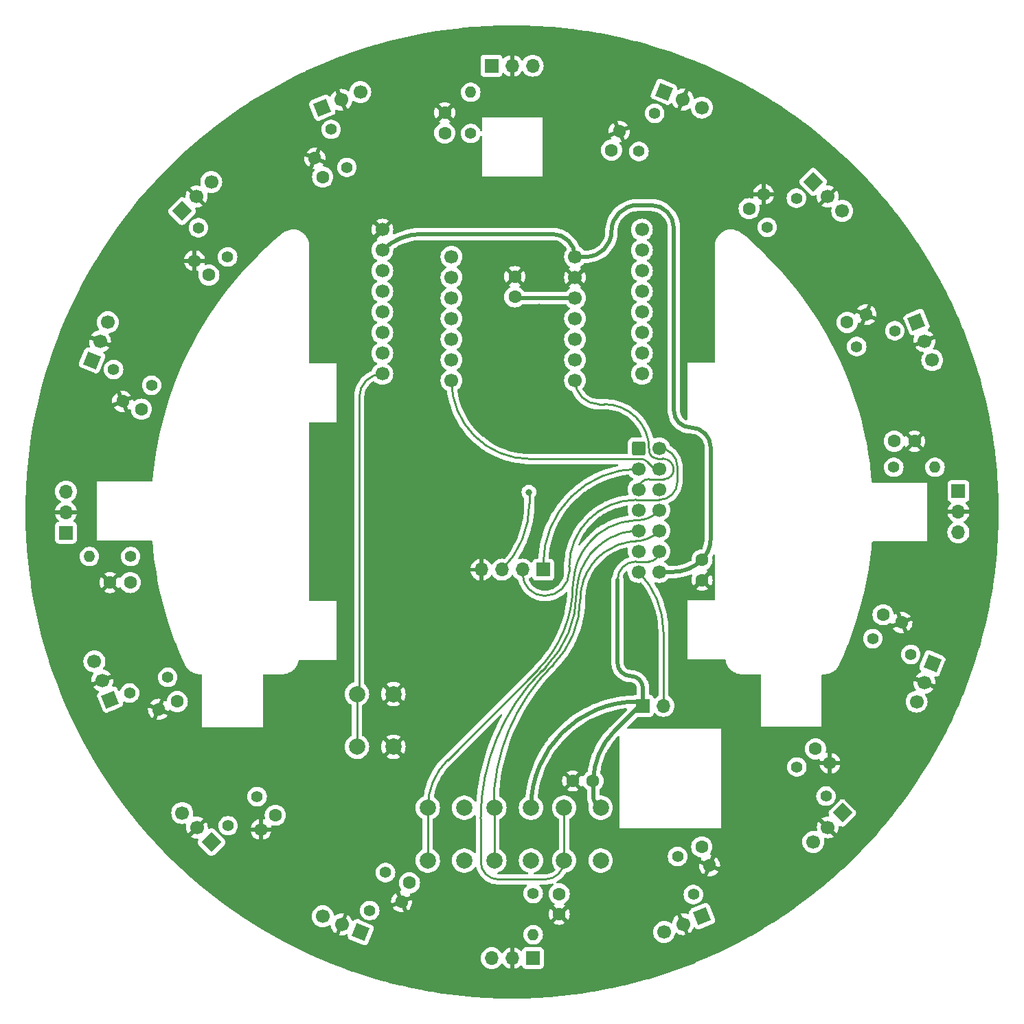
<source format=gbr>
%TF.GenerationSoftware,KiCad,Pcbnew,7.0.7*%
%TF.CreationDate,2025-05-03T00:20:40+09:00*%
%TF.ProjectId,IR_board_syuuseibann,49525f62-6f61-4726-945f-737975757365,rev?*%
%TF.SameCoordinates,Original*%
%TF.FileFunction,Copper,L2,Bot*%
%TF.FilePolarity,Positive*%
%FSLAX46Y46*%
G04 Gerber Fmt 4.6, Leading zero omitted, Abs format (unit mm)*
G04 Created by KiCad (PCBNEW 7.0.7) date 2025-05-03 00:20:40*
%MOMM*%
%LPD*%
G01*
G04 APERTURE LIST*
G04 Aperture macros list*
%AMRoundRect*
0 Rectangle with rounded corners*
0 $1 Rounding radius*
0 $2 $3 $4 $5 $6 $7 $8 $9 X,Y pos of 4 corners*
0 Add a 4 corners polygon primitive as box body*
4,1,4,$2,$3,$4,$5,$6,$7,$8,$9,$2,$3,0*
0 Add four circle primitives for the rounded corners*
1,1,$1+$1,$2,$3*
1,1,$1+$1,$4,$5*
1,1,$1+$1,$6,$7*
1,1,$1+$1,$8,$9*
0 Add four rect primitives between the rounded corners*
20,1,$1+$1,$2,$3,$4,$5,0*
20,1,$1+$1,$4,$5,$6,$7,0*
20,1,$1+$1,$6,$7,$8,$9,0*
20,1,$1+$1,$8,$9,$2,$3,0*%
%AMHorizOval*
0 Thick line with rounded ends*
0 $1 width*
0 $2 $3 position (X,Y) of the first rounded end (center of the circle)*
0 $4 $5 position (X,Y) of the second rounded end (center of the circle)*
0 Add line between two ends*
20,1,$1,$2,$3,$4,$5,0*
0 Add two circle primitives to create the rounded ends*
1,1,$1,$2,$3*
1,1,$1,$4,$5*%
%AMRotRect*
0 Rectangle, with rotation*
0 The origin of the aperture is its center*
0 $1 length*
0 $2 width*
0 $3 Rotation angle, in degrees counterclockwise*
0 Add horizontal line*
21,1,$1,$2,0,0,$3*%
G04 Aperture macros list end*
%TA.AperFunction,ComponentPad*%
%ADD10RoundRect,0.250000X-0.600000X-0.600000X0.600000X-0.600000X0.600000X0.600000X-0.600000X0.600000X0*%
%TD*%
%TA.AperFunction,ComponentPad*%
%ADD11C,1.700000*%
%TD*%
%TA.AperFunction,ComponentPad*%
%ADD12C,1.600000*%
%TD*%
%TA.AperFunction,ComponentPad*%
%ADD13R,1.700000X1.700000*%
%TD*%
%TA.AperFunction,ComponentPad*%
%ADD14O,1.700000X1.700000*%
%TD*%
%TA.AperFunction,ComponentPad*%
%ADD15C,1.400000*%
%TD*%
%TA.AperFunction,ComponentPad*%
%ADD16HorizOval,1.400000X0.000000X0.000000X0.000000X0.000000X0*%
%TD*%
%TA.AperFunction,ComponentPad*%
%ADD17HorizOval,1.400000X0.000000X0.000000X0.000000X0.000000X0*%
%TD*%
%TA.AperFunction,ComponentPad*%
%ADD18HorizOval,1.400000X0.000000X0.000000X0.000000X0.000000X0*%
%TD*%
%TA.AperFunction,ComponentPad*%
%ADD19HorizOval,1.400000X0.000000X0.000000X0.000000X0.000000X0*%
%TD*%
%TA.AperFunction,ComponentPad*%
%ADD20RotRect,1.700000X1.700000X135.000000*%
%TD*%
%TA.AperFunction,ComponentPad*%
%ADD21HorizOval,1.700000X0.000000X0.000000X0.000000X0.000000X0*%
%TD*%
%TA.AperFunction,ComponentPad*%
%ADD22RotRect,1.700000X1.700000X45.000000*%
%TD*%
%TA.AperFunction,ComponentPad*%
%ADD23HorizOval,1.700000X0.000000X0.000000X0.000000X0.000000X0*%
%TD*%
%TA.AperFunction,ComponentPad*%
%ADD24RotRect,1.700000X1.700000X292.500000*%
%TD*%
%TA.AperFunction,ComponentPad*%
%ADD25HorizOval,1.700000X0.000000X0.000000X0.000000X0.000000X0*%
%TD*%
%TA.AperFunction,ComponentPad*%
%ADD26C,2.000000*%
%TD*%
%TA.AperFunction,ComponentPad*%
%ADD27HorizOval,1.400000X0.000000X0.000000X0.000000X0.000000X0*%
%TD*%
%TA.AperFunction,ComponentPad*%
%ADD28RotRect,1.700000X1.700000X22.500000*%
%TD*%
%TA.AperFunction,ComponentPad*%
%ADD29HorizOval,1.700000X0.000000X0.000000X0.000000X0.000000X0*%
%TD*%
%TA.AperFunction,ComponentPad*%
%ADD30RotRect,1.700000X1.700000X157.500000*%
%TD*%
%TA.AperFunction,ComponentPad*%
%ADD31HorizOval,1.700000X0.000000X0.000000X0.000000X0.000000X0*%
%TD*%
%TA.AperFunction,ComponentPad*%
%ADD32HorizOval,1.400000X0.000000X0.000000X0.000000X0.000000X0*%
%TD*%
%TA.AperFunction,ComponentPad*%
%ADD33RotRect,1.700000X1.700000X202.500000*%
%TD*%
%TA.AperFunction,ComponentPad*%
%ADD34HorizOval,1.700000X0.000000X0.000000X0.000000X0.000000X0*%
%TD*%
%TA.AperFunction,ComponentPad*%
%ADD35HorizOval,1.400000X0.000000X0.000000X0.000000X0.000000X0*%
%TD*%
%TA.AperFunction,ComponentPad*%
%ADD36HorizOval,1.400000X0.000000X0.000000X0.000000X0.000000X0*%
%TD*%
%TA.AperFunction,ComponentPad*%
%ADD37HorizOval,1.400000X0.000000X0.000000X0.000000X0.000000X0*%
%TD*%
%TA.AperFunction,ComponentPad*%
%ADD38O,1.400000X1.400000*%
%TD*%
%TA.AperFunction,ComponentPad*%
%ADD39RotRect,1.700000X1.700000X315.000000*%
%TD*%
%TA.AperFunction,ComponentPad*%
%ADD40HorizOval,1.700000X0.000000X0.000000X0.000000X0.000000X0*%
%TD*%
%TA.AperFunction,ComponentPad*%
%ADD41RotRect,1.700000X1.700000X67.500000*%
%TD*%
%TA.AperFunction,ComponentPad*%
%ADD42HorizOval,1.700000X0.000000X0.000000X0.000000X0.000000X0*%
%TD*%
%TA.AperFunction,ComponentPad*%
%ADD43RotRect,1.700000X1.700000X112.500000*%
%TD*%
%TA.AperFunction,ComponentPad*%
%ADD44HorizOval,1.700000X0.000000X0.000000X0.000000X0.000000X0*%
%TD*%
%TA.AperFunction,ComponentPad*%
%ADD45RotRect,1.700000X1.700000X337.500000*%
%TD*%
%TA.AperFunction,ComponentPad*%
%ADD46HorizOval,1.700000X0.000000X0.000000X0.000000X0.000000X0*%
%TD*%
%TA.AperFunction,ComponentPad*%
%ADD47HorizOval,1.400000X0.000000X0.000000X0.000000X0.000000X0*%
%TD*%
%TA.AperFunction,ComponentPad*%
%ADD48HorizOval,1.400000X0.000000X0.000000X0.000000X0.000000X0*%
%TD*%
%TA.AperFunction,ComponentPad*%
%ADD49HorizOval,1.400000X0.000000X0.000000X0.000000X0.000000X0*%
%TD*%
%TA.AperFunction,ComponentPad*%
%ADD50RotRect,1.700000X1.700000X225.000000*%
%TD*%
%TA.AperFunction,ComponentPad*%
%ADD51HorizOval,1.700000X0.000000X0.000000X0.000000X0.000000X0*%
%TD*%
%TA.AperFunction,ComponentPad*%
%ADD52RotRect,1.700000X1.700000X247.500000*%
%TD*%
%TA.AperFunction,ComponentPad*%
%ADD53HorizOval,1.700000X0.000000X0.000000X0.000000X0.000000X0*%
%TD*%
%TA.AperFunction,ViaPad*%
%ADD54C,0.800000*%
%TD*%
%TA.AperFunction,Conductor*%
%ADD55C,0.250000*%
%TD*%
%TA.AperFunction,Conductor*%
%ADD56C,0.500000*%
%TD*%
G04 APERTURE END LIST*
D10*
%TO.P,J2,1,Pin_1*%
%TO.N,unconnected-(J2-Pin_1-Pad1)*%
X151360000Y-101900000D03*
D11*
%TO.P,J2,2,Pin_2*%
%TO.N,SCL_LCD*%
X153900000Y-101900000D03*
%TO.P,J2,3,Pin_3*%
%TO.N,SDA_LCD*%
X151360000Y-104440000D03*
%TO.P,J2,4,Pin_4*%
%TO.N,TX_Boll*%
X153900000Y-104440000D03*
%TO.P,J2,5,Pin_5*%
%TO.N,RX_Boll*%
X151360000Y-106980000D03*
%TO.P,J2,6,Pin_6*%
%TO.N,TX_camera*%
X153900000Y-106980000D03*
%TO.P,J2,7,Pin_7*%
%TO.N,RX_camera*%
X151360000Y-109520000D03*
%TO.P,J2,8,Pin_8*%
%TO.N,LCD-TeensyD10*%
X153900000Y-109520000D03*
%TO.P,J2,9,Pin_9*%
%TO.N,LCD-TeensyD11*%
X151360000Y-112060000D03*
%TO.P,J2,10,Pin_10*%
%TO.N,LCD-TeensyD12*%
X153900000Y-112060000D03*
%TO.P,J2,11,Pin_11*%
%TO.N,GND*%
X151360000Y-114600000D03*
%TO.P,J2,12,Pin_12*%
%TO.N,+3.3V*%
X153900000Y-114600000D03*
%TO.P,J2,13,Pin_13*%
%TO.N,switch*%
X151360000Y-117140000D03*
%TO.P,J2,14,Pin_14*%
%TO.N,+5V*%
X153900000Y-117140000D03*
%TD*%
%TO.P,U19,16,GND*%
%TO.N,GND*%
X119770000Y-74951000D03*
%TO.P,U19,15,vin*%
%TO.N,+5V*%
X119770000Y-77491000D03*
%TO.P,U19,14,seru01*%
%TO.N,unconnected-(U19-seru01-Pad14)*%
X119770000Y-80031000D03*
%TO.P,U19,13,seru02*%
%TO.N,unconnected-(U19-seru02-Pad13)*%
X119770000Y-82571000D03*
%TO.P,U19,12,seru03*%
%TO.N,unconnected-(U19-seru03-Pad12)*%
X119770000Y-85111000D03*
%TO.P,U19,11,syn*%
%TO.N,unconnected-(U19-syn-Pad11)*%
X119770000Y-87651000D03*
%TO.P,U19,10,boot*%
%TO.N,unconnected-(U19-boot-Pad10)*%
X119770000Y-90191000D03*
%TO.P,U19,9,rst*%
%TO.N,RST*%
X119770000Y-92731000D03*
%TO.P,U19,8,3.3v*%
%TO.N,unconnected-(U19-3.3v-Pad8)*%
X151770000Y-74951000D03*
%TO.P,U19,7,adc/dac*%
%TO.N,unconnected-(U19-adc{slash}dac-Pad7)*%
X151770000Y-77491000D03*
%TO.P,U19,6,rxd/sca*%
%TO.N,RX_camera*%
X151770000Y-80031000D03*
%TO.P,U19,5,txo/scl*%
%TO.N,TX_camera*%
X151770000Y-82571000D03*
%TO.P,U19,4,ss*%
%TO.N,unconnected-(U19-ss-Pad4)*%
X151770000Y-85111000D03*
%TO.P,U19,3,miso*%
%TO.N,unconnected-(U19-miso-Pad3)*%
X151770000Y-87651000D03*
%TO.P,U19,2,sclk*%
%TO.N,unconnected-(U19-sclk-Pad2)*%
X151770000Y-90191000D03*
%TO.P,U19,1,mosi*%
%TO.N,unconnected-(U19-mosi-Pad1)*%
X151770000Y-92731000D03*
%TD*%
D12*
%TO.P,C17,2*%
%TO.N,GND*%
X159180000Y-118160000D03*
%TO.P,C17,1*%
%TO.N,+5V*%
X159180000Y-115660000D03*
%TD*%
D13*
%TO.P,J1,1,Pin_1*%
%TO.N,SDA_LCD*%
X139606000Y-116870000D03*
D14*
%TO.P,J1,2,Pin_2*%
%TO.N,SCL_LCD*%
X137066000Y-116870000D03*
%TO.P,J1,3,Pin_3*%
%TO.N,+3.3V*%
X134526000Y-116870000D03*
%TO.P,J1,4,Pin_4*%
%TO.N,GND*%
X131986000Y-116870000D03*
%TD*%
D12*
%TO.P,C19,1*%
%TO.N,GND*%
X143240000Y-142910000D03*
%TO.P,C19,2*%
%TO.N,+3.3V*%
X145740000Y-142910000D03*
%TD*%
%TO.P,C18,1*%
%TO.N,GND*%
X136100000Y-80740000D03*
%TO.P,C18,2*%
%TO.N,+3.3V*%
X136100000Y-83240000D03*
%TD*%
D13*
%TO.P,U17,1,OUT*%
%TO.N,IRout15*%
X138341699Y-164755716D03*
D14*
%TO.P,U17,2,GND*%
%TO.N,GND*%
X135801699Y-164755716D03*
%TO.P,U17,3,Vin*%
%TO.N,+3.3V*%
X133261699Y-164755716D03*
%TD*%
D12*
%TO.P,C4,1*%
%TO.N,D1*%
X106581975Y-147143010D03*
%TO.P,C4,2*%
%TO.N,GND*%
X104814208Y-148910777D03*
%TD*%
%TO.P,C9,1*%
%TO.N,D10*%
X177076399Y-86380620D03*
%TO.P,C9,2*%
%TO.N,GND*%
X179386098Y-85423911D03*
%TD*%
D15*
%TO.P,R6,1*%
%TO.N,D5*%
X100698859Y-78312233D03*
D16*
%TO.P,R6,2*%
%TO.N,IRout5*%
X97106757Y-74720131D03*
%TD*%
D15*
%TO.P,R9,1*%
%TO.N,D10*%
X178258619Y-89365407D03*
D17*
%TO.P,R9,2*%
%TO.N,IRout10*%
X182951927Y-87421375D03*
%TD*%
D15*
%TO.P,R11,1*%
%TO.N,D8*%
X151404090Y-65303441D03*
D18*
%TO.P,R11,2*%
%TO.N,IRout8*%
X153348122Y-60610133D03*
%TD*%
D12*
%TO.P,C5,1*%
%TO.N,D4*%
X90064116Y-97079129D03*
%TO.P,C5,2*%
%TO.N,GND*%
X87754417Y-96122420D03*
%TD*%
D13*
%TO.P,U5,1,OUT*%
%TO.N,IRout3*%
X80780983Y-112306415D03*
D14*
%TO.P,U5,2,GND*%
%TO.N,GND*%
X80780983Y-109766415D03*
%TO.P,U5,3,Vin*%
%TO.N,+3.3V*%
X80780983Y-107226415D03*
%TD*%
D15*
%TO.P,R4,1*%
%TO.N,D1*%
X104347516Y-144837840D03*
D19*
%TO.P,R4,2*%
%TO.N,IRout1*%
X100755414Y-148429942D03*
%TD*%
D20*
%TO.P,U7,1,OUT*%
%TO.N,IRout5*%
X95084418Y-72663452D03*
D21*
%TO.P,U7,2,GND*%
%TO.N,GND*%
X96880469Y-70867401D03*
%TO.P,U7,3,Vin*%
%TO.N,+3.3V*%
X98676520Y-69071350D03*
%TD*%
D13*
%TO.P,U13,1,OUT*%
%TO.N,IRout11*%
X190791000Y-107195000D03*
D14*
%TO.P,U13,2,GND*%
%TO.N,GND*%
X190791000Y-109735000D03*
%TO.P,U13,3,Vin*%
%TO.N,+3.3V*%
X190791000Y-112275000D03*
%TD*%
D22*
%TO.P,U11,1,OUT*%
%TO.N,IRout9*%
X172873247Y-69049135D03*
D23*
%TO.P,U11,2,GND*%
%TO.N,GND*%
X174669298Y-70845186D03*
%TO.P,U11,3,Vin*%
%TO.N,+3.3V*%
X176465349Y-72641237D03*
%TD*%
D12*
%TO.P,C14,1*%
%TO.N,D13*%
X173178292Y-138954725D03*
%TO.P,C14,2*%
%TO.N,GND*%
X174946059Y-140722492D03*
%TD*%
D24*
%TO.P,U16,1,OUT*%
%TO.N,IRout14*%
X159196663Y-159590682D03*
D25*
%TO.P,U16,2,GND*%
%TO.N,GND*%
X156850009Y-160562698D03*
%TO.P,U16,3,Vin*%
%TO.N,+3.3V*%
X154503355Y-161534714D03*
%TD*%
D26*
%TO.P,\u25B6,1*%
%TO.N,LCD-TeensyD10*%
X125376000Y-152720000D03*
X125376000Y-146220000D03*
%TO.P,\u25B6,2*%
%TO.N,+3.3V*%
X129876000Y-152720000D03*
X129876000Y-146220000D03*
%TD*%
D12*
%TO.P,C1,1*%
%TO.N,D2*%
X94495584Y-133120797D03*
%TO.P,C1,2*%
%TO.N,GND*%
X92185885Y-134077506D03*
%TD*%
D13*
%TO.P,SW4,1*%
%TO.N,+3.3V*%
X151891000Y-133650000D03*
D14*
%TO.P,SW4,2*%
%TO.N,switch*%
X154431000Y-133650000D03*
%TD*%
D13*
%TO.P,U9,1,OUT*%
%TO.N,IRout7*%
X133230283Y-54745699D03*
D14*
%TO.P,U9,2,GND*%
%TO.N,GND*%
X135770283Y-54745699D03*
%TO.P,U9,3,Vin*%
%TO.N,+3.3V*%
X138310283Y-54745699D03*
%TD*%
D15*
%TO.P,R7,1*%
%TO.N,D6*%
X115400691Y-67278080D03*
D27*
%TO.P,R7,2*%
%TO.N,IRout6*%
X113456659Y-62584772D03*
%TD*%
D28*
%TO.P,U12,1,OUT*%
%TO.N,IRout10*%
X185625965Y-86340036D03*
D29*
%TO.P,U12,2,GND*%
%TO.N,GND*%
X186597981Y-88686690D03*
%TO.P,U12,3,Vin*%
%TO.N,+3.3V*%
X187569997Y-91033344D03*
%TD*%
D30*
%TO.P,U6,1,OUT*%
%TO.N,IRout4*%
X83989963Y-91062368D03*
D31*
%TO.P,U6,2,GND*%
%TO.N,GND*%
X84961979Y-88715714D03*
%TO.P,U6,3,Vin*%
%TO.N,+3.3V*%
X85933995Y-86369060D03*
%TD*%
D12*
%TO.P,C6,1*%
%TO.N,D5*%
X98393690Y-80546691D03*
%TO.P,C6,2*%
%TO.N,GND*%
X96625923Y-78778924D03*
%TD*%
%TO.P,C15,1*%
%TO.N,D14*%
X159156079Y-151041116D03*
%TO.P,C15,2*%
%TO.N,GND*%
X160112788Y-153350815D03*
%TD*%
%TO.P,C12,1*%
%TO.N,D9*%
X164990008Y-72358407D03*
%TO.P,C12,2*%
%TO.N,GND*%
X166757775Y-70590640D03*
%TD*%
%TO.P,C10,1*%
%TO.N,D11*%
X182875999Y-101030000D03*
%TO.P,C10,2*%
%TO.N,GND*%
X185375999Y-101030000D03*
%TD*%
D15*
%TO.P,R14,1*%
%TO.N,D13*%
X170873124Y-141189183D03*
D32*
%TO.P,R14,2*%
%TO.N,IRout13*%
X174465226Y-144781285D03*
%TD*%
D33*
%TO.P,U4,1,OUT*%
%TO.N,IRout2*%
X86223016Y-132884381D03*
D34*
%TO.P,U4,2,GND*%
%TO.N,GND*%
X85251000Y-130537727D03*
%TO.P,U4,3,Vin*%
%TO.N,+3.3V*%
X84278984Y-128191073D03*
%TD*%
D15*
%TO.P,R13,1*%
%TO.N,D12*%
X180233259Y-125368807D03*
D35*
%TO.P,R13,2*%
%TO.N,IRout12*%
X184926567Y-127312839D03*
%TD*%
D15*
%TO.P,R1,1*%
%TO.N,D2*%
X93313363Y-130136008D03*
D36*
%TO.P,R1,2*%
%TO.N,IRout2*%
X88620055Y-132080040D03*
%TD*%
D15*
%TO.P,R3,1*%
%TO.N,D0*%
X120167892Y-154197975D03*
D37*
%TO.P,R3,2*%
%TO.N,IRout0*%
X118223860Y-158891283D03*
%TD*%
D12*
%TO.P,C7,1*%
%TO.N,D6*%
X112415903Y-68460300D03*
%TO.P,C7,2*%
%TO.N,GND*%
X111459194Y-66150601D03*
%TD*%
D38*
%TO.P,R8,2*%
%TO.N,IRout7*%
X130676000Y-58010000D03*
D15*
%TO.P,R8,1*%
%TO.N,D7*%
X130676000Y-63090000D03*
%TD*%
D39*
%TO.P,U15,1,OUT*%
%TO.N,IRout13*%
X176487564Y-146837964D03*
D40*
%TO.P,U15,2,GND*%
%TO.N,GND*%
X174691513Y-148634015D03*
%TO.P,U15,3,Vin*%
%TO.N,+3.3V*%
X172895462Y-150430066D03*
%TD*%
D41*
%TO.P,U10,1,OUT*%
%TO.N,IRout8*%
X154474330Y-57954680D03*
D42*
%TO.P,U10,2,GND*%
%TO.N,GND*%
X156820984Y-58926696D03*
%TO.P,U10,3,Vin*%
%TO.N,+3.3V*%
X159167638Y-59898712D03*
%TD*%
D12*
%TO.P,C16,1*%
%TO.N,D15*%
X141575984Y-156841416D03*
%TO.P,C16,2*%
%TO.N,GND*%
X141575984Y-159341416D03*
%TD*%
D43*
%TO.P,U8,1,OUT*%
%TO.N,IRout6*%
X112361460Y-59916472D03*
D44*
%TO.P,U8,2,GND*%
%TO.N,GND*%
X114708114Y-58944456D03*
%TO.P,U8,3,Vin*%
%TO.N,+3.3V*%
X117054768Y-57972440D03*
%TD*%
D45*
%TO.P,U14,1,OUT*%
%TO.N,IRout12*%
X187582020Y-128439047D03*
D46*
%TO.P,U14,2,GND*%
%TO.N,GND*%
X186610004Y-130785701D03*
%TO.P,U14,3,Vin*%
%TO.N,+3.3V*%
X185637988Y-133132355D03*
%TD*%
D12*
%TO.P,C3,1*%
%TO.N,D0*%
X123114413Y-155472584D03*
%TO.P,C3,2*%
%TO.N,GND*%
X122157704Y-157782283D03*
%TD*%
D15*
%TO.P,R10,1*%
%TO.N,D11*%
X182826000Y-104240000D03*
D38*
%TO.P,R10,2*%
%TO.N,IRout11*%
X187906000Y-104240000D03*
%TD*%
D15*
%TO.P,R12,1*%
%TO.N,D9*%
X167224466Y-74663575D03*
D47*
%TO.P,R12,2*%
%TO.N,IRout9*%
X170816568Y-71071473D03*
%TD*%
D15*
%TO.P,R16,1*%
%TO.N,D15*%
X138365982Y-156791416D03*
D38*
%TO.P,R16,2*%
%TO.N,IRout15*%
X138365982Y-161871416D03*
%TD*%
D15*
%TO.P,R15,1*%
%TO.N,D14*%
X156171292Y-152223336D03*
D48*
%TO.P,R15,2*%
%TO.N,IRout14*%
X158115324Y-156916644D03*
%TD*%
D15*
%TO.P,R5,1*%
%TO.N,D4*%
X91338724Y-94132609D03*
D49*
%TO.P,R5,2*%
%TO.N,IRout4*%
X86645416Y-92188577D03*
%TD*%
D12*
%TO.P,C2,1*%
%TO.N,D3*%
X88695283Y-118450001D03*
%TO.P,C2,2*%
%TO.N,GND*%
X86195283Y-118450001D03*
%TD*%
D11*
%TO.P,U1,14,5V*%
%TO.N,+5V*%
X143536000Y-78300000D03*
%TO.P,U1,13,GND*%
%TO.N,GND*%
X143536000Y-80840000D03*
%TO.P,U1,12,3V3*%
%TO.N,+3.3V*%
X143536000Y-83380000D03*
%TO.P,U1,11,PA6_A10_D10_MOSI*%
%TO.N,unconnected-(U1-PA6_A10_D10_MOSI-Pad11)*%
X143536000Y-85920000D03*
%TO.P,U1,10,PA5_A9_D9_MISO*%
%TO.N,unconnected-(U1-PA5_A9_D9_MISO-Pad10)*%
X143536000Y-88460000D03*
%TO.P,U1,9,PA7_A8_D8_SCK*%
%TO.N,unconnected-(U1-PA7_A8_D8_SCK-Pad9)*%
X143536000Y-91000000D03*
%TO.P,U1,8,PB09_A7_D7_RX*%
%TO.N,RX_Boll*%
X143536000Y-93540000D03*
%TO.P,U1,7,PB08_A6_D6_TX*%
%TO.N,TX_Boll*%
X128296000Y-93540000D03*
%TO.P,U1,6,PA9_A5_D5_SCL*%
%TO.N,E*%
X128296000Y-91000000D03*
%TO.P,U1,5,PA8_A4_D4_SDA*%
%TO.N,S3*%
X128296000Y-88460000D03*
%TO.P,U1,4,PA11_A3_D3*%
%TO.N,S2*%
X128296000Y-85920000D03*
%TO.P,U1,3,PA10_A2_D2*%
%TO.N,S1*%
X128296000Y-83380000D03*
%TO.P,U1,2,PA4_A1_D1*%
%TO.N,S0*%
X128296000Y-80840000D03*
%TO.P,U1,1,PA02_A0_D0*%
%TO.N,Data_IR_sensor*%
X128296000Y-78300000D03*
%TD*%
D12*
%TO.P,C13,1*%
%TO.N,D12*%
X181507866Y-122422288D03*
%TO.P,C13,2*%
%TO.N,GND*%
X183817565Y-123378997D03*
%TD*%
D26*
%TO.P,enter,1*%
%TO.N,LCD-TeensyD12*%
X133596000Y-152730000D03*
X133596000Y-146230000D03*
%TO.P,enter,2*%
%TO.N,+3.3V*%
X138096000Y-152730000D03*
X138096000Y-146230000D03*
%TD*%
D12*
%TO.P,C11,1*%
%TO.N,D8*%
X148021646Y-65154850D03*
%TO.P,C11,2*%
%TO.N,GND*%
X148978355Y-62845151D03*
%TD*%
D15*
%TO.P,R2,1*%
%TO.N,D3*%
X88745283Y-115240000D03*
D38*
%TO.P,R2,2*%
%TO.N,IRout3*%
X83665283Y-115240000D03*
%TD*%
D12*
%TO.P,C8,1*%
%TO.N,D7*%
X127466000Y-63040000D03*
%TO.P,C8,2*%
%TO.N,GND*%
X127466000Y-60540000D03*
%TD*%
D50*
%TO.P,U3,1,OUT*%
%TO.N,IRout1*%
X98698735Y-150452280D03*
D51*
%TO.P,U3,2,GND*%
%TO.N,GND*%
X96902684Y-148656229D03*
%TO.P,U3,3,Vin*%
%TO.N,+3.3V*%
X95106633Y-146860178D03*
%TD*%
D26*
%TO.P,SW3,1*%
%TO.N,LCD-TeensyD11*%
X142186000Y-152720000D03*
X142186000Y-146220000D03*
%TO.P,SW3,2*%
%TO.N,+3.3V*%
X146686000Y-152720000D03*
X146686000Y-146220000D03*
%TD*%
D52*
%TO.P,U2,1,OUT*%
%TO.N,IRout0*%
X117111510Y-161552477D03*
D53*
%TO.P,U2,2,GND*%
%TO.N,GND*%
X114764856Y-160580461D03*
%TO.P,U2,3,Vin*%
%TO.N,+3.3V*%
X112418202Y-159608445D03*
%TD*%
D26*
%TO.P,RST,1*%
%TO.N,RST*%
X116646000Y-138700000D03*
X116646000Y-132200000D03*
%TO.P,RST,2*%
%TO.N,GND*%
X121146000Y-138700000D03*
X121146000Y-132200000D03*
%TD*%
D54*
%TO.N,GND*%
X132930000Y-137010000D03*
X149150000Y-152770000D03*
X118140000Y-122920000D03*
X118100000Y-102980000D03*
X124400000Y-88910000D03*
X123480000Y-84030000D03*
X160570000Y-75000000D03*
X148660000Y-79260000D03*
X147420000Y-110520000D03*
X145600000Y-108150000D03*
X150630000Y-99820000D03*
X141190000Y-101970000D03*
X126230000Y-91550000D03*
X131120000Y-102130000D03*
X130080000Y-92350000D03*
X134570000Y-100980000D03*
X139110000Y-84470000D03*
X135700000Y-118820000D03*
X141720000Y-121320000D03*
X145700000Y-121180000D03*
X153140000Y-123740000D03*
X150250000Y-125280000D03*
X150530000Y-162960000D03*
X120210000Y-162580000D03*
X87010000Y-135390000D03*
X79920000Y-115310000D03*
X78880000Y-105530000D03*
X81940000Y-128220000D03*
X92600000Y-146550000D03*
X110880000Y-161780000D03*
X131480000Y-166850000D03*
X154640000Y-164870000D03*
X173240000Y-152940000D03*
X187240000Y-135030000D03*
X192940000Y-114070000D03*
X190180000Y-90910000D03*
X178900000Y-72530000D03*
X160920000Y-58020000D03*
X140040000Y-52840000D03*
X117090000Y-55440000D03*
X98730000Y-66190000D03*
X83890000Y-84430000D03*
X95200000Y-89780000D03*
X91710000Y-99310000D03*
X110480000Y-74990000D03*
X112660000Y-128660000D03*
X114790000Y-126600000D03*
X128260000Y-109690000D03*
X148980000Y-115180000D03*
X130670000Y-113510000D03*
%TO.N,+3.3V*%
X137840000Y-107310000D03*
%TD*%
D55*
%TO.N,LCD-TeensyD11*%
X139458766Y-129324838D02*
X139917366Y-128866238D01*
%TO.N,LCD-TeensyD10*%
X143505958Y-116790078D02*
X143666879Y-116242031D01*
X127814659Y-140332557D02*
G75*
G03*
X125376000Y-146220000I5887441J-5887443D01*
G01*
X145028608Y-113748213D02*
X145402653Y-113316541D01*
X127814655Y-140332553D02*
X138933724Y-129213484D01*
X138933703Y-129213463D02*
G75*
G03*
X143260000Y-118768897I-10444503J10444563D01*
G01*
X143384544Y-117348208D02*
X143505958Y-116790078D01*
X143260000Y-118768897D02*
X143262508Y-118483305D01*
X149280078Y-111015958D02*
X149838208Y-110894544D01*
X143262508Y-118483305D02*
X143303256Y-117913577D01*
X144103766Y-115187294D02*
X144377505Y-114685979D01*
X143303256Y-117913577D02*
X143384544Y-117348208D01*
X143666879Y-116242031D02*
X143866488Y-115706861D01*
X143866488Y-115706861D02*
X144103766Y-115187294D01*
X144377505Y-114685979D02*
X144686310Y-114205469D01*
X144686310Y-114205469D02*
X145028608Y-113748213D01*
X145402653Y-113316541D02*
X145806541Y-112912653D01*
X145806541Y-112912653D02*
X146238213Y-112538608D01*
X146238213Y-112538608D02*
X146695469Y-112196310D01*
X146695469Y-112196310D02*
X147175979Y-111887505D01*
X150973305Y-110772508D02*
X151258897Y-110770000D01*
X147175979Y-111887505D02*
X147677294Y-111613766D01*
X147677294Y-111613766D02*
X148196861Y-111376488D01*
X148196861Y-111376488D02*
X148732031Y-111176879D01*
X148732031Y-111176879D02*
X149280078Y-111015958D01*
X149838208Y-110894544D02*
X150403577Y-110813256D01*
X150403577Y-110813256D02*
X150973305Y-110772508D01*
X151258897Y-110769991D02*
G75*
G03*
X153633607Y-109786393I103J3358191D01*
G01*
X153633607Y-109786393D02*
X153900000Y-109520000D01*
%TO.N,LCD-TeensyD12*%
X151039041Y-113342430D02*
G75*
G03*
X153758732Y-112201266I-35741J3896630D01*
G01*
X153758733Y-112201267D02*
X153900000Y-112060000D01*
X150505924Y-113382407D02*
X151039041Y-113342455D01*
X149456078Y-113581049D02*
X149977285Y-113462087D01*
X148945218Y-113738629D02*
X149456078Y-113581049D01*
X148447563Y-113933944D02*
X148945218Y-113738629D01*
X147965895Y-114165903D02*
X148447563Y-113933944D01*
X147502908Y-114433209D02*
X147965895Y-114165903D01*
X147061192Y-114734366D02*
X147502908Y-114433209D01*
X146643216Y-115067691D02*
X147061192Y-114734366D01*
X149977285Y-113462087D02*
X150505924Y-113382407D01*
X146251319Y-115431319D02*
X146643216Y-115067691D01*
X145887691Y-115823216D02*
X146251319Y-115431319D01*
X145554366Y-116241192D02*
X145887691Y-115823216D01*
X145253209Y-116682908D02*
X145554366Y-116241192D01*
X144985903Y-117145895D02*
X145253209Y-116682908D01*
X144753944Y-117627563D02*
X144985903Y-117145895D01*
X144558629Y-118125218D02*
X144753944Y-117627563D01*
X144401049Y-118636078D02*
X144558629Y-118125218D01*
X144162455Y-120219041D02*
X144202407Y-119685924D01*
X144160000Y-120486346D02*
X144162455Y-120219041D01*
X144282087Y-119157285D02*
X144401049Y-118636078D01*
X140674111Y-128745889D02*
X140784585Y-128635415D01*
X140784566Y-128635396D02*
G75*
G03*
X144160000Y-120486346I-8148966J8148996D01*
G01*
X133596000Y-146230000D02*
X133480000Y-146114000D01*
X144202407Y-119685924D02*
X144282087Y-119157285D01*
X140674113Y-128745891D02*
G75*
G03*
X133480000Y-146114000I17368087J-17368109D01*
G01*
D56*
%TO.N,+3.3V*%
X151891000Y-131464698D02*
G75*
G03*
X150416302Y-129990000I-1474700J-2D01*
G01*
X143536000Y-83380000D02*
X135940000Y-83380000D01*
X148351013Y-136803461D02*
G75*
G03*
X145780000Y-143010387I6206887J-6206939D01*
G01*
X151504446Y-133650000D02*
X148350999Y-136803447D01*
X145780000Y-143010387D02*
X145780000Y-144879786D01*
X151891000Y-133650000D02*
X151504446Y-133650000D01*
X145769981Y-144889786D02*
G75*
G03*
X146062877Y-145596877I999919J-14D01*
G01*
X145780000Y-144879786D02*
X145770000Y-144889786D01*
X146062877Y-145596877D02*
X146686000Y-146220000D01*
%TO.N,+5V*%
X155607003Y-117140014D02*
G75*
G03*
X159180000Y-115660000I-3J5052914D01*
G01*
X159180011Y-115660011D02*
G75*
G03*
X160250000Y-113076864I-2583011J2583111D01*
G01*
X153900000Y-117140000D02*
X155607003Y-117140000D01*
X155710000Y-97241401D02*
X155710000Y-74739997D01*
X160250000Y-113076864D02*
X160250000Y-101781404D01*
X155710000Y-74739997D02*
G75*
G03*
X152890000Y-71920000I-2820000J-3D01*
G01*
X155710000Y-97241401D02*
G75*
G03*
X157818596Y-99350000I2108600J1D01*
G01*
X160250000Y-101781404D02*
G75*
G03*
X157818596Y-99350000I-2431400J4D01*
G01*
D55*
%TO.N,+3.3V*%
X134526002Y-116870002D02*
G75*
G03*
X137900000Y-108724467I-8145502J8145532D01*
G01*
%TO.N,RST*%
X119776000Y-92736000D02*
G75*
G03*
X116930000Y-95581991I0J-2846000D01*
G01*
X116930000Y-95581991D02*
X116930000Y-131916000D01*
X116930000Y-131916000D02*
X116646000Y-132200000D01*
%TO.N,switch*%
X154431020Y-124554065D02*
G75*
G03*
X151359999Y-117140001I-10485120J-35D01*
G01*
D56*
%TO.N,+3.3V*%
X151196376Y-133130000D02*
G75*
G03*
X138096000Y-146230000I24J-13100400D01*
G01*
D55*
X151371000Y-133130000D02*
X151196376Y-133130000D01*
X151891000Y-133650000D02*
X151371000Y-133130000D01*
%TO.N,LCD-TeensyD11*%
X139855999Y-155050000D02*
G75*
G03*
X142186000Y-152720000I1J2330000D01*
G01*
X131900000Y-152875820D02*
G75*
G03*
X134074180Y-155050000I2174200J20D01*
G01*
X139458768Y-129324840D02*
G75*
G03*
X131900000Y-147573314I18248432J-18248460D01*
G01*
X139917369Y-128866241D02*
G75*
G03*
X143710000Y-119709996I-9156269J9156241D01*
G01*
%TO.N,LCD-TeensyD10*%
X153785265Y-110049381D02*
X153859944Y-109844203D01*
X153859944Y-109844203D02*
X153897859Y-109629173D01*
X153897859Y-109629173D02*
X153900000Y-109520000D01*
%TO.N,LCD-TeensyD11*%
X150541988Y-112101368D02*
X151086865Y-112062397D01*
X150001278Y-112179110D02*
X150541988Y-112101368D01*
X149467493Y-112295228D02*
X150001278Y-112179110D01*
X148943351Y-112449130D02*
X149467493Y-112295228D01*
X148431524Y-112640031D02*
X148943351Y-112449130D01*
X147934620Y-112866960D02*
X148431524Y-112640031D01*
X146145465Y-114109192D02*
X146558308Y-113751461D01*
X145759194Y-114495462D02*
X146145465Y-114109192D01*
X145401464Y-114908305D02*
X145759194Y-114495462D01*
X145074097Y-115345616D02*
X145401464Y-114908305D01*
X144778761Y-115805167D02*
X145074097Y-115345616D01*
X146995620Y-113424094D02*
X147455171Y-113128759D01*
X144516962Y-116284616D02*
X144778761Y-115805167D01*
X144290033Y-116781520D02*
X144516962Y-116284616D01*
X144099131Y-117293347D02*
X144290033Y-116781520D01*
X143945229Y-117817489D02*
X144099131Y-117293347D01*
X151086865Y-112062397D02*
X151360000Y-112060000D01*
X143829111Y-118351274D02*
X143945229Y-117817489D01*
X143751368Y-118891984D02*
X143829111Y-118351274D01*
X143712398Y-119436861D02*
X143751368Y-118891984D01*
X147455171Y-113128759D02*
X147934620Y-112866960D01*
X146558308Y-113751461D02*
X146995620Y-113424094D01*
X139855999Y-155050000D02*
X134074180Y-155050000D01*
X143710000Y-119709996D02*
X143712398Y-119436861D01*
X131900000Y-152875820D02*
X131900000Y-147573314D01*
%TO.N,LCD-TeensyD12*%
X153897803Y-112171793D02*
X153900000Y-112060000D01*
X153858977Y-112391982D02*
X153897803Y-112171793D01*
X153782506Y-112602085D02*
X153858977Y-112391982D01*
%TO.N,RX_Boll*%
X143536000Y-93540000D02*
G75*
G03*
X146466003Y-96470000I2930000J0D01*
G01*
X152660000Y-101980228D02*
G75*
G03*
X147149772Y-96470000I-5510200J28D01*
G01*
%TO.N,SCL_LCD*%
X137066000Y-117362288D02*
G75*
G03*
X139803712Y-120100000I2737700J-12D01*
G01*
X139803712Y-120100000D02*
G75*
G03*
X142810000Y-117093709I-12J3006300D01*
G01*
X137066000Y-117362288D02*
X137066000Y-116870000D01*
X142810000Y-116503172D02*
X142810000Y-117093709D01*
X151053172Y-108260000D02*
G75*
G03*
X142810000Y-116503172I28J-8243200D01*
G01*
X156140000Y-104139992D02*
X156140000Y-106054244D01*
X156140000Y-104139992D02*
G75*
G03*
X153900000Y-101900000I-2240000J-8D01*
G01*
X153934244Y-108260000D02*
G75*
G03*
X156140000Y-106054244I-44J2205800D01*
G01*
X153934244Y-108260000D02*
X151053172Y-108260000D01*
%TO.N,TX_Boll*%
X128296000Y-93540000D02*
G75*
G03*
X137976003Y-103220000I9680000J0D01*
G01*
%TO.N,SDA_LCD*%
X151360000Y-104440000D02*
G75*
G03*
X139606000Y-116194003I0J-11754000D01*
G01*
%TO.N,RX_Boll*%
X152660000Y-102160000D02*
G75*
G03*
X153660000Y-103160000I1000000J0D01*
G01*
X155690000Y-104524745D02*
G75*
G03*
X154325255Y-103160000I-1364700J45D01*
G01*
X154514745Y-105700000D02*
G75*
G03*
X155690000Y-104524745I-45J1175300D01*
G01*
X152639995Y-105700000D02*
G75*
G03*
X151360000Y-106980000I5J-1280000D01*
G01*
%TO.N,TX_Boll*%
X152362900Y-103512886D02*
G75*
G03*
X151655786Y-103220000I-707100J-707114D01*
G01*
%TO.N,RX_Boll*%
X147149772Y-96470000D02*
X146466003Y-96470000D01*
X152660000Y-102160000D02*
X152660000Y-101980228D01*
X154325255Y-103160000D02*
X153660000Y-103160000D01*
X152639995Y-105700000D02*
X154514745Y-105700000D01*
D56*
%TO.N,+5V*%
X152890000Y-71920000D02*
X151258269Y-71920000D01*
X153169677Y-71920000D02*
X152890000Y-71920000D01*
X124618849Y-75490047D02*
G75*
G03*
X119776000Y-77496000I-49J-6848753D01*
G01*
X143536000Y-78300000D02*
X144878264Y-78300000D01*
X144878264Y-78300000D02*
G75*
G03*
X148020000Y-75158269I36J3141700D01*
G01*
X151258269Y-71920000D02*
G75*
G03*
X148020000Y-75158269I31J-3238300D01*
G01*
X143536000Y-78300000D02*
G75*
G03*
X140725991Y-75490000I-2810000J0D01*
G01*
%TO.N,+3.3V*%
X148760000Y-128333691D02*
G75*
G03*
X150416302Y-129990000I1656300J-9D01*
G01*
D55*
X151022332Y-115870000D02*
G75*
G03*
X148760000Y-118132332I-32J-2262300D01*
G01*
X152630005Y-115870000D02*
G75*
G03*
X153900000Y-114600000I-5J1270000D01*
G01*
D56*
X148760000Y-128333691D02*
X148760000Y-118132332D01*
X151891000Y-133650000D02*
X151891000Y-131464698D01*
D55*
X151022332Y-115870000D02*
X152630005Y-115870000D01*
%TO.N,SDA_LCD*%
X139606000Y-116194003D02*
X139606000Y-116870000D01*
%TO.N,TX_Boll*%
X153290000Y-104440000D02*
X153900000Y-104440000D01*
X137976003Y-103220000D02*
X151655786Y-103220000D01*
X152362893Y-103512893D02*
X153290000Y-104440000D01*
%TO.N,switch*%
X154431000Y-124554065D02*
X154431000Y-133650000D01*
D56*
%TO.N,+5V*%
X124618849Y-75490000D02*
X140725991Y-75490000D01*
D55*
%TO.N,+3.3V*%
X137900000Y-107370000D02*
X137900000Y-108724467D01*
X137840000Y-107310000D02*
X137900000Y-107370000D01*
%TO.N,S2*%
X128296000Y-85996000D02*
X128296000Y-85920000D01*
%TO.N,S3*%
X128311000Y-88475000D02*
X128296000Y-88460000D01*
%TO.N,RST*%
X116646000Y-138700000D02*
X116646000Y-132200000D01*
%TO.N,RX_camera*%
X152336000Y-80036000D02*
X151776000Y-80036000D01*
%TO.N,LCD-TeensyD10*%
X125376000Y-152720000D02*
X125376000Y-146220000D01*
%TO.N,LCD-TeensyD11*%
X142186000Y-152720000D02*
X142186000Y-146220000D01*
%TO.N,LCD-TeensyD12*%
X133596000Y-152730000D02*
X133596000Y-146230000D01*
%TD*%
%TA.AperFunction,Conductor*%
%TO.N,GND*%
G36*
X149923727Y-117024573D02*
G01*
X149979642Y-117066470D01*
X150004029Y-117131945D01*
X150004297Y-117139499D01*
X150024936Y-117375403D01*
X150024938Y-117375413D01*
X150086094Y-117603655D01*
X150086096Y-117603659D01*
X150086097Y-117603663D01*
X150176492Y-117797516D01*
X150185965Y-117817830D01*
X150185967Y-117817834D01*
X150281055Y-117953632D01*
X150321505Y-118011401D01*
X150488599Y-118178495D01*
X150567790Y-118233945D01*
X150682165Y-118314032D01*
X150682167Y-118314033D01*
X150682170Y-118314035D01*
X150896337Y-118413903D01*
X151124592Y-118475063D01*
X151312918Y-118491539D01*
X151359999Y-118495659D01*
X151360000Y-118495659D01*
X151360001Y-118495659D01*
X151399234Y-118492226D01*
X151595408Y-118475063D01*
X151607992Y-118471691D01*
X151677839Y-118473350D01*
X151735704Y-118512510D01*
X151739962Y-118517971D01*
X152026095Y-118906836D01*
X152059091Y-118951678D01*
X152061219Y-118954761D01*
X152382555Y-119451763D01*
X152384493Y-119454969D01*
X152675235Y-119970466D01*
X152676974Y-119973780D01*
X152783697Y-120192965D01*
X152936059Y-120505886D01*
X152937596Y-120509302D01*
X153164083Y-121056087D01*
X153165411Y-121059589D01*
X153358469Y-121619047D01*
X153359580Y-121622611D01*
X153470538Y-122020632D01*
X153518506Y-122192701D01*
X153519403Y-122196338D01*
X153643621Y-122775001D01*
X153644296Y-122778685D01*
X153733346Y-123363772D01*
X153733798Y-123367490D01*
X153763785Y-123697465D01*
X153785675Y-123938353D01*
X153787361Y-123956898D01*
X153787586Y-123960626D01*
X153799855Y-124366594D01*
X153805500Y-124553405D01*
X153805500Y-132374773D01*
X153785815Y-132441812D01*
X153752623Y-132476348D01*
X153559600Y-132611503D01*
X153437673Y-132733430D01*
X153376350Y-132766914D01*
X153306658Y-132761930D01*
X153250725Y-132720058D01*
X153233810Y-132689081D01*
X153184797Y-132557671D01*
X153184793Y-132557664D01*
X153098547Y-132442455D01*
X153098544Y-132442452D01*
X152983335Y-132356206D01*
X152983328Y-132356202D01*
X152848482Y-132305908D01*
X152848483Y-132305908D01*
X152788883Y-132299501D01*
X152788881Y-132299500D01*
X152788873Y-132299500D01*
X152788865Y-132299500D01*
X152765500Y-132299500D01*
X152698461Y-132279815D01*
X152652706Y-132227011D01*
X152641500Y-132175500D01*
X152641500Y-131369632D01*
X152641499Y-131369628D01*
X152641500Y-131330097D01*
X152609051Y-131062861D01*
X152544627Y-130801484D01*
X152540164Y-130789717D01*
X152526322Y-130753218D01*
X152449168Y-130549779D01*
X152444950Y-130541743D01*
X152351989Y-130364621D01*
X152324064Y-130311415D01*
X152215794Y-130154559D01*
X152171144Y-130089871D01*
X152171139Y-130089865D01*
X151992631Y-129888370D01*
X151992629Y-129888368D01*
X151791134Y-129709860D01*
X151791128Y-129709855D01*
X151609379Y-129584404D01*
X151569585Y-129556936D01*
X151569572Y-129556929D01*
X151331228Y-129431835D01*
X151331223Y-129431833D01*
X151331221Y-129431832D01*
X151261229Y-129405287D01*
X151079521Y-129336374D01*
X150990417Y-129314412D01*
X150818139Y-129271949D01*
X150657797Y-129252479D01*
X150550905Y-129239500D01*
X150550903Y-129239500D01*
X150419350Y-129239500D01*
X150413269Y-129239201D01*
X150251743Y-129223292D01*
X150227902Y-129218550D01*
X150081349Y-129174094D01*
X150058891Y-129164791D01*
X149923835Y-129092602D01*
X149903623Y-129079097D01*
X149785242Y-128981944D01*
X149768053Y-128964755D01*
X149679069Y-128856327D01*
X149670899Y-128846372D01*
X149657395Y-128826161D01*
X149656843Y-128825129D01*
X149594848Y-128709141D01*
X149585206Y-128691101D01*
X149575905Y-128668645D01*
X149531449Y-128522096D01*
X149526707Y-128498260D01*
X149515049Y-128379886D01*
X149510799Y-128336726D01*
X149510500Y-128330646D01*
X149510500Y-118088630D01*
X149510500Y-118088629D01*
X149510500Y-118088623D01*
X149495241Y-117958077D01*
X149474012Y-117899751D01*
X149441256Y-117809751D01*
X149436612Y-117740984D01*
X149441802Y-117717125D01*
X149449913Y-117679836D01*
X149454893Y-117662874D01*
X149530314Y-117460657D01*
X149537653Y-117444587D01*
X149641094Y-117255147D01*
X149650633Y-117240302D01*
X149779984Y-117067511D01*
X149791592Y-117054121D01*
X149792699Y-117053014D01*
X149854038Y-117019557D01*
X149923727Y-117024573D01*
G37*
%TD.AperFunction*%
%TA.AperFunction,Conductor*%
G36*
X150191458Y-105149709D02*
G01*
X150235340Y-105188345D01*
X150321505Y-105311401D01*
X150321509Y-105311404D01*
X150321509Y-105311405D01*
X150488597Y-105478493D01*
X150488603Y-105478498D01*
X150674158Y-105608425D01*
X150717783Y-105663002D01*
X150724977Y-105732500D01*
X150693454Y-105794855D01*
X150674158Y-105811575D01*
X150488597Y-105941505D01*
X150321505Y-106108597D01*
X150185965Y-106302169D01*
X150185964Y-106302171D01*
X150086098Y-106516335D01*
X150086094Y-106516344D01*
X150024938Y-106744586D01*
X150024936Y-106744596D01*
X150004341Y-106979999D01*
X150004341Y-106980000D01*
X150024936Y-107215403D01*
X150024938Y-107215413D01*
X150086094Y-107443655D01*
X150086099Y-107443669D01*
X150120781Y-107518045D01*
X150131273Y-107587123D01*
X150102753Y-107650906D01*
X150044276Y-107689145D01*
X150024585Y-107693388D01*
X149607705Y-107748272D01*
X149467244Y-107776211D01*
X149038206Y-107861554D01*
X148956770Y-107883374D01*
X148477335Y-108011840D01*
X148477336Y-108011840D01*
X148377456Y-108045745D01*
X147927492Y-108198488D01*
X147391034Y-108420698D01*
X147391030Y-108420699D01*
X147391025Y-108420702D01*
X147391026Y-108420702D01*
X147252951Y-108488793D01*
X146870258Y-108677517D01*
X146367400Y-108967842D01*
X146367398Y-108967843D01*
X146367394Y-108967846D01*
X145884595Y-109290443D01*
X145884594Y-109290443D01*
X145474032Y-109605479D01*
X145423928Y-109643925D01*
X144987373Y-110026775D01*
X144987373Y-110026774D01*
X144576774Y-110437373D01*
X144576775Y-110437373D01*
X144245378Y-110815258D01*
X144193921Y-110873933D01*
X143840443Y-111334594D01*
X143840443Y-111334595D01*
X143521889Y-111811344D01*
X143517843Y-111817399D01*
X143517842Y-111817400D01*
X143349764Y-112108520D01*
X143227517Y-112320258D01*
X142977897Y-112826437D01*
X142970702Y-112841025D01*
X142970698Y-112841034D01*
X142748488Y-113377492D01*
X142653637Y-113656913D01*
X142561840Y-113927336D01*
X142561840Y-113927335D01*
X142469020Y-114273741D01*
X142411554Y-114488206D01*
X142345385Y-114820858D01*
X142298272Y-115057705D01*
X142280997Y-115188920D01*
X142222480Y-115633396D01*
X142185014Y-116204995D01*
X142184501Y-116212814D01*
X142184500Y-116424151D01*
X142184500Y-117091829D01*
X142184387Y-117095574D01*
X142167366Y-117376933D01*
X142166463Y-117384372D01*
X142115992Y-117659779D01*
X142114199Y-117667054D01*
X142032631Y-117928818D01*
X142030905Y-117934356D01*
X142028247Y-117941362D01*
X141913333Y-118196692D01*
X141909850Y-118203327D01*
X141765001Y-118442936D01*
X141760744Y-118449104D01*
X141588067Y-118669510D01*
X141583098Y-118675119D01*
X141385121Y-118873096D01*
X141379512Y-118878065D01*
X141159106Y-119050742D01*
X141152939Y-119054999D01*
X140913324Y-119199853D01*
X140906697Y-119203330D01*
X140755460Y-119271398D01*
X140651375Y-119318243D01*
X140644368Y-119320901D01*
X140377055Y-119404199D01*
X140369779Y-119405992D01*
X140094374Y-119456462D01*
X140086936Y-119457365D01*
X139807614Y-119474263D01*
X139799807Y-119474244D01*
X139532063Y-119456696D01*
X139524013Y-119455636D01*
X139261017Y-119403323D01*
X139253175Y-119401222D01*
X139209112Y-119386265D01*
X138999243Y-119315024D01*
X138991759Y-119311924D01*
X138751252Y-119193319D01*
X138744223Y-119189261D01*
X138521255Y-119040280D01*
X138514814Y-119035338D01*
X138460174Y-118987420D01*
X138313205Y-118858531D01*
X138307466Y-118852792D01*
X138130657Y-118651179D01*
X138125719Y-118644744D01*
X137976738Y-118421776D01*
X137972682Y-118414752D01*
X137854071Y-118174233D01*
X137850975Y-118166758D01*
X137826638Y-118095063D01*
X137823731Y-118025256D01*
X137859026Y-117964956D01*
X137872927Y-117953639D01*
X137937401Y-117908495D01*
X138059329Y-117786566D01*
X138120648Y-117753084D01*
X138190340Y-117758068D01*
X138246274Y-117799939D01*
X138263189Y-117830917D01*
X138312202Y-117962328D01*
X138312206Y-117962335D01*
X138398452Y-118077544D01*
X138398455Y-118077547D01*
X138513664Y-118163793D01*
X138513671Y-118163797D01*
X138648517Y-118214091D01*
X138648516Y-118214091D01*
X138655444Y-118214835D01*
X138708127Y-118220500D01*
X140503872Y-118220499D01*
X140563483Y-118214091D01*
X140698331Y-118163796D01*
X140813546Y-118077546D01*
X140899796Y-117962331D01*
X140950091Y-117827483D01*
X140956500Y-117767873D01*
X140956499Y-115972128D01*
X140951299Y-115923757D01*
X140950091Y-115912516D01*
X140899797Y-115777671D01*
X140899793Y-115777664D01*
X140813547Y-115662455D01*
X140813544Y-115662452D01*
X140698335Y-115576206D01*
X140698328Y-115576202D01*
X140563482Y-115525908D01*
X140563483Y-115525908D01*
X140503883Y-115519501D01*
X140503881Y-115519500D01*
X140503873Y-115519500D01*
X140503865Y-115519500D01*
X140388050Y-115519500D01*
X140321011Y-115499815D01*
X140275256Y-115447011D01*
X140264522Y-115384693D01*
X140270872Y-115312111D01*
X140306590Y-114903857D01*
X140307008Y-114900283D01*
X140342210Y-114659954D01*
X140400308Y-114263318D01*
X140400922Y-114259833D01*
X140531104Y-113629362D01*
X140531929Y-113625878D01*
X140698556Y-113004014D01*
X140699570Y-113000628D01*
X140902071Y-112389515D01*
X140903291Y-112386166D01*
X141140976Y-111787874D01*
X141142384Y-111784612D01*
X141414459Y-111201144D01*
X141416046Y-111197985D01*
X141721593Y-110631312D01*
X141723370Y-110628234D01*
X142061349Y-110080287D01*
X142063292Y-110077335D01*
X142432541Y-109549991D01*
X142434686Y-109547112D01*
X142833955Y-109042153D01*
X142836274Y-109039390D01*
X143113115Y-108728306D01*
X143264238Y-108558489D01*
X143266667Y-108555914D01*
X143721912Y-108100669D01*
X143724487Y-108098240D01*
X144012180Y-107842216D01*
X144205394Y-107670271D01*
X144208157Y-107667952D01*
X144220959Y-107657830D01*
X144713106Y-107268690D01*
X144715995Y-107266540D01*
X144773300Y-107226415D01*
X145202926Y-106925586D01*
X145243310Y-106897309D01*
X145246309Y-106895335D01*
X145794233Y-106557371D01*
X145797307Y-106555596D01*
X146363983Y-106250048D01*
X146367142Y-106248461D01*
X146950598Y-105976390D01*
X146953884Y-105974973D01*
X147552157Y-105737294D01*
X147555518Y-105736070D01*
X148166591Y-105533583D01*
X148170038Y-105532550D01*
X148791877Y-105365929D01*
X148795324Y-105365111D01*
X149425809Y-105234927D01*
X149429332Y-105234307D01*
X150066281Y-105141008D01*
X150069850Y-105140590D01*
X150122960Y-105135943D01*
X150191458Y-105149709D01*
G37*
%TD.AperFunction*%
%TA.AperFunction,Conductor*%
G36*
X152892018Y-72670633D02*
G01*
X153082141Y-72683093D01*
X153156074Y-72687939D01*
X153164107Y-72688997D01*
X153407596Y-72737429D01*
X153421634Y-72740222D01*
X153429475Y-72742323D01*
X153501057Y-72766621D01*
X153678124Y-72826727D01*
X153685598Y-72829823D01*
X153921106Y-72945963D01*
X153928128Y-72950018D01*
X154146453Y-73095898D01*
X154152881Y-73100830D01*
X154350298Y-73273959D01*
X154356038Y-73279700D01*
X154425104Y-73358454D01*
X154529166Y-73477114D01*
X154534102Y-73483546D01*
X154601442Y-73584328D01*
X154679979Y-73701867D01*
X154684038Y-73708897D01*
X154800168Y-73944386D01*
X154803275Y-73951886D01*
X154829412Y-74028883D01*
X154883977Y-74189626D01*
X154887676Y-74200521D01*
X154889776Y-74208361D01*
X154902570Y-74272678D01*
X154941001Y-74465884D01*
X154942061Y-74473933D01*
X154943879Y-74501669D01*
X154958458Y-74724103D01*
X154959367Y-74737961D01*
X154959500Y-74742018D01*
X154959500Y-97401969D01*
X154995453Y-97721059D01*
X154995455Y-97721075D01*
X155066911Y-98034147D01*
X155066915Y-98034159D01*
X155172971Y-98337247D01*
X155172980Y-98337269D01*
X155312301Y-98626573D01*
X155312305Y-98626579D01*
X155483155Y-98898485D01*
X155581895Y-99022301D01*
X155674094Y-99137916D01*
X155683374Y-99149552D01*
X155910445Y-99376623D01*
X156161512Y-99576843D01*
X156433417Y-99747693D01*
X156722742Y-99887025D01*
X156905496Y-99950973D01*
X157025836Y-99993082D01*
X157025848Y-99993086D01*
X157338924Y-100064544D01*
X157658026Y-100100499D01*
X157658027Y-100100500D01*
X157658031Y-100100500D01*
X157739717Y-100100500D01*
X157816383Y-100100500D01*
X157820805Y-100100657D01*
X158048975Y-100116976D01*
X158066476Y-100119493D01*
X158283500Y-100166703D01*
X158300465Y-100171684D01*
X158508566Y-100249301D01*
X158524649Y-100256647D01*
X158667899Y-100334867D01*
X158719580Y-100363087D01*
X158734463Y-100372652D01*
X158912255Y-100505745D01*
X158925626Y-100517331D01*
X159082668Y-100674373D01*
X159094254Y-100687744D01*
X159227347Y-100865536D01*
X159236912Y-100880419D01*
X159343350Y-101075345D01*
X159350700Y-101091439D01*
X159428313Y-101299529D01*
X159433297Y-101316504D01*
X159480505Y-101533517D01*
X159483023Y-101551029D01*
X159499342Y-101779192D01*
X159499500Y-101783616D01*
X159499500Y-112994668D01*
X159499499Y-112994690D01*
X159499499Y-113075343D01*
X159499424Y-113078385D01*
X159485673Y-113358336D01*
X159485077Y-113364395D01*
X159444178Y-113640124D01*
X159442991Y-113646096D01*
X159375257Y-113916502D01*
X159373491Y-113922321D01*
X159357829Y-113966097D01*
X159279582Y-114184780D01*
X159277252Y-114190405D01*
X159230888Y-114288431D01*
X159184430Y-114340617D01*
X159129602Y-114358941D01*
X158953312Y-114374364D01*
X158953302Y-114374366D01*
X158733511Y-114433258D01*
X158733502Y-114433261D01*
X158527267Y-114529431D01*
X158527265Y-114529432D01*
X158340858Y-114659954D01*
X158179954Y-114820858D01*
X158049432Y-115007265D01*
X158049431Y-115007267D01*
X157953261Y-115213502D01*
X157953258Y-115213511D01*
X157894366Y-115433302D01*
X157894364Y-115433313D01*
X157874532Y-115659998D01*
X157874532Y-115665414D01*
X157873409Y-115665414D01*
X157860742Y-115728383D01*
X157817618Y-115775251D01*
X157760529Y-115811621D01*
X157755842Y-115814327D01*
X157427714Y-115985145D01*
X157422809Y-115987432D01*
X157081039Y-116129000D01*
X157075954Y-116130851D01*
X156723152Y-116242091D01*
X156717925Y-116243492D01*
X156356760Y-116323562D01*
X156351430Y-116324502D01*
X155984675Y-116372787D01*
X155979284Y-116373259D01*
X155607324Y-116389500D01*
X155087701Y-116389500D01*
X155020662Y-116369815D01*
X154986126Y-116336623D01*
X154938494Y-116268597D01*
X154771402Y-116101506D01*
X154771396Y-116101501D01*
X154585842Y-115971575D01*
X154542217Y-115916998D01*
X154535023Y-115847500D01*
X154566546Y-115785145D01*
X154585842Y-115768425D01*
X154688704Y-115696400D01*
X154771401Y-115638495D01*
X154938495Y-115471401D01*
X155074035Y-115277830D01*
X155173903Y-115063663D01*
X155235063Y-114835408D01*
X155255659Y-114600000D01*
X155235063Y-114364592D01*
X155181939Y-114166329D01*
X155173905Y-114136344D01*
X155173904Y-114136343D01*
X155173903Y-114136337D01*
X155074035Y-113922171D01*
X155045611Y-113881576D01*
X154938494Y-113728597D01*
X154771402Y-113561506D01*
X154771401Y-113561505D01*
X154611613Y-113449620D01*
X154585841Y-113431574D01*
X154542216Y-113376997D01*
X154535024Y-113307498D01*
X154566546Y-113245144D01*
X154585836Y-113228428D01*
X154771401Y-113098495D01*
X154938495Y-112931401D01*
X155074035Y-112737830D01*
X155173903Y-112523663D01*
X155235063Y-112295408D01*
X155255659Y-112060000D01*
X155253873Y-112039592D01*
X155251201Y-112009046D01*
X155235063Y-111824592D01*
X155180890Y-111622413D01*
X155173905Y-111596344D01*
X155173904Y-111596343D01*
X155173903Y-111596337D01*
X155074035Y-111382171D01*
X155065846Y-111370475D01*
X154938494Y-111188597D01*
X154771402Y-111021506D01*
X154771396Y-111021501D01*
X154585842Y-110891575D01*
X154542217Y-110836998D01*
X154535023Y-110767500D01*
X154566546Y-110705145D01*
X154585842Y-110688425D01*
X154608026Y-110672891D01*
X154771401Y-110558495D01*
X154938495Y-110391401D01*
X155074035Y-110197830D01*
X155173903Y-109983663D01*
X155235063Y-109755408D01*
X155255659Y-109520000D01*
X155235063Y-109284592D01*
X155173903Y-109056337D01*
X155074035Y-108842171D01*
X155055947Y-108816338D01*
X155033620Y-108750132D01*
X155050630Y-108682365D01*
X155101579Y-108634552D01*
X155103653Y-108633527D01*
X155305929Y-108536115D01*
X155575183Y-108366929D01*
X155823803Y-108168660D01*
X156048660Y-107943803D01*
X156246929Y-107695183D01*
X156416115Y-107425929D01*
X156554091Y-107139425D01*
X156659122Y-106839274D01*
X156729887Y-106529251D01*
X156765497Y-106213255D01*
X156765497Y-106145098D01*
X156765500Y-106145082D01*
X156765500Y-106000000D01*
X156765501Y-105978307D01*
X156765500Y-105978302D01*
X156765500Y-104100642D01*
X156765500Y-104086209D01*
X156765499Y-104086199D01*
X156765499Y-103979063D01*
X156765498Y-103979062D01*
X156759218Y-103923328D01*
X156729463Y-103659246D01*
X156657845Y-103345470D01*
X156551545Y-103041686D01*
X156411901Y-102751713D01*
X156411897Y-102751706D01*
X156411894Y-102751701D01*
X156240670Y-102479203D01*
X156204962Y-102434427D01*
X156040001Y-102227571D01*
X156004325Y-102191895D01*
X155812425Y-101999996D01*
X155617660Y-101844677D01*
X155560792Y-101799326D01*
X155372578Y-101681063D01*
X155288275Y-101628092D01*
X155267200Y-101617943D01*
X155215341Y-101571120D01*
X155201227Y-101538315D01*
X155199941Y-101533517D01*
X155184664Y-101476497D01*
X155173906Y-101436346D01*
X155173904Y-101436342D01*
X155173903Y-101436337D01*
X155074035Y-101222171D01*
X155068220Y-101213865D01*
X154938494Y-101028597D01*
X154771402Y-100861506D01*
X154771395Y-100861501D01*
X154749447Y-100846133D01*
X154688403Y-100803389D01*
X154577834Y-100725967D01*
X154577830Y-100725965D01*
X154519832Y-100698920D01*
X154363663Y-100626097D01*
X154363659Y-100626096D01*
X154363655Y-100626094D01*
X154135413Y-100564938D01*
X154135403Y-100564936D01*
X153900001Y-100544341D01*
X153899999Y-100544341D01*
X153664596Y-100564936D01*
X153664586Y-100564938D01*
X153436344Y-100626094D01*
X153436330Y-100626099D01*
X153302666Y-100688428D01*
X153233589Y-100698920D01*
X153169805Y-100670400D01*
X153131566Y-100611923D01*
X153129688Y-100604993D01*
X153120071Y-100564936D01*
X153059698Y-100313457D01*
X153059698Y-100313456D01*
X153059698Y-100313455D01*
X152910710Y-99854911D01*
X152726199Y-99409460D01*
X152677057Y-99313014D01*
X152507309Y-98979863D01*
X152435145Y-98862102D01*
X152307428Y-98653685D01*
X152255389Y-98568764D01*
X151971990Y-98178698D01*
X151971988Y-98178695D01*
X151802744Y-97980536D01*
X151658860Y-97812070D01*
X151317930Y-97471140D01*
X151051780Y-97243826D01*
X150951305Y-97158012D01*
X150818135Y-97061259D01*
X150561236Y-96874611D01*
X150256734Y-96688013D01*
X150150142Y-96622694D01*
X150150141Y-96622693D01*
X150150137Y-96622691D01*
X149720540Y-96403801D01*
X149588303Y-96349027D01*
X149275089Y-96219290D01*
X148816541Y-96070301D01*
X148816542Y-96070301D01*
X148509584Y-95996608D01*
X148347716Y-95957748D01*
X148347711Y-95957747D01*
X148347706Y-95957746D01*
X148057613Y-95911801D01*
X147871504Y-95882326D01*
X147871500Y-95882325D01*
X147871496Y-95882325D01*
X147390845Y-95844499D01*
X147390843Y-95844499D01*
X147149769Y-95844500D01*
X146467880Y-95844500D01*
X146464136Y-95844387D01*
X146191971Y-95827924D01*
X146184532Y-95827020D01*
X145918185Y-95778210D01*
X145910909Y-95776417D01*
X145744065Y-95724427D01*
X145652400Y-95695863D01*
X145645398Y-95693207D01*
X145398469Y-95582074D01*
X145391834Y-95578591D01*
X145160108Y-95438509D01*
X145153949Y-95434258D01*
X144940785Y-95267255D01*
X144935185Y-95262294D01*
X144743706Y-95070815D01*
X144738745Y-95065215D01*
X144736236Y-95062013D01*
X144571748Y-94852059D01*
X144567492Y-94845893D01*
X144501951Y-94737476D01*
X144456687Y-94662600D01*
X144438852Y-94595047D01*
X144460370Y-94528573D01*
X144475117Y-94510778D01*
X144574495Y-94411401D01*
X144710035Y-94217830D01*
X144809903Y-94003663D01*
X144871063Y-93775408D01*
X144891659Y-93540000D01*
X144871063Y-93304592D01*
X144809903Y-93076337D01*
X144710035Y-92862171D01*
X144682790Y-92823260D01*
X144618189Y-92731000D01*
X150414341Y-92731000D01*
X150434936Y-92966403D01*
X150434938Y-92966413D01*
X150496094Y-93194655D01*
X150496096Y-93194659D01*
X150496097Y-93194663D01*
X150586754Y-93389077D01*
X150595965Y-93408830D01*
X150595967Y-93408834D01*
X150687811Y-93540000D01*
X150731505Y-93602401D01*
X150898599Y-93769495D01*
X150935220Y-93795137D01*
X151092165Y-93905032D01*
X151092167Y-93905033D01*
X151092170Y-93905035D01*
X151306337Y-94004903D01*
X151534592Y-94066063D01*
X151722918Y-94082539D01*
X151769999Y-94086659D01*
X151770000Y-94086659D01*
X151770001Y-94086659D01*
X151809234Y-94083226D01*
X152005408Y-94066063D01*
X152233663Y-94004903D01*
X152447830Y-93905035D01*
X152641401Y-93769495D01*
X152808495Y-93602401D01*
X152944035Y-93408830D01*
X153043903Y-93194663D01*
X153105063Y-92966408D01*
X153125659Y-92731000D01*
X153105063Y-92495592D01*
X153043903Y-92267337D01*
X152944035Y-92053171D01*
X152933758Y-92038493D01*
X152808494Y-91859597D01*
X152641402Y-91692506D01*
X152641396Y-91692501D01*
X152455842Y-91562575D01*
X152412217Y-91507998D01*
X152405023Y-91438500D01*
X152436546Y-91376145D01*
X152455842Y-91359425D01*
X152528302Y-91308688D01*
X152641401Y-91229495D01*
X152808495Y-91062401D01*
X152944035Y-90868830D01*
X153043903Y-90654663D01*
X153105063Y-90426408D01*
X153125659Y-90191000D01*
X153105063Y-89955592D01*
X153043903Y-89727337D01*
X152944035Y-89513171D01*
X152935008Y-89500278D01*
X152808494Y-89319597D01*
X152641402Y-89152506D01*
X152641396Y-89152501D01*
X152455842Y-89022575D01*
X152412217Y-88967998D01*
X152405023Y-88898500D01*
X152436546Y-88836145D01*
X152455842Y-88819425D01*
X152582521Y-88730723D01*
X152641401Y-88689495D01*
X152808495Y-88522401D01*
X152944035Y-88328830D01*
X153043903Y-88114663D01*
X153105063Y-87886408D01*
X153125659Y-87651000D01*
X153105063Y-87415592D01*
X153043903Y-87187337D01*
X152944035Y-86973171D01*
X152933758Y-86958493D01*
X152808494Y-86779597D01*
X152641402Y-86612506D01*
X152641396Y-86612501D01*
X152455842Y-86482575D01*
X152412217Y-86427998D01*
X152405023Y-86358500D01*
X152436546Y-86296145D01*
X152455842Y-86279425D01*
X152632956Y-86155408D01*
X152641401Y-86149495D01*
X152808495Y-85982401D01*
X152944035Y-85788830D01*
X153043903Y-85574663D01*
X153105063Y-85346408D01*
X153125659Y-85111000D01*
X153105063Y-84875592D01*
X153043903Y-84647337D01*
X152944035Y-84433171D01*
X152937789Y-84424250D01*
X152808494Y-84239597D01*
X152641402Y-84072506D01*
X152641396Y-84072501D01*
X152455842Y-83942575D01*
X152412217Y-83887998D01*
X152405023Y-83818500D01*
X152436546Y-83756145D01*
X152455842Y-83739425D01*
X152531432Y-83686496D01*
X152641401Y-83609495D01*
X152808495Y-83442401D01*
X152944035Y-83248830D01*
X153043903Y-83034663D01*
X153105063Y-82806408D01*
X153125659Y-82571000D01*
X153105063Y-82335592D01*
X153043903Y-82107337D01*
X152944035Y-81893171D01*
X152933758Y-81878493D01*
X152808494Y-81699597D01*
X152641402Y-81532506D01*
X152641396Y-81532501D01*
X152455842Y-81402575D01*
X152412217Y-81347998D01*
X152405023Y-81278500D01*
X152436546Y-81216145D01*
X152455842Y-81199425D01*
X152496727Y-81170797D01*
X152641401Y-81069495D01*
X152808495Y-80902401D01*
X152944035Y-80708830D01*
X153043903Y-80494663D01*
X153105063Y-80266408D01*
X153125659Y-80031000D01*
X153105063Y-79795592D01*
X153055299Y-79609868D01*
X153043905Y-79567344D01*
X153043904Y-79567343D01*
X153043903Y-79567337D01*
X152944035Y-79353171D01*
X152933758Y-79338493D01*
X152808494Y-79159597D01*
X152641402Y-78992506D01*
X152641396Y-78992501D01*
X152455842Y-78862575D01*
X152412217Y-78807998D01*
X152405023Y-78738500D01*
X152436546Y-78676145D01*
X152455842Y-78659425D01*
X152536385Y-78603028D01*
X152641401Y-78529495D01*
X152808495Y-78362401D01*
X152944035Y-78168830D01*
X153043903Y-77954663D01*
X153105063Y-77726408D01*
X153125659Y-77491000D01*
X153124698Y-77480021D01*
X153117280Y-77395230D01*
X153105063Y-77255592D01*
X153043903Y-77027337D01*
X152944035Y-76813171D01*
X152929914Y-76793003D01*
X152808494Y-76619597D01*
X152641402Y-76452506D01*
X152641396Y-76452501D01*
X152455842Y-76322575D01*
X152412217Y-76267998D01*
X152405023Y-76198500D01*
X152436546Y-76136145D01*
X152455842Y-76119425D01*
X152532248Y-76065925D01*
X152641401Y-75989495D01*
X152808495Y-75822401D01*
X152944035Y-75628830D01*
X153043903Y-75414663D01*
X153105063Y-75186408D01*
X153125659Y-74951000D01*
X153125218Y-74945965D01*
X153115687Y-74837024D01*
X153105063Y-74715592D01*
X153054275Y-74526048D01*
X153043905Y-74487344D01*
X153043904Y-74487343D01*
X153043903Y-74487337D01*
X152944035Y-74273171D01*
X152930115Y-74253290D01*
X152808494Y-74079597D01*
X152641402Y-73912506D01*
X152641395Y-73912501D01*
X152447834Y-73776967D01*
X152447830Y-73776965D01*
X152447828Y-73776964D01*
X152233663Y-73677097D01*
X152233659Y-73677096D01*
X152233655Y-73677094D01*
X152005413Y-73615938D01*
X152005403Y-73615936D01*
X151770001Y-73595341D01*
X151769999Y-73595341D01*
X151534596Y-73615936D01*
X151534586Y-73615938D01*
X151306344Y-73677094D01*
X151306335Y-73677098D01*
X151092171Y-73776964D01*
X151092169Y-73776965D01*
X150898597Y-73912505D01*
X150731505Y-74079597D01*
X150595965Y-74273169D01*
X150595964Y-74273171D01*
X150496098Y-74487335D01*
X150496094Y-74487344D01*
X150434938Y-74715586D01*
X150434936Y-74715596D01*
X150414341Y-74950999D01*
X150414341Y-74951000D01*
X150434936Y-75186403D01*
X150434938Y-75186413D01*
X150496094Y-75414655D01*
X150496096Y-75414659D01*
X150496097Y-75414663D01*
X150573405Y-75580450D01*
X150595965Y-75628830D01*
X150595967Y-75628834D01*
X150731501Y-75822395D01*
X150731506Y-75822402D01*
X150898597Y-75989493D01*
X150898603Y-75989498D01*
X151084158Y-76119425D01*
X151127783Y-76174002D01*
X151134977Y-76243500D01*
X151103454Y-76305855D01*
X151084158Y-76322575D01*
X150898597Y-76452505D01*
X150731505Y-76619597D01*
X150595965Y-76813169D01*
X150595964Y-76813171D01*
X150496098Y-77027335D01*
X150496094Y-77027344D01*
X150434938Y-77255586D01*
X150434936Y-77255596D01*
X150414341Y-77490999D01*
X150414341Y-77491000D01*
X150434936Y-77726403D01*
X150434938Y-77726413D01*
X150496094Y-77954655D01*
X150496096Y-77954659D01*
X150496097Y-77954663D01*
X150576199Y-78126441D01*
X150595965Y-78168830D01*
X150595967Y-78168834D01*
X150731501Y-78362395D01*
X150731506Y-78362402D01*
X150898597Y-78529493D01*
X150898603Y-78529498D01*
X151084158Y-78659425D01*
X151127783Y-78714002D01*
X151134977Y-78783500D01*
X151103454Y-78845855D01*
X151084158Y-78862575D01*
X150898597Y-78992505D01*
X150731505Y-79159597D01*
X150595965Y-79353169D01*
X150595964Y-79353171D01*
X150496098Y-79567335D01*
X150496094Y-79567344D01*
X150434938Y-79795586D01*
X150434936Y-79795596D01*
X150414341Y-80030999D01*
X150414341Y-80031000D01*
X150434936Y-80266403D01*
X150434938Y-80266413D01*
X150496094Y-80494655D01*
X150496096Y-80494659D01*
X150496097Y-80494663D01*
X150538037Y-80584603D01*
X150595965Y-80708830D01*
X150595967Y-80708834D01*
X150731501Y-80902395D01*
X150731506Y-80902402D01*
X150898597Y-81069493D01*
X150898603Y-81069498D01*
X151084158Y-81199425D01*
X151127783Y-81254002D01*
X151134977Y-81323500D01*
X151103454Y-81385855D01*
X151084158Y-81402575D01*
X150898597Y-81532505D01*
X150731505Y-81699597D01*
X150595965Y-81893169D01*
X150595964Y-81893171D01*
X150496098Y-82107335D01*
X150496094Y-82107344D01*
X150434938Y-82335586D01*
X150434936Y-82335596D01*
X150414341Y-82570999D01*
X150414341Y-82571000D01*
X150434936Y-82806403D01*
X150434938Y-82806413D01*
X150496094Y-83034655D01*
X150496096Y-83034659D01*
X150496097Y-83034663D01*
X150591848Y-83240001D01*
X150595965Y-83248830D01*
X150595967Y-83248834D01*
X150731501Y-83442395D01*
X150731506Y-83442402D01*
X150898597Y-83609493D01*
X150898603Y-83609498D01*
X151084158Y-83739425D01*
X151127783Y-83794002D01*
X151134977Y-83863500D01*
X151103454Y-83925855D01*
X151084158Y-83942575D01*
X150898597Y-84072505D01*
X150731505Y-84239597D01*
X150595965Y-84433169D01*
X150595964Y-84433171D01*
X150496098Y-84647335D01*
X150496094Y-84647344D01*
X150434938Y-84875586D01*
X150434936Y-84875596D01*
X150414341Y-85110999D01*
X150414341Y-85111000D01*
X150434936Y-85346403D01*
X150434938Y-85346413D01*
X150496094Y-85574655D01*
X150496096Y-85574659D01*
X150496097Y-85574663D01*
X150574925Y-85743710D01*
X150595965Y-85788830D01*
X150595967Y-85788834D01*
X150731501Y-85982395D01*
X150731506Y-85982402D01*
X150898597Y-86149493D01*
X150898603Y-86149498D01*
X151084158Y-86279425D01*
X151127783Y-86334002D01*
X151134977Y-86403500D01*
X151103454Y-86465855D01*
X151084158Y-86482575D01*
X150898597Y-86612505D01*
X150731505Y-86779597D01*
X150595965Y-86973169D01*
X150595964Y-86973171D01*
X150496098Y-87187335D01*
X150496094Y-87187344D01*
X150434938Y-87415586D01*
X150434936Y-87415596D01*
X150414341Y-87650999D01*
X150414341Y-87651000D01*
X150434936Y-87886403D01*
X150434938Y-87886413D01*
X150496094Y-88114655D01*
X150496096Y-88114659D01*
X150496097Y-88114663D01*
X150576067Y-88286159D01*
X150595965Y-88328830D01*
X150595967Y-88328834D01*
X150731501Y-88522395D01*
X150731506Y-88522402D01*
X150898597Y-88689493D01*
X150898603Y-88689498D01*
X151084158Y-88819425D01*
X151127783Y-88874002D01*
X151134977Y-88943500D01*
X151103454Y-89005855D01*
X151084158Y-89022575D01*
X150898597Y-89152505D01*
X150731505Y-89319597D01*
X150595965Y-89513169D01*
X150595964Y-89513171D01*
X150496098Y-89727335D01*
X150496094Y-89727344D01*
X150434938Y-89955586D01*
X150434936Y-89955596D01*
X150414341Y-90190999D01*
X150414341Y-90191000D01*
X150434936Y-90426403D01*
X150434938Y-90426413D01*
X150496094Y-90654655D01*
X150496096Y-90654659D01*
X150496097Y-90654663D01*
X150595965Y-90868829D01*
X150595965Y-90868830D01*
X150595967Y-90868834D01*
X150731501Y-91062395D01*
X150731506Y-91062402D01*
X150898597Y-91229493D01*
X150898603Y-91229498D01*
X151084158Y-91359425D01*
X151127783Y-91414002D01*
X151134977Y-91483500D01*
X151103454Y-91545855D01*
X151084158Y-91562575D01*
X150898597Y-91692505D01*
X150731505Y-91859597D01*
X150595965Y-92053169D01*
X150595964Y-92053171D01*
X150496098Y-92267335D01*
X150496094Y-92267344D01*
X150434938Y-92495586D01*
X150434936Y-92495596D01*
X150414341Y-92730999D01*
X150414341Y-92731000D01*
X144618189Y-92731000D01*
X144574494Y-92668597D01*
X144407402Y-92501506D01*
X144407401Y-92501505D01*
X144221842Y-92371575D01*
X144221841Y-92371574D01*
X144178216Y-92316997D01*
X144171024Y-92247498D01*
X144202546Y-92185144D01*
X144221836Y-92168428D01*
X144407401Y-92038495D01*
X144574495Y-91871401D01*
X144710035Y-91677830D01*
X144809903Y-91463663D01*
X144871063Y-91235408D01*
X144891659Y-91000000D01*
X144871063Y-90764592D01*
X144813109Y-90548303D01*
X144809905Y-90536344D01*
X144809904Y-90536343D01*
X144809903Y-90536337D01*
X144710035Y-90322171D01*
X144684059Y-90285072D01*
X144574494Y-90128597D01*
X144407402Y-89961506D01*
X144407396Y-89961501D01*
X144221842Y-89831575D01*
X144178217Y-89776998D01*
X144171023Y-89707500D01*
X144202546Y-89645145D01*
X144221842Y-89628425D01*
X144322316Y-89558072D01*
X144407401Y-89498495D01*
X144574495Y-89331401D01*
X144710035Y-89137830D01*
X144809903Y-88923663D01*
X144871063Y-88695408D01*
X144891659Y-88460000D01*
X144871063Y-88224592D01*
X144809903Y-87996337D01*
X144710035Y-87782171D01*
X144700219Y-87768151D01*
X144574494Y-87588597D01*
X144407402Y-87421506D01*
X144407401Y-87421505D01*
X144221842Y-87291575D01*
X144221841Y-87291574D01*
X144178216Y-87236997D01*
X144171024Y-87167498D01*
X144202546Y-87105144D01*
X144221836Y-87088428D01*
X144407401Y-86958495D01*
X144574495Y-86791401D01*
X144710035Y-86597830D01*
X144809903Y-86383663D01*
X144871063Y-86155408D01*
X144891659Y-85920000D01*
X144871063Y-85684592D01*
X144809903Y-85456337D01*
X144710035Y-85242171D01*
X144678617Y-85197300D01*
X144574494Y-85048597D01*
X144407402Y-84881506D01*
X144407396Y-84881501D01*
X144221842Y-84751575D01*
X144178217Y-84696998D01*
X144171023Y-84627500D01*
X144202546Y-84565145D01*
X144221842Y-84548425D01*
X144254392Y-84525633D01*
X144407401Y-84418495D01*
X144574495Y-84251401D01*
X144710035Y-84057830D01*
X144809903Y-83843663D01*
X144871063Y-83615408D01*
X144891659Y-83380000D01*
X144871063Y-83144592D01*
X144809903Y-82916337D01*
X144710035Y-82702171D01*
X144659151Y-82629500D01*
X144574494Y-82508597D01*
X144407402Y-82341506D01*
X144407401Y-82341505D01*
X144221842Y-82211575D01*
X144221405Y-82211269D01*
X144177781Y-82156692D01*
X144170588Y-82087193D01*
X144202110Y-82024839D01*
X144221405Y-82008119D01*
X144297373Y-81954925D01*
X143795116Y-81452669D01*
X143761631Y-81391346D01*
X143766615Y-81321655D01*
X143803640Y-81272193D01*
X143802398Y-81270759D01*
X143809100Y-81264952D01*
X143917761Y-81170798D01*
X143952954Y-81116037D01*
X144005755Y-81070283D01*
X144074914Y-81060339D01*
X144138470Y-81089363D01*
X144144949Y-81095396D01*
X144650925Y-81601373D01*
X144650926Y-81601373D01*
X144709598Y-81517582D01*
X144709600Y-81517578D01*
X144809429Y-81303492D01*
X144809433Y-81303483D01*
X144870567Y-81075326D01*
X144870569Y-81075315D01*
X144891157Y-80840001D01*
X144891157Y-80839998D01*
X144870569Y-80604684D01*
X144870567Y-80604673D01*
X144809433Y-80376516D01*
X144809429Y-80376507D01*
X144709600Y-80162423D01*
X144709599Y-80162421D01*
X144650925Y-80078626D01*
X144650925Y-80078625D01*
X144144949Y-80584602D01*
X144083626Y-80618087D01*
X144013934Y-80613103D01*
X143958001Y-80571231D01*
X143952953Y-80563961D01*
X143917761Y-80509202D01*
X143802398Y-80409241D01*
X143804708Y-80406574D01*
X143770005Y-80366528D01*
X143760058Y-80297370D01*
X143789080Y-80233813D01*
X143795116Y-80227330D01*
X144297373Y-79725073D01*
X144297373Y-79725072D01*
X144221405Y-79671880D01*
X144177780Y-79617304D01*
X144170586Y-79547805D01*
X144202108Y-79485451D01*
X144221399Y-79468734D01*
X144407401Y-79338495D01*
X144574495Y-79171401D01*
X144622126Y-79103376D01*
X144676704Y-79059751D01*
X144723701Y-79050500D01*
X144878255Y-79050500D01*
X145069470Y-79050502D01*
X145450057Y-79013021D01*
X145825137Y-78938417D01*
X146191099Y-78827406D01*
X146544418Y-78681060D01*
X146881690Y-78500786D01*
X147199668Y-78288321D01*
X147495290Y-78045712D01*
X147765708Y-77775294D01*
X148007475Y-77480699D01*
X148008313Y-77479678D01*
X148008313Y-77479677D01*
X148008317Y-77479673D01*
X148220783Y-77161695D01*
X148401057Y-76824423D01*
X148547404Y-76471105D01*
X148658415Y-76105143D01*
X148733021Y-75730063D01*
X148770502Y-75349476D01*
X148770500Y-75160143D01*
X148770613Y-75156408D01*
X148788415Y-74862156D01*
X148789318Y-74854717D01*
X148824347Y-74663575D01*
X148842120Y-74566596D01*
X148843906Y-74559346D01*
X148931056Y-74279678D01*
X148933705Y-74272692D01*
X149053934Y-74005558D01*
X149057403Y-73998950D01*
X149208944Y-73748272D01*
X149213192Y-73742117D01*
X149393851Y-73511522D01*
X149398796Y-73505941D01*
X149605941Y-73298796D01*
X149611522Y-73293851D01*
X149842117Y-73113192D01*
X149848276Y-73108942D01*
X149854961Y-73104901D01*
X150098950Y-72957403D01*
X150105558Y-72953934D01*
X150372692Y-72833705D01*
X150379678Y-72831056D01*
X150659346Y-72743906D01*
X150666596Y-72742120D01*
X150793058Y-72718944D01*
X150954717Y-72689318D01*
X150962156Y-72688415D01*
X151256410Y-72670613D01*
X151260155Y-72670500D01*
X152802279Y-72670500D01*
X152811119Y-72670500D01*
X152887962Y-72670500D01*
X152892018Y-72670633D01*
G37*
%TD.AperFunction*%
%TA.AperFunction,Conductor*%
G36*
X149995956Y-108979863D02*
G01*
X150050018Y-109024124D01*
X150071568Y-109090588D01*
X150067391Y-109126144D01*
X150024939Y-109284583D01*
X150024936Y-109284596D01*
X150004341Y-109519999D01*
X150004341Y-109520000D01*
X150024936Y-109755403D01*
X150024938Y-109755413D01*
X150086094Y-109983655D01*
X150086099Y-109983669D01*
X150121837Y-110060309D01*
X150132329Y-110129386D01*
X150103809Y-110193170D01*
X150045332Y-110231409D01*
X150027102Y-110235451D01*
X149816109Y-110265788D01*
X149793866Y-110266965D01*
X149782463Y-110266542D01*
X149782462Y-110266542D01*
X149782461Y-110266542D01*
X149734932Y-110276880D01*
X149729240Y-110278119D01*
X149724888Y-110278904D01*
X149710240Y-110281011D01*
X149710232Y-110281012D01*
X149690286Y-110286498D01*
X149687023Y-110287301D01*
X149213178Y-110390380D01*
X149191081Y-110393141D01*
X149181293Y-110393477D01*
X149179673Y-110393533D01*
X149179671Y-110393533D01*
X149179666Y-110393534D01*
X149127416Y-110408875D01*
X149123134Y-110409968D01*
X149108670Y-110413115D01*
X149108667Y-110413116D01*
X149089142Y-110420020D01*
X149085943Y-110421054D01*
X148620674Y-110557669D01*
X148598819Y-110561999D01*
X148597994Y-110562087D01*
X148587479Y-110563202D01*
X148587476Y-110563203D01*
X148536452Y-110582233D01*
X148532257Y-110583629D01*
X148518061Y-110587798D01*
X148518044Y-110587804D01*
X148499072Y-110596077D01*
X148495959Y-110597335D01*
X148041617Y-110766798D01*
X148020130Y-110772676D01*
X148008902Y-110774685D01*
X147959344Y-110797316D01*
X147955259Y-110799008D01*
X147941409Y-110804175D01*
X147941401Y-110804178D01*
X147941396Y-110804180D01*
X147941395Y-110804181D01*
X147923073Y-110813780D01*
X147920056Y-110815258D01*
X147478950Y-111016704D01*
X147457940Y-111024100D01*
X147446879Y-111026906D01*
X147446876Y-111026907D01*
X147399068Y-111053011D01*
X147395116Y-111054990D01*
X147381664Y-111061134D01*
X147381659Y-111061136D01*
X147364064Y-111072022D01*
X147361160Y-111073712D01*
X146935546Y-111306114D01*
X146915120Y-111314989D01*
X146904286Y-111318578D01*
X146904284Y-111318579D01*
X146858459Y-111348027D01*
X146854658Y-111350283D01*
X146841679Y-111357371D01*
X146841667Y-111357378D01*
X146824885Y-111369498D01*
X146822112Y-111371387D01*
X146764286Y-111408550D01*
X146414174Y-111633553D01*
X146394430Y-111643863D01*
X146392436Y-111644686D01*
X146383879Y-111648216D01*
X146383877Y-111648218D01*
X146340273Y-111680858D01*
X146336640Y-111683381D01*
X146324197Y-111691377D01*
X146308319Y-111704666D01*
X146305684Y-111706752D01*
X145917489Y-111997352D01*
X145898529Y-112009046D01*
X145888316Y-112014140D01*
X145888311Y-112014143D01*
X145847163Y-112049798D01*
X145843721Y-112052572D01*
X145831866Y-112061447D01*
X145831863Y-112061449D01*
X145816978Y-112075834D01*
X145814495Y-112078106D01*
X145448019Y-112395657D01*
X145429944Y-112408673D01*
X145420120Y-112414483D01*
X145381617Y-112452985D01*
X145378384Y-112455994D01*
X145367187Y-112465699D01*
X145353362Y-112481111D01*
X145351051Y-112483552D01*
X145008165Y-112826437D01*
X144991063Y-112840710D01*
X144981681Y-112847204D01*
X144981676Y-112847209D01*
X144946013Y-112888364D01*
X144943003Y-112891597D01*
X144932532Y-112902070D01*
X144919847Y-112918423D01*
X144917715Y-112921022D01*
X144600158Y-113287503D01*
X144584117Y-113302959D01*
X144575227Y-113310102D01*
X144575219Y-113310110D01*
X144542586Y-113353703D01*
X144539812Y-113357146D01*
X144530116Y-113368337D01*
X144530114Y-113368340D01*
X144518621Y-113385565D01*
X144516682Y-113388307D01*
X144226088Y-113776494D01*
X144211196Y-113793052D01*
X144202829Y-113800820D01*
X144202824Y-113800827D01*
X144193089Y-113815974D01*
X144140283Y-113861727D01*
X144071124Y-113871668D01*
X144007570Y-113842641D01*
X143969798Y-113783861D01*
X143969800Y-113713992D01*
X143973411Y-113703467D01*
X144065403Y-113470195D01*
X144067049Y-113466404D01*
X144288660Y-113000423D01*
X144290578Y-112996721D01*
X144543450Y-112546992D01*
X144545642Y-112543385D01*
X144828608Y-112111970D01*
X144831044Y-112108520D01*
X144971416Y-111923412D01*
X145142800Y-111697408D01*
X145145433Y-111694172D01*
X145484533Y-111305277D01*
X145487385Y-111302223D01*
X145852223Y-110937385D01*
X145855277Y-110934533D01*
X146244172Y-110595433D01*
X146247408Y-110592800D01*
X146570426Y-110347847D01*
X146658520Y-110281044D01*
X146661970Y-110278608D01*
X147093385Y-109995642D01*
X147096992Y-109993450D01*
X147147030Y-109965315D01*
X147546721Y-109740578D01*
X147550423Y-109738660D01*
X148016404Y-109517049D01*
X148020195Y-109515403D01*
X148500185Y-109326118D01*
X148504165Y-109324704D01*
X148687816Y-109266415D01*
X148995930Y-109168622D01*
X148999959Y-109167493D01*
X149501276Y-109045324D01*
X149505349Y-109044479D01*
X149926550Y-108971855D01*
X149995956Y-108979863D01*
G37*
%TD.AperFunction*%
%TA.AperFunction,Conductor*%
G36*
X137195037Y-49766435D02*
G01*
X137357893Y-49769595D01*
X138734749Y-49822804D01*
X138903966Y-49830466D01*
X140272846Y-49918712D01*
X140448011Y-49931188D01*
X141808100Y-50054103D01*
X141988910Y-50071690D01*
X143339710Y-50228923D01*
X143525651Y-50251876D01*
X144758250Y-50427624D01*
X144866307Y-50443032D01*
X145057274Y-50471635D01*
X146387332Y-50696363D01*
X146582626Y-50730799D01*
X147901420Y-50988713D01*
X148100848Y-51029220D01*
X149407685Y-51319920D01*
X149610790Y-51366672D01*
X150905126Y-51689780D01*
X151111510Y-51742940D01*
X152392769Y-52098068D01*
X152602046Y-52157784D01*
X153869439Y-52544472D01*
X154081448Y-52610942D01*
X155334351Y-53028763D01*
X155548553Y-53102054D01*
X156786354Y-53550572D01*
X156955406Y-53613343D01*
X157002599Y-53630866D01*
X158224727Y-54109651D01*
X158382282Y-54172834D01*
X158442454Y-54196965D01*
X158582742Y-54256135D01*
X159648313Y-54705567D01*
X159867238Y-54800002D01*
X161056242Y-55337965D01*
X161275977Y-55439566D01*
X162447521Y-56006408D01*
X162667743Y-56115232D01*
X163317220Y-56450381D01*
X163821125Y-56710411D01*
X164041660Y-56826576D01*
X165176456Y-57449675D01*
X165393976Y-57571539D01*
X165396683Y-57573055D01*
X165968270Y-57906340D01*
X166512283Y-58223547D01*
X166729925Y-58352983D01*
X166732068Y-58354257D01*
X167343137Y-58731975D01*
X167827874Y-59031604D01*
X168010129Y-59146475D01*
X168046834Y-59169608D01*
X169122395Y-59873348D01*
X169340126Y-60018578D01*
X170394780Y-60748095D01*
X170564338Y-60867640D01*
X170611107Y-60900614D01*
X171599539Y-61622648D01*
X171644351Y-61655382D01*
X171733643Y-61721857D01*
X171858899Y-61815107D01*
X172870296Y-62594634D01*
X172946484Y-62654476D01*
X173082667Y-62761442D01*
X174071698Y-63565159D01*
X174264337Y-63724691D01*
X174281605Y-63738991D01*
X175160038Y-64491202D01*
X175247804Y-64566357D01*
X175454966Y-64747147D01*
X176397705Y-65597459D01*
X176601972Y-65785243D01*
X176986646Y-66150599D01*
X177520864Y-66657990D01*
X177721731Y-66852467D01*
X178616365Y-67747101D01*
X178813631Y-67948230D01*
X178948582Y-68090316D01*
X179683470Y-68864061D01*
X179876520Y-69071350D01*
X179876922Y-69071781D01*
X180327875Y-69571752D01*
X180721581Y-70008253D01*
X180893357Y-70202537D01*
X180910853Y-70222325D01*
X181729887Y-71178794D01*
X181838865Y-71308669D01*
X181914810Y-71399177D01*
X182473192Y-72086305D01*
X182666880Y-72324653D01*
X182707738Y-72374931D01*
X182888080Y-72601502D01*
X183100141Y-72876640D01*
X183646216Y-73585146D01*
X183654486Y-73595875D01*
X183820035Y-73815271D01*
X183830012Y-73828493D01*
X184566728Y-74837024D01*
X184569560Y-74840900D01*
X184644656Y-74945965D01*
X184739995Y-75079352D01*
X185452347Y-76109190D01*
X185617384Y-76353186D01*
X185904256Y-76791626D01*
X186302181Y-77399795D01*
X186348477Y-77472208D01*
X186461679Y-77649268D01*
X187118477Y-78711831D01*
X187272253Y-78966635D01*
X187900796Y-80044594D01*
X188048582Y-80304432D01*
X188510897Y-81146404D01*
X188640621Y-81382660D01*
X188648502Y-81397012D01*
X188674825Y-81446210D01*
X188790176Y-81661809D01*
X189361218Y-82768415D01*
X189496502Y-83037787D01*
X190038375Y-84157726D01*
X190167119Y-84431504D01*
X190679536Y-85564049D01*
X190801585Y-85842034D01*
X191284281Y-86986471D01*
X191399470Y-87268420D01*
X191852208Y-88424061D01*
X191960379Y-88709712D01*
X192382922Y-89875828D01*
X192483952Y-90164983D01*
X192876046Y-91340740D01*
X192969854Y-91633306D01*
X193331315Y-92818018D01*
X193417714Y-93113551D01*
X193748365Y-94306502D01*
X193827285Y-94604889D01*
X194126953Y-95805328D01*
X194198262Y-96106205D01*
X194466807Y-97313444D01*
X194530424Y-97616590D01*
X194767700Y-98829860D01*
X194823537Y-99134981D01*
X194993188Y-100139061D01*
X195022654Y-100313457D01*
X195029409Y-100353433D01*
X195054730Y-100515332D01*
X195077427Y-100660458D01*
X195251808Y-101883462D01*
X195291907Y-102191895D01*
X195434710Y-103418734D01*
X195466841Y-103728289D01*
X195577990Y-104958186D01*
X195602125Y-105268695D01*
X195681558Y-106500873D01*
X195697664Y-106812026D01*
X195745341Y-108045745D01*
X195753398Y-108357294D01*
X195771301Y-109747610D01*
X195753398Y-111137925D01*
X195745341Y-111449474D01*
X195697664Y-112683193D01*
X195681558Y-112994346D01*
X195602125Y-114226524D01*
X195577990Y-114537033D01*
X195466841Y-115766930D01*
X195434710Y-116076485D01*
X195291907Y-117303324D01*
X195251808Y-117611757D01*
X195077427Y-118834761D01*
X195066156Y-118906832D01*
X195029419Y-119141722D01*
X194955346Y-119580132D01*
X194823537Y-120360238D01*
X194767700Y-120665359D01*
X194530424Y-121878629D01*
X194466807Y-122181775D01*
X194198262Y-123389014D01*
X194126953Y-123689891D01*
X193827285Y-124890330D01*
X193748365Y-125188717D01*
X193417714Y-126381668D01*
X193331315Y-126677201D01*
X192969854Y-127861913D01*
X192876046Y-128154479D01*
X192483952Y-129330236D01*
X192382922Y-129619391D01*
X191960379Y-130785507D01*
X191852208Y-131071158D01*
X191399470Y-132226799D01*
X191284281Y-132508748D01*
X190801585Y-133653185D01*
X190679536Y-133931170D01*
X190167119Y-135063715D01*
X190038375Y-135337493D01*
X189496502Y-136457432D01*
X189361218Y-136726804D01*
X188790176Y-137833410D01*
X188648516Y-138098182D01*
X188048582Y-139190787D01*
X187900796Y-139450625D01*
X187272253Y-140528584D01*
X187118477Y-140783388D01*
X186461679Y-141845951D01*
X186302161Y-142095455D01*
X185617384Y-143142033D01*
X185452347Y-143386029D01*
X184739995Y-144415867D01*
X184569576Y-144654297D01*
X183830026Y-145666708D01*
X183654499Y-145899327D01*
X182888080Y-146893717D01*
X182707738Y-147120288D01*
X181914810Y-148096042D01*
X181729894Y-148316417D01*
X181561563Y-148512995D01*
X180910862Y-149272884D01*
X180721581Y-149486966D01*
X179876935Y-150423424D01*
X179683470Y-150631158D01*
X178813639Y-151546981D01*
X178616365Y-151748118D01*
X177721731Y-152642752D01*
X177520864Y-152837229D01*
X176601961Y-153709987D01*
X176397720Y-153897747D01*
X175454966Y-154748072D01*
X175247804Y-154928862D01*
X174281618Y-155756217D01*
X174071708Y-155930053D01*
X173082669Y-156733776D01*
X172870296Y-156900585D01*
X171858899Y-157680112D01*
X171644362Y-157839829D01*
X170611110Y-158594603D01*
X170394784Y-158747121D01*
X169340126Y-159476642D01*
X169122360Y-159621894D01*
X168046844Y-160325604D01*
X167827874Y-160463615D01*
X166732078Y-161140956D01*
X166512283Y-161271672D01*
X165396691Y-161922159D01*
X165176443Y-162045551D01*
X164041659Y-162668643D01*
X163821125Y-162784808D01*
X162667758Y-163379980D01*
X162447456Y-163488842D01*
X161275969Y-164055657D01*
X161056192Y-164157277D01*
X160464653Y-164424918D01*
X159867251Y-164695211D01*
X159795101Y-164726334D01*
X159648273Y-164789669D01*
X158442454Y-165298254D01*
X158224696Y-165385580D01*
X157002601Y-165864352D01*
X156786373Y-165944640D01*
X155548585Y-166393153D01*
X155334314Y-166466468D01*
X154081467Y-166884271D01*
X153869343Y-166950777D01*
X152602078Y-167337425D01*
X152392707Y-167397168D01*
X151111555Y-167752266D01*
X150905094Y-167805447D01*
X149610790Y-168128547D01*
X149407673Y-168175302D01*
X148100844Y-168466000D01*
X147901353Y-168506520D01*
X146582636Y-168764418D01*
X146387288Y-168798863D01*
X145057271Y-169023585D01*
X144866307Y-169052187D01*
X143525673Y-169243340D01*
X143339599Y-169266309D01*
X141988916Y-169423528D01*
X141808084Y-169441117D01*
X140448026Y-169564029D01*
X140272756Y-169576513D01*
X138904010Y-169664751D01*
X138734689Y-169672418D01*
X137357898Y-169725624D01*
X137194889Y-169728785D01*
X135810752Y-169746608D01*
X135654304Y-169745597D01*
X134263541Y-169727689D01*
X134114143Y-169722858D01*
X132717316Y-169668878D01*
X132575331Y-169660608D01*
X131173153Y-169570215D01*
X131038798Y-169558898D01*
X129632005Y-169431763D01*
X129505775Y-169417835D01*
X128094937Y-169253614D01*
X127977136Y-169237524D01*
X126562978Y-169035888D01*
X126453940Y-169018112D01*
X125037075Y-168778717D01*
X124937375Y-168759805D01*
X123518384Y-168482296D01*
X123428022Y-168462722D01*
X122135927Y-168175302D01*
X122007796Y-168146800D01*
X121976870Y-168139258D01*
X121927287Y-168127168D01*
X120506343Y-167772455D01*
X120489596Y-167767909D01*
X120436080Y-167753384D01*
X119665354Y-167539761D01*
X119015031Y-167359511D01*
X118955350Y-167341643D01*
X117534911Y-166908261D01*
X117496579Y-166895697D01*
X117485900Y-166892196D01*
X116209286Y-166466468D01*
X116066829Y-166418961D01*
X116058228Y-166415893D01*
X116029161Y-166405526D01*
X114611900Y-165891979D01*
X114589846Y-165883465D01*
X114585690Y-165881860D01*
X113171050Y-165327656D01*
X113166264Y-165325664D01*
X113156612Y-165321648D01*
X111814830Y-164755716D01*
X131906040Y-164755716D01*
X131926635Y-164991119D01*
X131926637Y-164991129D01*
X131987793Y-165219371D01*
X131987795Y-165219375D01*
X131987796Y-165219379D01*
X132070854Y-165397497D01*
X132087664Y-165433546D01*
X132087666Y-165433550D01*
X132195980Y-165588237D01*
X132223204Y-165627117D01*
X132390298Y-165794211D01*
X132487083Y-165861980D01*
X132583864Y-165929748D01*
X132583866Y-165929749D01*
X132583869Y-165929751D01*
X132798036Y-166029619D01*
X133026291Y-166090779D01*
X133202733Y-166106216D01*
X133261698Y-166111375D01*
X133261699Y-166111375D01*
X133261700Y-166111375D01*
X133320665Y-166106216D01*
X133497107Y-166090779D01*
X133725362Y-166029619D01*
X133939529Y-165929751D01*
X134133100Y-165794211D01*
X134300194Y-165627117D01*
X134430429Y-165441121D01*
X134485006Y-165397497D01*
X134554504Y-165390303D01*
X134616859Y-165421826D01*
X134633578Y-165441121D01*
X134763589Y-165626794D01*
X134930616Y-165793821D01*
X135124120Y-165929316D01*
X135338206Y-166029145D01*
X135338215Y-166029149D01*
X135551699Y-166086350D01*
X135551699Y-165368017D01*
X135571384Y-165300978D01*
X135624188Y-165255223D01*
X135693346Y-165245279D01*
X135765936Y-165255716D01*
X135765937Y-165255716D01*
X135837461Y-165255716D01*
X135837462Y-165255716D01*
X135910052Y-165245279D01*
X135979211Y-165255223D01*
X136032014Y-165300978D01*
X136051699Y-165368017D01*
X136051699Y-166086349D01*
X136265182Y-166029149D01*
X136265191Y-166029145D01*
X136479277Y-165929316D01*
X136672777Y-165793824D01*
X136794832Y-165671769D01*
X136856155Y-165638284D01*
X136925847Y-165643268D01*
X136981781Y-165685139D01*
X136998696Y-165716117D01*
X137047901Y-165848044D01*
X137047905Y-165848051D01*
X137134151Y-165963260D01*
X137134154Y-165963263D01*
X137249363Y-166049509D01*
X137249370Y-166049513D01*
X137384216Y-166099807D01*
X137384215Y-166099807D01*
X137391143Y-166100551D01*
X137443826Y-166106216D01*
X139239571Y-166106215D01*
X139299182Y-166099807D01*
X139434030Y-166049512D01*
X139549245Y-165963262D01*
X139635495Y-165848047D01*
X139685790Y-165713199D01*
X139692199Y-165653589D01*
X139692198Y-163857844D01*
X139685790Y-163798233D01*
X139684701Y-163795314D01*
X139635496Y-163663387D01*
X139635492Y-163663380D01*
X139549246Y-163548171D01*
X139549243Y-163548168D01*
X139434034Y-163461922D01*
X139434027Y-163461918D01*
X139299181Y-163411624D01*
X139299182Y-163411624D01*
X139239582Y-163405217D01*
X139239580Y-163405216D01*
X139239572Y-163405216D01*
X139239563Y-163405216D01*
X137443828Y-163405216D01*
X137443822Y-163405217D01*
X137384215Y-163411624D01*
X137249370Y-163461918D01*
X137249363Y-163461922D01*
X137134154Y-163548168D01*
X137134151Y-163548171D01*
X137047905Y-163663380D01*
X137047901Y-163663387D01*
X136998696Y-163795314D01*
X136956825Y-163851248D01*
X136891360Y-163875665D01*
X136823087Y-163860813D01*
X136794833Y-163839662D01*
X136672781Y-163717610D01*
X136479277Y-163582115D01*
X136265191Y-163482286D01*
X136265185Y-163482283D01*
X136051699Y-163425080D01*
X136051699Y-164143414D01*
X136032014Y-164210453D01*
X135979210Y-164256208D01*
X135910054Y-164266152D01*
X135837465Y-164255716D01*
X135837462Y-164255716D01*
X135765936Y-164255716D01*
X135765932Y-164255716D01*
X135693344Y-164266152D01*
X135624186Y-164256208D01*
X135571383Y-164210452D01*
X135551699Y-164143414D01*
X135551699Y-163425080D01*
X135551698Y-163425080D01*
X135338212Y-163482283D01*
X135338206Y-163482286D01*
X135124121Y-163582115D01*
X135124119Y-163582116D01*
X134930625Y-163717602D01*
X134930619Y-163717607D01*
X134763590Y-163884636D01*
X134763589Y-163884638D01*
X134633579Y-164070311D01*
X134579002Y-164113935D01*
X134509503Y-164121128D01*
X134447149Y-164089606D01*
X134430429Y-164070310D01*
X134300193Y-163884313D01*
X134133101Y-163717222D01*
X134133094Y-163717217D01*
X133939533Y-163581683D01*
X133939529Y-163581681D01*
X133939528Y-163581680D01*
X133725362Y-163481813D01*
X133725358Y-163481812D01*
X133725354Y-163481810D01*
X133497112Y-163420654D01*
X133497102Y-163420652D01*
X133261700Y-163400057D01*
X133261698Y-163400057D01*
X133026295Y-163420652D01*
X133026285Y-163420654D01*
X132798043Y-163481810D01*
X132798034Y-163481814D01*
X132583870Y-163581680D01*
X132583868Y-163581681D01*
X132390296Y-163717221D01*
X132223204Y-163884313D01*
X132087664Y-164077885D01*
X132087663Y-164077887D01*
X131987797Y-164292051D01*
X131987793Y-164292060D01*
X131926637Y-164520302D01*
X131926635Y-164520312D01*
X131906040Y-164755715D01*
X131906040Y-164755716D01*
X111814830Y-164755716D01*
X111745168Y-164726334D01*
X111742949Y-164725343D01*
X110337150Y-164089293D01*
X108946397Y-163416388D01*
X107573431Y-162707897D01*
X106219163Y-161964289D01*
X104884490Y-161186059D01*
X103570298Y-160373722D01*
X102400686Y-159608445D01*
X111062543Y-159608445D01*
X111083138Y-159843848D01*
X111083140Y-159843858D01*
X111144296Y-160072100D01*
X111144298Y-160072104D01*
X111144299Y-160072108D01*
X111232292Y-160260808D01*
X111244167Y-160286275D01*
X111244169Y-160286279D01*
X111301375Y-160367977D01*
X111379707Y-160479846D01*
X111546801Y-160646940D01*
X111589890Y-160677111D01*
X111740367Y-160782477D01*
X111740369Y-160782478D01*
X111740372Y-160782480D01*
X111954539Y-160882348D01*
X112182794Y-160943508D01*
X112371120Y-160959984D01*
X112418201Y-160964104D01*
X112418202Y-160964104D01*
X112418203Y-160964104D01*
X112458332Y-160960593D01*
X112653610Y-160943508D01*
X112881865Y-160882348D01*
X113096032Y-160782480D01*
X113232315Y-160687053D01*
X113298519Y-160664726D01*
X113366286Y-160681736D01*
X113414099Y-160732683D01*
X113426965Y-160777818D01*
X113430286Y-160815778D01*
X113430288Y-160815787D01*
X113491422Y-161043944D01*
X113491426Y-161043953D01*
X113591255Y-161258039D01*
X113726750Y-161451543D01*
X113893774Y-161618567D01*
X113893785Y-161618576D01*
X114025928Y-161711105D01*
X114298260Y-161053638D01*
X114342101Y-160999235D01*
X114408395Y-160977170D01*
X114476094Y-160994449D01*
X114487543Y-161002705D01*
X114491753Y-161005410D01*
X114491756Y-161005413D01*
X114622541Y-161065141D01*
X114664767Y-161071212D01*
X114728323Y-161100236D01*
X114766098Y-161159014D01*
X114766099Y-161228884D01*
X114761682Y-161241403D01*
X114487339Y-161903724D01*
X114529529Y-161915028D01*
X114529540Y-161915030D01*
X114764854Y-161935618D01*
X114764858Y-161935618D01*
X115000171Y-161915030D01*
X115000182Y-161915028D01*
X115228339Y-161853894D01*
X115228348Y-161853891D01*
X115326920Y-161807926D01*
X115395997Y-161797434D01*
X115459781Y-161825953D01*
X115498021Y-161884430D01*
X115503246Y-161924734D01*
X115498180Y-162066541D01*
X115498181Y-162066544D01*
X115533773Y-162205992D01*
X115533774Y-162205994D01*
X115533775Y-162205996D01*
X115607213Y-162329772D01*
X115712550Y-162427842D01*
X115765170Y-162456575D01*
X117424222Y-163143776D01*
X117481748Y-163160668D01*
X117529691Y-163162380D01*
X117625574Y-163165806D01*
X117625574Y-163165805D01*
X117625578Y-163165806D01*
X117765029Y-163130212D01*
X117888805Y-163056774D01*
X117986875Y-162951437D01*
X118015608Y-162898817D01*
X118441171Y-161871416D01*
X137160339Y-161871416D01*
X137180866Y-162092951D01*
X137180867Y-162092953D01*
X137241751Y-162306939D01*
X137241757Y-162306954D01*
X137340920Y-162506099D01*
X137340925Y-162506107D01*
X137475002Y-162683654D01*
X137639419Y-162833539D01*
X137639421Y-162833541D01*
X137828577Y-162950661D01*
X137828578Y-162950661D01*
X137828581Y-162950663D01*
X138036042Y-163031034D01*
X138254739Y-163071916D01*
X138254741Y-163071916D01*
X138477223Y-163071916D01*
X138477225Y-163071916D01*
X138695922Y-163031034D01*
X138903383Y-162950663D01*
X139092544Y-162833540D01*
X139256963Y-162683652D01*
X139391040Y-162506105D01*
X139490211Y-162306944D01*
X139551097Y-162092952D01*
X139571625Y-161871416D01*
X139551097Y-161649880D01*
X139518329Y-161534714D01*
X153147696Y-161534714D01*
X153168291Y-161770117D01*
X153168293Y-161770127D01*
X153229449Y-161998369D01*
X153229451Y-161998373D01*
X153229452Y-161998377D01*
X153273553Y-162092951D01*
X153329320Y-162212544D01*
X153329322Y-162212548D01*
X153411401Y-162329768D01*
X153464860Y-162406115D01*
X153631954Y-162573209D01*
X153728739Y-162640978D01*
X153825520Y-162708746D01*
X153825522Y-162708747D01*
X153825525Y-162708749D01*
X154039692Y-162808617D01*
X154267947Y-162869777D01*
X154456273Y-162886253D01*
X154503354Y-162890373D01*
X154503355Y-162890373D01*
X154503356Y-162890373D01*
X154542589Y-162886940D01*
X154738763Y-162869777D01*
X154967018Y-162808617D01*
X155181185Y-162708749D01*
X155374756Y-162573209D01*
X155541850Y-162406115D01*
X155677390Y-162212544D01*
X155777258Y-161998377D01*
X155838418Y-161770122D01*
X155841768Y-161731828D01*
X155867220Y-161666760D01*
X155923811Y-161625781D01*
X155993573Y-161621903D01*
X156036420Y-161641062D01*
X156172423Y-161736293D01*
X156172429Y-161736297D01*
X156386516Y-161836127D01*
X156386525Y-161836131D01*
X156614682Y-161897265D01*
X156614693Y-161897267D01*
X156850007Y-161917855D01*
X156850011Y-161917855D01*
X157085324Y-161897267D01*
X157085331Y-161897266D01*
X157127524Y-161885960D01*
X156853181Y-161223640D01*
X156845712Y-161154171D01*
X156876987Y-161091691D01*
X156937076Y-161056039D01*
X156950090Y-161053450D01*
X156974355Y-161049961D01*
X156992319Y-161047379D01*
X156992320Y-161047378D01*
X156992324Y-161047378D01*
X157123109Y-160987650D01*
X157123114Y-160987645D01*
X157130570Y-160982855D01*
X157131722Y-160984648D01*
X157184383Y-160960593D01*
X157253542Y-160970529D01*
X157306351Y-161016279D01*
X157316603Y-161035876D01*
X157588935Y-161693342D01*
X157721087Y-161600807D01*
X157888114Y-161433780D01*
X158023609Y-161240275D01*
X158023610Y-161240273D01*
X158123062Y-161026998D01*
X158169234Y-160974558D01*
X158236427Y-160955406D01*
X158303309Y-160975621D01*
X158326198Y-160994906D01*
X158419368Y-161094979D01*
X158543144Y-161168417D01*
X158543146Y-161168417D01*
X158543147Y-161168418D01*
X158569614Y-161175173D01*
X158682595Y-161204011D01*
X158682597Y-161204010D01*
X158682598Y-161204011D01*
X158730538Y-161202298D01*
X158826425Y-161198873D01*
X158883950Y-161181982D01*
X160543002Y-160494780D01*
X160595623Y-160466047D01*
X160700960Y-160367977D01*
X160774398Y-160244201D01*
X160809992Y-160104750D01*
X160808639Y-160066888D01*
X160804854Y-159960925D01*
X160804854Y-159960920D01*
X160787963Y-159903395D01*
X160100761Y-158244343D01*
X160072028Y-158191722D01*
X159973958Y-158086385D01*
X159850182Y-158012947D01*
X159850180Y-158012946D01*
X159850178Y-158012945D01*
X159739567Y-157984713D01*
X159710731Y-157977353D01*
X159710730Y-157977353D01*
X159710727Y-157977352D01*
X159566906Y-157982490D01*
X159566902Y-157982490D01*
X159566901Y-157982491D01*
X159509376Y-157999382D01*
X159509374Y-157999382D01*
X159509370Y-157999384D01*
X157850320Y-158686585D01*
X157797704Y-158715316D01*
X157797703Y-158715316D01*
X157692367Y-158813386D01*
X157692364Y-158813390D01*
X157618926Y-158937166D01*
X157583334Y-159076614D01*
X157583333Y-159076617D01*
X157588399Y-159218425D01*
X157571120Y-159286124D01*
X157519983Y-159333735D01*
X157451224Y-159346141D01*
X157412073Y-159335233D01*
X157313501Y-159289267D01*
X157313492Y-159289264D01*
X157085335Y-159228130D01*
X157085324Y-159228128D01*
X156850011Y-159207541D01*
X156850008Y-159207541D01*
X156614690Y-159228129D01*
X156572493Y-159239434D01*
X156846835Y-159901755D01*
X156854304Y-159971225D01*
X156823029Y-160033704D01*
X156762940Y-160069356D01*
X156749922Y-160071946D01*
X156707697Y-160078017D01*
X156707692Y-160078018D01*
X156576910Y-160137745D01*
X156569448Y-160142541D01*
X156568296Y-160140749D01*
X156515621Y-160164805D01*
X156446462Y-160154861D01*
X156393659Y-160109105D01*
X156383414Y-160089520D01*
X156111081Y-159432053D01*
X155978938Y-159524582D01*
X155978927Y-159524591D01*
X155811900Y-159691618D01*
X155811895Y-159691624D01*
X155676409Y-159885118D01*
X155676408Y-159885120D01*
X155576579Y-160099205D01*
X155576575Y-160099214D01*
X155515441Y-160327371D01*
X155515439Y-160327380D01*
X155512118Y-160365340D01*
X155486664Y-160430408D01*
X155430072Y-160471386D01*
X155360310Y-160475262D01*
X155317469Y-160456106D01*
X155207010Y-160378762D01*
X155181184Y-160360678D01*
X155021634Y-160286279D01*
X154967018Y-160260811D01*
X154967014Y-160260810D01*
X154967010Y-160260808D01*
X154738768Y-160199652D01*
X154738758Y-160199650D01*
X154503356Y-160179055D01*
X154503354Y-160179055D01*
X154267951Y-160199650D01*
X154267941Y-160199652D01*
X154039699Y-160260808D01*
X154039690Y-160260812D01*
X153825526Y-160360678D01*
X153825524Y-160360679D01*
X153631952Y-160496219D01*
X153464860Y-160663311D01*
X153329320Y-160856883D01*
X153329319Y-160856885D01*
X153229453Y-161071049D01*
X153229449Y-161071058D01*
X153168293Y-161299300D01*
X153168291Y-161299310D01*
X153147696Y-161534713D01*
X153147696Y-161534714D01*
X139518329Y-161534714D01*
X139490211Y-161435888D01*
X139490206Y-161435877D01*
X139391043Y-161236732D01*
X139391038Y-161236724D01*
X139256961Y-161059177D01*
X139092544Y-160909292D01*
X139092542Y-160909290D01*
X138903386Y-160792170D01*
X138903380Y-160792168D01*
X138898571Y-160790305D01*
X138695922Y-160711798D01*
X138477225Y-160670916D01*
X138254739Y-160670916D01*
X138036042Y-160711798D01*
X137982132Y-160732683D01*
X137828583Y-160792168D01*
X137828577Y-160792170D01*
X137639421Y-160909290D01*
X137639419Y-160909292D01*
X137475002Y-161059177D01*
X137340925Y-161236724D01*
X137340920Y-161236732D01*
X137241757Y-161435877D01*
X137241751Y-161435892D01*
X137180867Y-161649878D01*
X137180866Y-161649880D01*
X137160339Y-161871415D01*
X137160339Y-161871416D01*
X118441171Y-161871416D01*
X118702809Y-161239765D01*
X118719701Y-161182239D01*
X118724839Y-161038409D01*
X118689245Y-160898958D01*
X118615807Y-160775182D01*
X118510470Y-160677112D01*
X118510469Y-160677111D01*
X118457853Y-160648380D01*
X117225069Y-160137745D01*
X116798798Y-159961178D01*
X116741272Y-159944286D01*
X116741269Y-159944285D01*
X116597445Y-159939147D01*
X116597442Y-159939148D01*
X116457994Y-159974740D01*
X116334218Y-160048178D01*
X116334210Y-160048184D01*
X116241046Y-160148251D01*
X116180957Y-160183904D01*
X116111132Y-160181411D01*
X116053740Y-160141563D01*
X116037909Y-160116161D01*
X115938456Y-159902883D01*
X115938455Y-159902881D01*
X115802969Y-159709387D01*
X115802964Y-159709381D01*
X115635937Y-159542354D01*
X115635926Y-159542345D01*
X115503782Y-159449815D01*
X115231450Y-160107282D01*
X115187609Y-160161685D01*
X115121315Y-160183750D01*
X115053615Y-160166471D01*
X115042165Y-160158214D01*
X115037954Y-160155508D01*
X114907172Y-160095781D01*
X114907167Y-160095780D01*
X114864942Y-160089709D01*
X114801386Y-160060684D01*
X114763612Y-160001905D01*
X114763612Y-159932036D01*
X114768028Y-159919518D01*
X115042370Y-159257197D01*
X115000174Y-159245892D01*
X114764857Y-159225304D01*
X114764854Y-159225304D01*
X114529540Y-159245891D01*
X114529529Y-159245893D01*
X114301372Y-159307027D01*
X114301363Y-159307031D01*
X114087278Y-159406860D01*
X114087276Y-159406861D01*
X113951266Y-159502097D01*
X113885060Y-159524424D01*
X113817293Y-159507414D01*
X113769480Y-159456466D01*
X113756615Y-159411329D01*
X113753265Y-159373042D01*
X113753265Y-159373041D01*
X113753265Y-159373037D01*
X113692105Y-159144782D01*
X113592237Y-158930616D01*
X113567368Y-158895098D01*
X113564697Y-158891283D01*
X117018217Y-158891283D01*
X117038744Y-159112818D01*
X117038745Y-159112820D01*
X117099629Y-159326806D01*
X117099635Y-159326821D01*
X117198798Y-159525966D01*
X117198803Y-159525974D01*
X117332880Y-159703521D01*
X117497297Y-159853406D01*
X117497299Y-159853408D01*
X117686455Y-159970528D01*
X117686456Y-159970528D01*
X117686459Y-159970530D01*
X117893920Y-160050901D01*
X118112617Y-160091783D01*
X118112619Y-160091783D01*
X118335101Y-160091783D01*
X118335103Y-160091783D01*
X118553800Y-160050901D01*
X118761261Y-159970530D01*
X118950422Y-159853407D01*
X119114841Y-159703519D01*
X119248918Y-159525972D01*
X119348089Y-159326811D01*
X119408975Y-159112819D01*
X119429503Y-158891283D01*
X119408975Y-158669747D01*
X119348089Y-158455755D01*
X119348084Y-158455744D01*
X119248921Y-158256599D01*
X119248916Y-158256591D01*
X119114839Y-158079044D01*
X118950422Y-157929159D01*
X118950420Y-157929157D01*
X118761264Y-157812037D01*
X118761258Y-157812035D01*
X118684462Y-157782284D01*
X120852738Y-157782284D01*
X120872563Y-158008886D01*
X120872563Y-158008890D01*
X120881032Y-158040498D01*
X121592110Y-157745960D01*
X121661579Y-157738491D01*
X121724059Y-157769766D01*
X121759711Y-157829855D01*
X121762036Y-157841123D01*
X121772537Y-157907426D01*
X121772537Y-157907427D01*
X121772538Y-157907430D01*
X121772539Y-157907431D01*
X121826302Y-158012947D01*
X121830065Y-158020331D01*
X121831580Y-158022416D01*
X121832636Y-158025378D01*
X121834494Y-158029023D01*
X121834023Y-158029262D01*
X121855060Y-158088223D01*
X121839234Y-158156276D01*
X121789128Y-158204971D01*
X121778715Y-158209862D01*
X121074374Y-158501610D01*
X121158038Y-158621094D01*
X121158043Y-158621100D01*
X121318883Y-158781940D01*
X121505221Y-158912417D01*
X121711377Y-159008548D01*
X121711386Y-159008552D01*
X121931093Y-159067422D01*
X121931104Y-159067424D01*
X122157702Y-159087249D01*
X122157706Y-159087249D01*
X122384310Y-159067423D01*
X122415919Y-159058953D01*
X122121381Y-158347876D01*
X122113912Y-158278407D01*
X122145187Y-158215927D01*
X122205276Y-158180275D01*
X122216530Y-158177952D01*
X122282852Y-158167448D01*
X122395749Y-158109924D01*
X122395752Y-158109920D01*
X122397836Y-158108407D01*
X122400802Y-158107348D01*
X122404444Y-158105493D01*
X122404683Y-158105963D01*
X122463642Y-158084926D01*
X122531696Y-158100751D01*
X122580392Y-158150856D01*
X122585284Y-158161271D01*
X122877031Y-158865610D01*
X122996518Y-158781946D01*
X123157364Y-158621099D01*
X123287838Y-158434765D01*
X123383969Y-158228609D01*
X123383973Y-158228600D01*
X123442843Y-158008893D01*
X123442845Y-158008882D01*
X123462670Y-157782285D01*
X123462670Y-157782280D01*
X123442844Y-157555675D01*
X123442844Y-157555674D01*
X123434374Y-157524066D01*
X122723297Y-157818604D01*
X122653827Y-157826073D01*
X122591348Y-157794798D01*
X122555696Y-157734709D01*
X122553371Y-157723440D01*
X122542870Y-157657139D01*
X122542870Y-157657138D01*
X122542869Y-157657136D01*
X122542869Y-157657135D01*
X122485345Y-157544238D01*
X122485343Y-157544236D01*
X122483824Y-157542145D01*
X122482764Y-157539173D01*
X122480914Y-157535543D01*
X122481383Y-157535303D01*
X122460347Y-157476338D01*
X122476175Y-157408284D01*
X122526282Y-157359591D01*
X122536692Y-157354702D01*
X123241032Y-157062954D01*
X123168936Y-156959991D01*
X123146609Y-156893785D01*
X123163619Y-156826018D01*
X123214567Y-156778205D01*
X123259702Y-156765340D01*
X123341105Y-156758219D01*
X123560909Y-156699323D01*
X123767147Y-156603152D01*
X123953552Y-156472631D01*
X124114460Y-156311723D01*
X124244981Y-156125318D01*
X124341152Y-155919080D01*
X124400048Y-155699276D01*
X124419881Y-155472584D01*
X124400048Y-155245892D01*
X124341152Y-155026088D01*
X124244981Y-154819850D01*
X124114460Y-154633445D01*
X124114458Y-154633442D01*
X123953554Y-154472538D01*
X123767147Y-154342016D01*
X123767145Y-154342015D01*
X123560910Y-154245845D01*
X123560901Y-154245842D01*
X123341110Y-154186950D01*
X123341106Y-154186949D01*
X123341105Y-154186949D01*
X123341104Y-154186948D01*
X123341099Y-154186948D01*
X123114415Y-154167116D01*
X123114411Y-154167116D01*
X122887726Y-154186948D01*
X122887715Y-154186950D01*
X122667924Y-154245842D01*
X122667915Y-154245845D01*
X122461680Y-154342015D01*
X122461678Y-154342016D01*
X122275271Y-154472538D01*
X122114367Y-154633442D01*
X121983845Y-154819849D01*
X121983844Y-154819851D01*
X121887674Y-155026086D01*
X121887671Y-155026095D01*
X121828779Y-155245886D01*
X121828777Y-155245897D01*
X121808945Y-155472582D01*
X121808945Y-155472585D01*
X121828777Y-155699270D01*
X121828779Y-155699281D01*
X121887671Y-155919072D01*
X121887674Y-155919081D01*
X121983844Y-156125316D01*
X121983845Y-156125318D01*
X122102935Y-156295398D01*
X122125262Y-156361604D01*
X122108251Y-156429372D01*
X122057303Y-156477184D01*
X122012168Y-156490049D01*
X121931104Y-156497141D01*
X121931091Y-156497144D01*
X121899487Y-156505611D01*
X121899487Y-156505612D01*
X122194025Y-157216689D01*
X122201494Y-157286159D01*
X122170219Y-157348638D01*
X122110130Y-157384290D01*
X122098863Y-157386615D01*
X122032559Y-157397116D01*
X121919649Y-157454647D01*
X121917559Y-157456166D01*
X121914592Y-157457223D01*
X121910964Y-157459073D01*
X121910724Y-157458603D01*
X121851751Y-157479639D01*
X121783698Y-157463807D01*
X121735009Y-157413697D01*
X121730123Y-157403294D01*
X121438375Y-156698953D01*
X121318895Y-156782615D01*
X121318884Y-156782624D01*
X121158046Y-156943462D01*
X121027569Y-157129800D01*
X120931438Y-157335956D01*
X120931434Y-157335965D01*
X120872564Y-157555672D01*
X120872562Y-157555683D01*
X120852738Y-157782280D01*
X120852738Y-157782284D01*
X118684462Y-157782284D01*
X118553800Y-157731665D01*
X118335103Y-157690783D01*
X118112617Y-157690783D01*
X117893920Y-157731665D01*
X117837452Y-157753541D01*
X117686461Y-157812035D01*
X117686455Y-157812037D01*
X117497299Y-157929157D01*
X117497297Y-157929159D01*
X117332880Y-158079044D01*
X117198803Y-158256591D01*
X117198798Y-158256599D01*
X117099635Y-158455744D01*
X117099629Y-158455759D01*
X117038745Y-158669745D01*
X117038744Y-158669747D01*
X117018217Y-158891282D01*
X117018217Y-158891283D01*
X113564697Y-158891283D01*
X113456696Y-158737042D01*
X113289604Y-158569951D01*
X113289597Y-158569946D01*
X113096036Y-158434412D01*
X113096032Y-158434410D01*
X113096030Y-158434409D01*
X112881865Y-158334542D01*
X112881861Y-158334541D01*
X112881857Y-158334539D01*
X112653615Y-158273383D01*
X112653605Y-158273381D01*
X112418203Y-158252786D01*
X112418201Y-158252786D01*
X112182798Y-158273381D01*
X112182788Y-158273383D01*
X111954546Y-158334539D01*
X111954537Y-158334543D01*
X111740373Y-158434409D01*
X111740371Y-158434410D01*
X111546799Y-158569950D01*
X111379707Y-158737042D01*
X111244167Y-158930614D01*
X111244166Y-158930616D01*
X111144300Y-159144780D01*
X111144296Y-159144789D01*
X111083140Y-159373031D01*
X111083138Y-159373041D01*
X111062543Y-159608444D01*
X111062543Y-159608445D01*
X102400686Y-159608445D01*
X102277457Y-159527816D01*
X101006825Y-158648903D01*
X99759244Y-157737565D01*
X98535542Y-156794406D01*
X97336531Y-155820053D01*
X96163004Y-154815150D01*
X95478743Y-154197975D01*
X118962249Y-154197975D01*
X118982776Y-154419510D01*
X118982777Y-154419512D01*
X119043661Y-154633498D01*
X119043667Y-154633513D01*
X119142830Y-154832658D01*
X119142835Y-154832666D01*
X119276912Y-155010213D01*
X119441329Y-155160098D01*
X119441331Y-155160100D01*
X119630487Y-155277220D01*
X119630488Y-155277220D01*
X119630491Y-155277222D01*
X119837952Y-155357593D01*
X120056649Y-155398475D01*
X120056651Y-155398475D01*
X120279133Y-155398475D01*
X120279135Y-155398475D01*
X120497832Y-155357593D01*
X120705293Y-155277222D01*
X120894454Y-155160099D01*
X121058873Y-155010211D01*
X121192950Y-154832664D01*
X121202880Y-154812723D01*
X121292116Y-154633513D01*
X121292115Y-154633513D01*
X121292121Y-154633503D01*
X121353007Y-154419511D01*
X121373535Y-154197975D01*
X121369452Y-154153917D01*
X121353007Y-153976439D01*
X121353006Y-153976437D01*
X121335926Y-153916408D01*
X121292121Y-153762447D01*
X121286329Y-153750815D01*
X121192953Y-153563291D01*
X121192948Y-153563283D01*
X121058871Y-153385736D01*
X120894454Y-153235851D01*
X120894452Y-153235849D01*
X120705296Y-153118729D01*
X120705290Y-153118727D01*
X120497832Y-153038357D01*
X120279135Y-152997475D01*
X120056649Y-152997475D01*
X119837952Y-153038357D01*
X119706756Y-153089182D01*
X119630493Y-153118727D01*
X119630487Y-153118729D01*
X119441331Y-153235849D01*
X119441329Y-153235851D01*
X119276912Y-153385736D01*
X119142835Y-153563283D01*
X119142830Y-153563291D01*
X119043667Y-153762436D01*
X119043661Y-153762451D01*
X118982777Y-153976437D01*
X118982776Y-153976439D01*
X118962249Y-154197974D01*
X118962249Y-154197975D01*
X95478743Y-154197975D01*
X95015740Y-153780365D01*
X93895501Y-152716383D01*
X92803028Y-151623910D01*
X91739046Y-150503671D01*
X90704261Y-149356407D01*
X89699358Y-148182880D01*
X88725005Y-146983869D01*
X88629671Y-146860178D01*
X93750974Y-146860178D01*
X93771569Y-147095581D01*
X93771571Y-147095591D01*
X93832727Y-147323833D01*
X93832729Y-147323837D01*
X93832730Y-147323841D01*
X93923775Y-147519087D01*
X93932598Y-147538008D01*
X93932600Y-147538012D01*
X94003631Y-147639454D01*
X94068138Y-147731579D01*
X94235232Y-147898673D01*
X94253007Y-147911119D01*
X94428798Y-148034210D01*
X94428800Y-148034211D01*
X94428803Y-148034213D01*
X94642970Y-148134081D01*
X94871225Y-148195241D01*
X95029208Y-148209063D01*
X95106632Y-148215837D01*
X95106633Y-148215837D01*
X95106634Y-148215837D01*
X95145867Y-148212404D01*
X95342041Y-148195241D01*
X95443292Y-148168111D01*
X95513139Y-148169774D01*
X95571002Y-148208936D01*
X95598506Y-148273165D01*
X95595158Y-148319979D01*
X95568116Y-148420902D01*
X95568114Y-148420913D01*
X95547527Y-148656227D01*
X95547527Y-148656230D01*
X95568114Y-148891544D01*
X95568116Y-148891555D01*
X95629250Y-149119712D01*
X95629254Y-149119721D01*
X95729084Y-149333808D01*
X95729086Y-149333812D01*
X95787756Y-149417602D01*
X95787757Y-149417602D01*
X96293734Y-148911624D01*
X96355057Y-148878139D01*
X96424748Y-148883123D01*
X96480682Y-148924994D01*
X96485723Y-148932254D01*
X96520923Y-148987027D01*
X96621766Y-149074407D01*
X96636286Y-149086988D01*
X96633977Y-149089651D01*
X96668690Y-149129728D01*
X96678619Y-149198889D01*
X96649582Y-149262439D01*
X96643566Y-149268898D01*
X96141309Y-149771154D01*
X96225105Y-149829828D01*
X96439191Y-149929658D01*
X96439200Y-149929662D01*
X96667357Y-149990796D01*
X96667368Y-149990798D01*
X96902682Y-150011386D01*
X96902685Y-150011386D01*
X96945969Y-150007599D01*
X97014469Y-150021365D01*
X97064652Y-150069981D01*
X97080586Y-150138009D01*
X97069571Y-150182639D01*
X97011488Y-150309819D01*
X97011487Y-150309824D01*
X96991007Y-150452279D01*
X97011487Y-150594735D01*
X97011488Y-150594739D01*
X97071274Y-150725650D01*
X97071275Y-150725651D01*
X97071276Y-150725653D01*
X97108895Y-150772336D01*
X97108898Y-150772339D01*
X97108903Y-150772345D01*
X98200491Y-151863930D01*
X98378679Y-152042118D01*
X98378683Y-152042121D01*
X98378685Y-152042123D01*
X98425361Y-152079739D01*
X98556275Y-152139526D01*
X98556276Y-152139526D01*
X98556278Y-152139527D01*
X98698735Y-152160008D01*
X98841192Y-152139527D01*
X98972108Y-152079739D01*
X99018791Y-152042120D01*
X100288573Y-150772336D01*
X100326194Y-150725653D01*
X100385982Y-150594737D01*
X100406463Y-150452280D01*
X100385982Y-150309823D01*
X100385980Y-150309819D01*
X100326195Y-150178909D01*
X100326194Y-150178908D01*
X100326194Y-150178907D01*
X100288575Y-150132224D01*
X100288570Y-150132219D01*
X100288566Y-150132214D01*
X99018794Y-148862445D01*
X99018788Y-148862440D01*
X99008755Y-148854354D01*
X98972108Y-148824820D01*
X98841194Y-148765033D01*
X98841190Y-148765032D01*
X98698735Y-148744552D01*
X98556279Y-148765032D01*
X98556274Y-148765033D01*
X98429094Y-148823116D01*
X98359935Y-148833060D01*
X98296380Y-148804035D01*
X98258605Y-148745257D01*
X98254054Y-148699514D01*
X98257841Y-148656229D01*
X98257841Y-148656227D01*
X98238043Y-148429942D01*
X99549771Y-148429942D01*
X99570298Y-148651477D01*
X99570299Y-148651479D01*
X99631183Y-148865465D01*
X99631189Y-148865480D01*
X99730352Y-149064625D01*
X99730357Y-149064633D01*
X99864434Y-149242180D01*
X100028851Y-149392065D01*
X100028853Y-149392067D01*
X100218009Y-149509187D01*
X100218010Y-149509187D01*
X100218013Y-149509189D01*
X100425474Y-149589560D01*
X100644171Y-149630442D01*
X100644173Y-149630442D01*
X100866655Y-149630442D01*
X100866657Y-149630442D01*
X101085354Y-149589560D01*
X101292815Y-149509189D01*
X101481976Y-149392066D01*
X101646395Y-149242178D01*
X101780472Y-149064631D01*
X101879643Y-148865470D01*
X101937883Y-148660776D01*
X103535335Y-148660776D01*
X103535336Y-148660777D01*
X104303632Y-148660777D01*
X104370671Y-148680462D01*
X104416426Y-148733266D01*
X104426370Y-148802424D01*
X104426105Y-148804174D01*
X104409222Y-148910773D01*
X104409222Y-148910780D01*
X104426105Y-149017380D01*
X104417150Y-149086673D01*
X104372154Y-149140125D01*
X104305402Y-149160764D01*
X104303632Y-149160777D01*
X103535336Y-149160777D01*
X103587938Y-149357094D01*
X103587942Y-149357103D01*
X103684073Y-149563259D01*
X103814550Y-149749597D01*
X103975387Y-149910434D01*
X104161725Y-150040911D01*
X104367881Y-150137042D01*
X104367890Y-150137046D01*
X104564207Y-150189649D01*
X104564208Y-150189648D01*
X104564208Y-149421352D01*
X104583893Y-149354313D01*
X104636697Y-149308558D01*
X104705855Y-149298614D01*
X104707539Y-149298868D01*
X104739907Y-149303995D01*
X104782723Y-149310777D01*
X104782727Y-149310777D01*
X104845693Y-149310777D01*
X104888508Y-149303995D01*
X104920810Y-149298879D01*
X104990102Y-149307833D01*
X105043555Y-149352829D01*
X105064195Y-149419580D01*
X105064208Y-149421352D01*
X105064208Y-150189649D01*
X105260525Y-150137046D01*
X105260534Y-150137042D01*
X105466690Y-150040911D01*
X105653028Y-149910434D01*
X105813865Y-149749597D01*
X105944342Y-149563259D01*
X106040473Y-149357103D01*
X106040477Y-149357094D01*
X106093080Y-149160777D01*
X105324784Y-149160777D01*
X105257745Y-149141092D01*
X105211990Y-149088288D01*
X105202046Y-149019130D01*
X105202311Y-149017380D01*
X105219194Y-148910780D01*
X105219194Y-148910773D01*
X105202311Y-148804174D01*
X105211266Y-148734881D01*
X105256262Y-148681429D01*
X105323014Y-148660790D01*
X105324784Y-148660777D01*
X106093080Y-148660777D01*
X106093079Y-148660776D01*
X106061375Y-148542455D01*
X106063038Y-148472605D01*
X106102200Y-148414742D01*
X106166428Y-148387238D01*
X106213243Y-148390586D01*
X106262306Y-148403732D01*
X106355283Y-148428645D01*
X106517205Y-148442811D01*
X106581973Y-148448478D01*
X106581975Y-148448478D01*
X106581977Y-148448478D01*
X106638647Y-148443519D01*
X106808667Y-148428645D01*
X107028471Y-148369749D01*
X107234709Y-148273578D01*
X107421114Y-148143057D01*
X107582022Y-147982149D01*
X107712543Y-147795744D01*
X107808714Y-147589506D01*
X107867610Y-147369702D01*
X107887443Y-147143010D01*
X107883293Y-147095581D01*
X107867610Y-146916323D01*
X107867610Y-146916318D01*
X107808714Y-146696514D01*
X107712543Y-146490276D01*
X107582022Y-146303871D01*
X107582020Y-146303868D01*
X107421116Y-146142964D01*
X107234709Y-146012442D01*
X107234707Y-146012441D01*
X107028472Y-145916271D01*
X107028463Y-145916268D01*
X106808672Y-145857376D01*
X106808668Y-145857375D01*
X106808667Y-145857375D01*
X106808666Y-145857374D01*
X106808661Y-145857374D01*
X106581977Y-145837542D01*
X106581973Y-145837542D01*
X106355288Y-145857374D01*
X106355277Y-145857376D01*
X106135486Y-145916268D01*
X106135477Y-145916271D01*
X105929242Y-146012441D01*
X105929240Y-146012442D01*
X105742833Y-146142964D01*
X105581929Y-146303868D01*
X105451407Y-146490275D01*
X105451406Y-146490277D01*
X105355236Y-146696512D01*
X105355233Y-146696521D01*
X105296341Y-146916312D01*
X105296339Y-146916323D01*
X105276507Y-147143008D01*
X105276507Y-147143011D01*
X105296339Y-147369696D01*
X105296341Y-147369707D01*
X105334398Y-147511741D01*
X105332735Y-147581591D01*
X105293572Y-147639454D01*
X105229343Y-147666957D01*
X105182529Y-147663609D01*
X105064208Y-147631904D01*
X105064208Y-148400201D01*
X105044523Y-148467240D01*
X104991719Y-148512995D01*
X104922561Y-148522939D01*
X104920810Y-148522674D01*
X104845694Y-148510777D01*
X104845689Y-148510777D01*
X104782727Y-148510777D01*
X104782722Y-148510777D01*
X104707606Y-148522674D01*
X104638312Y-148513719D01*
X104584860Y-148468723D01*
X104564221Y-148401971D01*
X104564208Y-148400201D01*
X104564208Y-147631904D01*
X104367879Y-147684511D01*
X104161725Y-147780642D01*
X103975387Y-147911119D01*
X103814550Y-148071956D01*
X103684073Y-148258294D01*
X103587942Y-148464450D01*
X103587938Y-148464459D01*
X103535335Y-148660776D01*
X101937883Y-148660776D01*
X101940529Y-148651478D01*
X101961057Y-148429942D01*
X101961000Y-148429332D01*
X101940529Y-148208406D01*
X101940528Y-148208404D01*
X101939063Y-148203256D01*
X101879643Y-147994414D01*
X101873536Y-147982149D01*
X101780475Y-147795258D01*
X101780470Y-147795250D01*
X101646393Y-147617703D01*
X101481976Y-147467818D01*
X101481974Y-147467816D01*
X101292818Y-147350696D01*
X101292812Y-147350694D01*
X101283380Y-147347040D01*
X101085354Y-147270324D01*
X100866657Y-147229442D01*
X100644171Y-147229442D01*
X100425474Y-147270324D01*
X100328539Y-147307877D01*
X100218015Y-147350694D01*
X100218009Y-147350696D01*
X100028853Y-147467816D01*
X100028851Y-147467818D01*
X99864434Y-147617703D01*
X99730357Y-147795250D01*
X99730352Y-147795258D01*
X99631189Y-147994403D01*
X99631183Y-147994418D01*
X99570299Y-148208404D01*
X99570298Y-148208406D01*
X99549771Y-148429941D01*
X99549771Y-148429942D01*
X98238043Y-148429942D01*
X98237253Y-148420913D01*
X98237251Y-148420902D01*
X98176117Y-148192745D01*
X98176113Y-148192736D01*
X98076284Y-147978652D01*
X98076283Y-147978650D01*
X98017609Y-147894855D01*
X98017609Y-147894854D01*
X97511633Y-148400831D01*
X97450310Y-148434316D01*
X97380618Y-148429332D01*
X97324685Y-148387460D01*
X97319637Y-148380190D01*
X97284445Y-148325431D01*
X97258808Y-148303217D01*
X97175784Y-148231277D01*
X97175783Y-148231276D01*
X97169082Y-148225470D01*
X97171392Y-148222803D01*
X97136689Y-148182757D01*
X97126742Y-148113599D01*
X97155764Y-148050042D01*
X97161800Y-148043559D01*
X97664057Y-147541302D01*
X97664057Y-147541301D01*
X97580267Y-147482631D01*
X97580263Y-147482629D01*
X97366176Y-147382799D01*
X97366167Y-147382795D01*
X97138010Y-147321661D01*
X97137999Y-147321659D01*
X96902686Y-147301072D01*
X96902682Y-147301072D01*
X96667368Y-147321659D01*
X96667357Y-147321661D01*
X96566434Y-147348703D01*
X96496584Y-147347040D01*
X96438721Y-147307877D01*
X96411218Y-147243648D01*
X96414565Y-147196839D01*
X96441696Y-147095586D01*
X96462292Y-146860178D01*
X96460348Y-146837964D01*
X96458172Y-146813096D01*
X96441696Y-146624770D01*
X96380536Y-146396515D01*
X96280668Y-146182349D01*
X96253091Y-146142964D01*
X96145127Y-145988775D01*
X95978035Y-145821684D01*
X95978028Y-145821679D01*
X95947017Y-145799965D01*
X95930677Y-145788523D01*
X95784467Y-145686145D01*
X95784463Y-145686143D01*
X95784462Y-145686142D01*
X95570296Y-145586275D01*
X95570292Y-145586274D01*
X95570288Y-145586272D01*
X95342046Y-145525116D01*
X95342036Y-145525114D01*
X95106634Y-145504519D01*
X95106632Y-145504519D01*
X94871229Y-145525114D01*
X94871219Y-145525116D01*
X94642977Y-145586272D01*
X94642968Y-145586276D01*
X94428804Y-145686142D01*
X94428802Y-145686143D01*
X94235230Y-145821683D01*
X94068138Y-145988775D01*
X93932598Y-146182347D01*
X93932597Y-146182349D01*
X93832731Y-146396513D01*
X93832727Y-146396522D01*
X93771571Y-146624764D01*
X93771569Y-146624774D01*
X93750974Y-146860177D01*
X93750974Y-146860178D01*
X88629671Y-146860178D01*
X87781846Y-145760167D01*
X87108101Y-144837840D01*
X103141873Y-144837840D01*
X103162400Y-145059375D01*
X103162401Y-145059377D01*
X103223285Y-145273363D01*
X103223291Y-145273378D01*
X103322454Y-145472523D01*
X103322459Y-145472531D01*
X103456536Y-145650078D01*
X103620953Y-145799963D01*
X103620955Y-145799965D01*
X103810111Y-145917085D01*
X103810112Y-145917085D01*
X103810115Y-145917087D01*
X104017576Y-145997458D01*
X104236273Y-146038340D01*
X104236275Y-146038340D01*
X104458757Y-146038340D01*
X104458759Y-146038340D01*
X104677456Y-145997458D01*
X104884917Y-145917087D01*
X105074078Y-145799964D01*
X105221380Y-145665680D01*
X105238495Y-145650078D01*
X105281204Y-145593523D01*
X105372574Y-145472529D01*
X105471745Y-145273368D01*
X105532631Y-145059376D01*
X105553159Y-144837840D01*
X105550505Y-144809203D01*
X105532631Y-144616304D01*
X105532630Y-144616302D01*
X105526711Y-144595500D01*
X105471745Y-144402312D01*
X105443584Y-144345757D01*
X105372577Y-144203156D01*
X105372572Y-144203148D01*
X105238495Y-144025601D01*
X105074078Y-143875716D01*
X105074076Y-143875714D01*
X104884920Y-143758594D01*
X104884914Y-143758592D01*
X104677456Y-143678222D01*
X104458759Y-143637340D01*
X104236273Y-143637340D01*
X104017576Y-143678222D01*
X103948377Y-143705030D01*
X103810117Y-143758592D01*
X103810111Y-143758594D01*
X103620955Y-143875714D01*
X103620953Y-143875716D01*
X103456536Y-144025601D01*
X103322459Y-144203148D01*
X103322454Y-144203156D01*
X103223291Y-144402301D01*
X103223285Y-144402316D01*
X103162401Y-144616302D01*
X103162400Y-144616304D01*
X103141873Y-144837839D01*
X103141873Y-144837840D01*
X87108101Y-144837840D01*
X86870508Y-144512586D01*
X85991595Y-143241954D01*
X85145689Y-141949113D01*
X84333352Y-140634921D01*
X83555122Y-139300248D01*
X83225538Y-138700005D01*
X115140357Y-138700005D01*
X115160890Y-138947812D01*
X115160892Y-138947824D01*
X115221936Y-139188881D01*
X115321826Y-139416606D01*
X115457833Y-139624782D01*
X115457836Y-139624785D01*
X115626256Y-139807738D01*
X115822491Y-139960474D01*
X115822493Y-139960475D01*
X116040332Y-140078364D01*
X116041190Y-140078828D01*
X116260141Y-140153994D01*
X116274964Y-140159083D01*
X116276386Y-140159571D01*
X116521665Y-140200500D01*
X116770335Y-140200500D01*
X117015614Y-140159571D01*
X117250810Y-140078828D01*
X117469509Y-139960474D01*
X117665744Y-139807738D01*
X117834164Y-139624785D01*
X117970173Y-139416607D01*
X118070063Y-139188881D01*
X118131108Y-138947821D01*
X118140271Y-138837239D01*
X118151643Y-138700005D01*
X119640858Y-138700005D01*
X119661385Y-138947729D01*
X119661387Y-138947738D01*
X119722412Y-139188717D01*
X119822266Y-139416364D01*
X119922564Y-139569882D01*
X120497482Y-138994964D01*
X120558805Y-138961479D01*
X120628496Y-138966463D01*
X120684430Y-139008334D01*
X120687514Y-139013249D01*
X120687549Y-139013225D01*
X120692441Y-139020156D01*
X120795637Y-139130651D01*
X120795638Y-139130652D01*
X120830698Y-139151973D01*
X120877749Y-139203623D01*
X120889407Y-139272513D01*
X120861970Y-139336770D01*
X120853950Y-139345601D01*
X120275942Y-139923609D01*
X120322768Y-139960055D01*
X120322770Y-139960056D01*
X120541385Y-140078364D01*
X120541396Y-140078369D01*
X120776506Y-140159083D01*
X121021707Y-140200000D01*
X121270293Y-140200000D01*
X121515493Y-140159083D01*
X121750603Y-140078369D01*
X121750614Y-140078364D01*
X121969228Y-139960057D01*
X121969231Y-139960055D01*
X122016056Y-139923609D01*
X121439165Y-139346718D01*
X121405680Y-139285395D01*
X121410664Y-139215703D01*
X121448588Y-139162853D01*
X121551739Y-139078934D01*
X121602052Y-139007655D01*
X121656793Y-138964239D01*
X121726318Y-138957310D01*
X121788553Y-138989068D01*
X121791037Y-138991484D01*
X122369434Y-139569882D01*
X122469731Y-139416369D01*
X122569587Y-139188717D01*
X122630612Y-138947738D01*
X122630614Y-138947729D01*
X122651141Y-138700005D01*
X122651141Y-138699994D01*
X122630614Y-138452270D01*
X122630612Y-138452261D01*
X122569587Y-138211282D01*
X122469731Y-137983630D01*
X122369434Y-137830116D01*
X121794517Y-138405034D01*
X121733194Y-138438519D01*
X121663502Y-138433535D01*
X121607569Y-138391663D01*
X121604486Y-138386750D01*
X121604451Y-138386775D01*
X121599558Y-138379843D01*
X121526847Y-138301990D01*
X121496362Y-138269348D01*
X121461300Y-138248026D01*
X121414248Y-138196374D01*
X121402591Y-138127484D01*
X121430029Y-138063227D01*
X121438048Y-138054397D01*
X122016056Y-137476389D01*
X121969229Y-137439943D01*
X121750614Y-137321635D01*
X121750603Y-137321630D01*
X121515493Y-137240916D01*
X121270293Y-137200000D01*
X121021707Y-137200000D01*
X120776506Y-137240916D01*
X120541396Y-137321630D01*
X120541390Y-137321632D01*
X120322761Y-137439949D01*
X120275942Y-137476388D01*
X120275942Y-137476390D01*
X120852833Y-138053280D01*
X120886318Y-138114603D01*
X120881334Y-138184294D01*
X120843408Y-138237148D01*
X120740262Y-138321064D01*
X120740258Y-138321069D01*
X120689947Y-138392343D01*
X120635204Y-138435760D01*
X120565679Y-138442689D01*
X120503444Y-138410930D01*
X120500962Y-138408515D01*
X119922564Y-137830116D01*
X119822267Y-137983632D01*
X119722412Y-138211282D01*
X119661387Y-138452261D01*
X119661385Y-138452270D01*
X119640858Y-138699994D01*
X119640858Y-138700005D01*
X118151643Y-138700005D01*
X118151643Y-138699994D01*
X118131109Y-138452187D01*
X118131107Y-138452175D01*
X118070063Y-138211118D01*
X117970173Y-137983393D01*
X117834166Y-137775217D01*
X117781073Y-137717543D01*
X117665744Y-137592262D01*
X117469509Y-137439526D01*
X117469508Y-137439525D01*
X117469505Y-137439523D01*
X117469503Y-137439522D01*
X117336481Y-137367533D01*
X117286891Y-137318313D01*
X117271500Y-137258479D01*
X117271500Y-133641519D01*
X117291185Y-133574480D01*
X117336483Y-133532464D01*
X117354462Y-133522734D01*
X117469509Y-133460474D01*
X117665744Y-133307738D01*
X117834164Y-133124785D01*
X117836770Y-133120797D01*
X117888143Y-133042163D01*
X117970173Y-132916607D01*
X118070063Y-132688881D01*
X118131108Y-132447821D01*
X118136238Y-132385915D01*
X118151643Y-132200005D01*
X119640858Y-132200005D01*
X119661385Y-132447729D01*
X119661387Y-132447738D01*
X119722412Y-132688717D01*
X119822266Y-132916364D01*
X119922564Y-133069882D01*
X120497482Y-132494964D01*
X120558805Y-132461479D01*
X120628496Y-132466463D01*
X120684430Y-132508334D01*
X120687514Y-132513249D01*
X120687549Y-132513225D01*
X120692441Y-132520156D01*
X120777754Y-132611503D01*
X120795638Y-132630652D01*
X120830698Y-132651973D01*
X120877749Y-132703623D01*
X120889407Y-132772513D01*
X120861970Y-132836770D01*
X120853950Y-132845601D01*
X120275942Y-133423609D01*
X120322768Y-133460055D01*
X120322770Y-133460056D01*
X120541385Y-133578364D01*
X120541396Y-133578369D01*
X120776506Y-133659083D01*
X121021707Y-133700000D01*
X121270293Y-133700000D01*
X121515493Y-133659083D01*
X121750603Y-133578369D01*
X121750614Y-133578364D01*
X121969228Y-133460057D01*
X121969231Y-133460055D01*
X122016056Y-133423609D01*
X121439165Y-132846718D01*
X121405680Y-132785395D01*
X121410664Y-132715703D01*
X121448588Y-132662853D01*
X121551739Y-132578934D01*
X121602052Y-132507655D01*
X121656793Y-132464239D01*
X121726318Y-132457310D01*
X121788553Y-132489068D01*
X121791037Y-132491484D01*
X122369434Y-133069882D01*
X122469731Y-132916369D01*
X122569587Y-132688717D01*
X122630612Y-132447738D01*
X122630614Y-132447729D01*
X122651141Y-132200005D01*
X122651141Y-132199994D01*
X122630614Y-131952270D01*
X122630612Y-131952261D01*
X122569587Y-131711282D01*
X122469731Y-131483630D01*
X122369434Y-131330116D01*
X121794517Y-131905034D01*
X121733194Y-131938519D01*
X121663502Y-131933535D01*
X121607569Y-131891663D01*
X121604486Y-131886750D01*
X121604451Y-131886775D01*
X121599558Y-131879843D01*
X121539305Y-131815329D01*
X121496362Y-131769348D01*
X121461300Y-131748026D01*
X121414248Y-131696374D01*
X121402591Y-131627484D01*
X121430029Y-131563227D01*
X121438048Y-131554397D01*
X122016056Y-130976389D01*
X121969229Y-130939943D01*
X121750614Y-130821635D01*
X121750603Y-130821630D01*
X121515493Y-130740916D01*
X121270293Y-130700000D01*
X121021707Y-130700000D01*
X120776506Y-130740916D01*
X120541396Y-130821630D01*
X120541390Y-130821632D01*
X120322761Y-130939949D01*
X120275942Y-130976388D01*
X120275942Y-130976390D01*
X120852833Y-131553280D01*
X120886318Y-131614603D01*
X120881334Y-131684294D01*
X120843408Y-131737148D01*
X120740262Y-131821064D01*
X120740258Y-131821069D01*
X120689947Y-131892343D01*
X120635204Y-131935760D01*
X120565679Y-131942689D01*
X120503444Y-131910930D01*
X120500962Y-131908515D01*
X119922564Y-131330116D01*
X119822267Y-131483632D01*
X119722412Y-131711282D01*
X119661387Y-131952261D01*
X119661385Y-131952270D01*
X119640858Y-132199994D01*
X119640858Y-132200005D01*
X118151643Y-132200005D01*
X118151643Y-132199994D01*
X118131109Y-131952187D01*
X118131107Y-131952175D01*
X118070063Y-131711118D01*
X117970173Y-131483393D01*
X117834166Y-131275217D01*
X117778965Y-131215253D01*
X117665744Y-131092262D01*
X117628426Y-131063216D01*
X117603337Y-131043688D01*
X117562524Y-130986977D01*
X117555500Y-130945835D01*
X117555500Y-95583868D01*
X117555613Y-95580123D01*
X117571465Y-95318088D01*
X117572368Y-95310649D01*
X117619349Y-95054283D01*
X117621139Y-95047018D01*
X117698688Y-94798156D01*
X117701332Y-94791185D01*
X117808314Y-94553482D01*
X117811779Y-94546881D01*
X117946631Y-94323809D01*
X117950875Y-94317662D01*
X118111626Y-94112478D01*
X118116587Y-94106880D01*
X118300887Y-93922582D01*
X118306484Y-93917622D01*
X118511678Y-93756863D01*
X118517811Y-93752630D01*
X118661486Y-93665775D01*
X118729040Y-93647940D01*
X118795514Y-93669458D01*
X118813316Y-93684212D01*
X118898599Y-93769495D01*
X118935220Y-93795137D01*
X119092165Y-93905032D01*
X119092167Y-93905033D01*
X119092170Y-93905035D01*
X119306337Y-94004903D01*
X119534592Y-94066063D01*
X119722918Y-94082539D01*
X119769999Y-94086659D01*
X119770000Y-94086659D01*
X119770001Y-94086659D01*
X119809234Y-94083226D01*
X120005408Y-94066063D01*
X120233663Y-94004903D01*
X120447830Y-93905035D01*
X120641401Y-93769495D01*
X120808495Y-93602401D01*
X120944035Y-93408830D01*
X121043903Y-93194663D01*
X121105063Y-92966408D01*
X121125659Y-92731000D01*
X121105063Y-92495592D01*
X121043903Y-92267337D01*
X120944035Y-92053171D01*
X120933758Y-92038493D01*
X120808494Y-91859597D01*
X120641402Y-91692506D01*
X120641396Y-91692501D01*
X120455842Y-91562575D01*
X120412217Y-91507998D01*
X120405023Y-91438500D01*
X120436546Y-91376145D01*
X120455842Y-91359425D01*
X120528302Y-91308688D01*
X120641401Y-91229495D01*
X120808495Y-91062401D01*
X120944035Y-90868830D01*
X121043903Y-90654663D01*
X121105063Y-90426408D01*
X121125659Y-90191000D01*
X121105063Y-89955592D01*
X121043903Y-89727337D01*
X120944035Y-89513171D01*
X120935008Y-89500278D01*
X120808494Y-89319597D01*
X120641402Y-89152506D01*
X120641396Y-89152501D01*
X120455842Y-89022575D01*
X120412217Y-88967998D01*
X120405023Y-88898500D01*
X120436546Y-88836145D01*
X120455842Y-88819425D01*
X120582521Y-88730723D01*
X120641401Y-88689495D01*
X120808495Y-88522401D01*
X120944035Y-88328830D01*
X121043903Y-88114663D01*
X121105063Y-87886408D01*
X121125659Y-87651000D01*
X121105063Y-87415592D01*
X121043903Y-87187337D01*
X120944035Y-86973171D01*
X120933758Y-86958493D01*
X120808494Y-86779597D01*
X120641402Y-86612506D01*
X120641396Y-86612501D01*
X120455842Y-86482575D01*
X120412217Y-86427998D01*
X120405023Y-86358500D01*
X120436546Y-86296145D01*
X120455842Y-86279425D01*
X120632956Y-86155408D01*
X120641401Y-86149495D01*
X120808495Y-85982401D01*
X120944035Y-85788830D01*
X121043903Y-85574663D01*
X121105063Y-85346408D01*
X121125659Y-85111000D01*
X121105063Y-84875592D01*
X121043903Y-84647337D01*
X120944035Y-84433171D01*
X120937789Y-84424250D01*
X120808494Y-84239597D01*
X120641402Y-84072506D01*
X120641396Y-84072501D01*
X120455842Y-83942575D01*
X120412217Y-83887998D01*
X120405023Y-83818500D01*
X120436546Y-83756145D01*
X120455842Y-83739425D01*
X120531432Y-83686496D01*
X120641401Y-83609495D01*
X120808495Y-83442401D01*
X120944035Y-83248830D01*
X121043903Y-83034663D01*
X121105063Y-82806408D01*
X121125659Y-82571000D01*
X121105063Y-82335592D01*
X121043903Y-82107337D01*
X120944035Y-81893171D01*
X120933758Y-81878493D01*
X120808494Y-81699597D01*
X120641402Y-81532506D01*
X120641396Y-81532501D01*
X120455842Y-81402575D01*
X120412217Y-81347998D01*
X120405023Y-81278500D01*
X120436546Y-81216145D01*
X120455842Y-81199425D01*
X120496727Y-81170797D01*
X120641401Y-81069495D01*
X120808495Y-80902401D01*
X120944035Y-80708830D01*
X121043903Y-80494663D01*
X121105063Y-80266408D01*
X121125659Y-80031000D01*
X121105063Y-79795592D01*
X121055299Y-79609868D01*
X121043905Y-79567344D01*
X121043904Y-79567343D01*
X121043903Y-79567337D01*
X120944035Y-79353171D01*
X120933758Y-79338493D01*
X120808494Y-79159597D01*
X120641402Y-78992506D01*
X120641396Y-78992501D01*
X120455842Y-78862575D01*
X120412217Y-78807998D01*
X120405023Y-78738500D01*
X120436546Y-78676145D01*
X120455842Y-78659425D01*
X120536385Y-78603028D01*
X120641401Y-78529495D01*
X120808495Y-78362401D01*
X120944035Y-78168830D01*
X121043903Y-77954663D01*
X121105063Y-77726408D01*
X121125659Y-77491000D01*
X121119870Y-77424846D01*
X121133635Y-77356350D01*
X121172677Y-77312185D01*
X121320032Y-77209876D01*
X121323752Y-77207486D01*
X121396129Y-77164543D01*
X121694342Y-76987604D01*
X121698194Y-76985501D01*
X122083557Y-76792604D01*
X122087532Y-76790788D01*
X122485653Y-76625882D01*
X122489781Y-76624342D01*
X122898668Y-76488253D01*
X122902883Y-76487016D01*
X123320420Y-76380448D01*
X123324722Y-76379512D01*
X123748779Y-76303006D01*
X123753161Y-76302377D01*
X124034014Y-76272184D01*
X124181603Y-76256317D01*
X124185992Y-76256003D01*
X124618844Y-76240547D01*
X124618844Y-76240546D01*
X124620154Y-76240500D01*
X124697724Y-76240501D01*
X124697729Y-76240500D01*
X140647113Y-76240500D01*
X140723955Y-76240500D01*
X140728011Y-76240633D01*
X140990754Y-76257853D01*
X140998803Y-76258913D01*
X141083191Y-76275698D01*
X141255057Y-76309883D01*
X141262882Y-76311980D01*
X141510299Y-76395966D01*
X141517762Y-76399058D01*
X141752103Y-76514621D01*
X141759119Y-76518672D01*
X141976360Y-76663827D01*
X141982794Y-76668763D01*
X142160298Y-76824430D01*
X142179225Y-76841028D01*
X142184965Y-76846769D01*
X142357227Y-77043195D01*
X142362168Y-77049633D01*
X142380342Y-77076832D01*
X142507319Y-77266868D01*
X142511378Y-77273898D01*
X142518588Y-77288518D01*
X142530586Y-77357350D01*
X142503465Y-77421741D01*
X142500576Y-77424939D01*
X142497500Y-77428604D01*
X142361965Y-77622169D01*
X142361964Y-77622171D01*
X142262098Y-77836335D01*
X142262094Y-77836344D01*
X142200938Y-78064586D01*
X142200936Y-78064596D01*
X142180341Y-78299999D01*
X142180341Y-78300000D01*
X142200936Y-78535403D01*
X142200938Y-78535413D01*
X142262094Y-78763655D01*
X142262096Y-78763659D01*
X142262097Y-78763663D01*
X142327571Y-78904072D01*
X142361965Y-78977830D01*
X142361967Y-78977834D01*
X142449873Y-79103376D01*
X142497505Y-79171401D01*
X142664599Y-79338495D01*
X142850158Y-79468425D01*
X142850594Y-79468730D01*
X142894218Y-79523307D01*
X142901411Y-79592806D01*
X142869889Y-79655160D01*
X142850593Y-79671880D01*
X142774626Y-79725072D01*
X142774625Y-79725072D01*
X143276883Y-80227330D01*
X143310368Y-80288653D01*
X143305384Y-80358345D01*
X143268357Y-80407805D01*
X143269602Y-80409241D01*
X143154238Y-80509202D01*
X143119046Y-80563962D01*
X143066242Y-80609717D01*
X142997083Y-80619660D01*
X142933528Y-80590634D01*
X142927050Y-80584603D01*
X142421072Y-80078625D01*
X142362401Y-80162419D01*
X142262570Y-80376507D01*
X142262566Y-80376516D01*
X142201432Y-80604673D01*
X142201430Y-80604684D01*
X142180843Y-80839998D01*
X142180843Y-80840001D01*
X142201430Y-81075315D01*
X142201432Y-81075326D01*
X142262566Y-81303483D01*
X142262570Y-81303492D01*
X142362400Y-81517579D01*
X142362402Y-81517583D01*
X142421072Y-81601373D01*
X142421073Y-81601373D01*
X142927050Y-81095395D01*
X142988373Y-81061910D01*
X143058064Y-81066894D01*
X143113998Y-81108765D01*
X143119039Y-81116025D01*
X143154239Y-81170798D01*
X143258551Y-81261184D01*
X143269602Y-81270759D01*
X143267293Y-81273422D01*
X143302006Y-81313499D01*
X143311935Y-81382660D01*
X143282898Y-81446210D01*
X143276882Y-81452669D01*
X142774625Y-81954925D01*
X142850594Y-82008119D01*
X142894219Y-82062696D01*
X142901413Y-82132194D01*
X142869890Y-82194549D01*
X142850595Y-82211269D01*
X142664594Y-82341508D01*
X142497506Y-82508596D01*
X142449874Y-82576623D01*
X142395297Y-82620248D01*
X142348299Y-82629500D01*
X137324690Y-82629500D01*
X137257651Y-82609815D01*
X137223117Y-82576625D01*
X137100047Y-82400861D01*
X137100045Y-82400858D01*
X136939141Y-82239954D01*
X136752734Y-82109432D01*
X136752730Y-82109430D01*
X136737022Y-82102105D01*
X136684583Y-82055931D01*
X136665433Y-81988737D01*
X136685650Y-81921857D01*
X136737028Y-81877340D01*
X136752481Y-81870134D01*
X136825472Y-81819025D01*
X136283866Y-81277419D01*
X136250381Y-81216096D01*
X136255365Y-81146404D01*
X136297237Y-81090471D01*
X136315245Y-81079258D01*
X136338045Y-81067641D01*
X136427641Y-80978045D01*
X136439254Y-80955252D01*
X136487225Y-80904458D01*
X136555046Y-80887661D01*
X136621181Y-80910197D01*
X136637419Y-80923866D01*
X137179025Y-81465472D01*
X137230136Y-81392478D01*
X137326264Y-81186331D01*
X137326269Y-81186317D01*
X137385139Y-80966610D01*
X137385141Y-80966599D01*
X137404966Y-80740002D01*
X137404966Y-80739997D01*
X137385141Y-80513400D01*
X137385139Y-80513389D01*
X137326269Y-80293682D01*
X137326265Y-80293673D01*
X137230133Y-80087516D01*
X137230131Y-80087512D01*
X137179026Y-80014526D01*
X137179025Y-80014526D01*
X136637419Y-80556132D01*
X136576096Y-80589617D01*
X136506404Y-80584633D01*
X136450471Y-80542761D01*
X136439256Y-80524751D01*
X136427641Y-80501955D01*
X136427637Y-80501951D01*
X136427636Y-80501949D01*
X136338050Y-80412363D01*
X136338044Y-80412358D01*
X136326691Y-80406574D01*
X136315250Y-80400744D01*
X136264456Y-80352773D01*
X136247660Y-80284952D01*
X136270197Y-80218817D01*
X136283865Y-80202580D01*
X136825472Y-79660973D01*
X136752483Y-79609866D01*
X136752481Y-79609865D01*
X136546326Y-79513734D01*
X136546317Y-79513730D01*
X136326610Y-79454860D01*
X136326599Y-79454858D01*
X136100002Y-79435034D01*
X136099998Y-79435034D01*
X135873400Y-79454858D01*
X135873389Y-79454860D01*
X135653682Y-79513730D01*
X135653673Y-79513734D01*
X135447513Y-79609868D01*
X135374526Y-79660973D01*
X135916133Y-80202580D01*
X135949618Y-80263903D01*
X135944634Y-80333595D01*
X135902762Y-80389528D01*
X135884748Y-80400745D01*
X135861956Y-80412358D01*
X135861949Y-80412363D01*
X135772363Y-80501949D01*
X135772358Y-80501956D01*
X135760745Y-80524748D01*
X135712770Y-80575544D01*
X135644949Y-80592338D01*
X135578814Y-80569800D01*
X135562580Y-80556133D01*
X135020973Y-80014526D01*
X134969868Y-80087513D01*
X134873734Y-80293673D01*
X134873730Y-80293682D01*
X134814860Y-80513389D01*
X134814858Y-80513400D01*
X134795034Y-80739997D01*
X134795034Y-80740002D01*
X134814858Y-80966599D01*
X134814860Y-80966610D01*
X134873730Y-81186317D01*
X134873734Y-81186326D01*
X134969865Y-81392481D01*
X134969866Y-81392483D01*
X135020973Y-81465471D01*
X135020973Y-81465472D01*
X135562580Y-80923865D01*
X135623903Y-80890380D01*
X135693594Y-80895364D01*
X135749528Y-80937235D01*
X135760742Y-80955246D01*
X135766527Y-80966599D01*
X135772358Y-80978044D01*
X135772363Y-80978050D01*
X135861949Y-81067636D01*
X135861951Y-81067637D01*
X135861955Y-81067641D01*
X135884747Y-81079254D01*
X135935542Y-81127228D01*
X135952337Y-81195049D01*
X135929799Y-81261184D01*
X135916132Y-81277419D01*
X135374526Y-81819025D01*
X135374526Y-81819026D01*
X135447512Y-81870131D01*
X135447515Y-81870132D01*
X135462974Y-81877341D01*
X135515414Y-81923513D01*
X135534567Y-81990706D01*
X135514352Y-82057587D01*
X135462978Y-82102105D01*
X135447269Y-82109430D01*
X135447265Y-82109432D01*
X135260858Y-82239954D01*
X135099954Y-82400858D01*
X134969432Y-82587265D01*
X134969431Y-82587267D01*
X134873261Y-82793502D01*
X134873258Y-82793511D01*
X134814366Y-83013302D01*
X134814364Y-83013313D01*
X134794532Y-83239998D01*
X134794532Y-83240001D01*
X134814364Y-83466686D01*
X134814366Y-83466697D01*
X134873258Y-83686488D01*
X134873261Y-83686497D01*
X134969431Y-83892732D01*
X134969432Y-83892734D01*
X135099954Y-84079141D01*
X135260858Y-84240045D01*
X135260861Y-84240047D01*
X135447266Y-84370568D01*
X135653504Y-84466739D01*
X135873308Y-84525635D01*
X136035230Y-84539801D01*
X136099998Y-84545468D01*
X136100000Y-84545468D01*
X136100002Y-84545468D01*
X136156673Y-84540509D01*
X136326692Y-84525635D01*
X136546496Y-84466739D01*
X136752734Y-84370568D01*
X136939139Y-84240047D01*
X137012368Y-84166817D01*
X137073689Y-84133334D01*
X137100048Y-84130500D01*
X142348299Y-84130500D01*
X142415338Y-84150185D01*
X142449873Y-84183376D01*
X142497505Y-84251401D01*
X142664597Y-84418493D01*
X142664603Y-84418498D01*
X142850158Y-84548425D01*
X142893783Y-84603002D01*
X142900977Y-84672500D01*
X142869454Y-84734855D01*
X142850158Y-84751575D01*
X142664597Y-84881505D01*
X142497505Y-85048597D01*
X142361965Y-85242169D01*
X142361964Y-85242171D01*
X142262098Y-85456335D01*
X142262094Y-85456344D01*
X142200938Y-85684586D01*
X142200936Y-85684596D01*
X142180341Y-85919999D01*
X142180341Y-85920000D01*
X142200936Y-86155403D01*
X142200938Y-86155413D01*
X142262094Y-86383655D01*
X142262096Y-86383659D01*
X142262097Y-86383663D01*
X142298087Y-86460843D01*
X142361965Y-86597830D01*
X142361967Y-86597834D01*
X142453725Y-86728877D01*
X142494201Y-86786683D01*
X142497501Y-86791395D01*
X142497506Y-86791402D01*
X142664597Y-86958493D01*
X142664603Y-86958498D01*
X142850158Y-87088425D01*
X142893783Y-87143002D01*
X142900977Y-87212500D01*
X142869454Y-87274855D01*
X142850158Y-87291575D01*
X142664597Y-87421505D01*
X142497505Y-87588597D01*
X142361965Y-87782169D01*
X142361964Y-87782171D01*
X142262098Y-87996335D01*
X142262094Y-87996344D01*
X142200938Y-88224586D01*
X142200936Y-88224596D01*
X142180341Y-88459999D01*
X142180341Y-88460000D01*
X142200936Y-88695403D01*
X142200938Y-88695413D01*
X142262094Y-88923655D01*
X142262096Y-88923659D01*
X142262097Y-88923663D01*
X142319383Y-89046512D01*
X142361965Y-89137830D01*
X142361967Y-89137834D01*
X142497501Y-89331395D01*
X142497506Y-89331402D01*
X142664597Y-89498493D01*
X142664603Y-89498498D01*
X142850158Y-89628425D01*
X142893783Y-89683002D01*
X142900977Y-89752500D01*
X142869454Y-89814855D01*
X142850158Y-89831575D01*
X142664597Y-89961505D01*
X142497505Y-90128597D01*
X142361965Y-90322169D01*
X142361964Y-90322171D01*
X142262098Y-90536335D01*
X142262094Y-90536344D01*
X142200938Y-90764586D01*
X142200936Y-90764596D01*
X142180341Y-90999999D01*
X142180341Y-91000000D01*
X142200936Y-91235403D01*
X142200938Y-91235413D01*
X142262094Y-91463655D01*
X142262096Y-91463659D01*
X142262097Y-91463663D01*
X142304170Y-91553888D01*
X142361965Y-91677830D01*
X142361967Y-91677834D01*
X142497501Y-91871395D01*
X142497506Y-91871402D01*
X142664597Y-92038493D01*
X142664603Y-92038498D01*
X142850158Y-92168425D01*
X142893783Y-92223002D01*
X142900977Y-92292500D01*
X142869454Y-92354855D01*
X142850158Y-92371575D01*
X142664597Y-92501505D01*
X142497505Y-92668597D01*
X142361965Y-92862169D01*
X142361964Y-92862171D01*
X142262098Y-93076335D01*
X142262094Y-93076344D01*
X142200938Y-93304586D01*
X142200936Y-93304596D01*
X142180341Y-93539999D01*
X142180341Y-93540000D01*
X142200936Y-93775403D01*
X142200938Y-93775413D01*
X142262094Y-94003655D01*
X142262096Y-94003659D01*
X142262097Y-94003663D01*
X142291194Y-94066061D01*
X142361965Y-94217830D01*
X142361967Y-94217834D01*
X142470281Y-94372521D01*
X142497505Y-94411401D01*
X142664599Y-94578495D01*
X142688238Y-94595047D01*
X142858165Y-94714032D01*
X142858167Y-94714033D01*
X142858170Y-94714035D01*
X143072337Y-94813903D01*
X143072339Y-94813903D01*
X143072340Y-94813904D01*
X143077747Y-94815352D01*
X143095252Y-94820043D01*
X143154912Y-94856405D01*
X143177722Y-94892365D01*
X143185923Y-94912163D01*
X143219110Y-94992285D01*
X143247991Y-95062008D01*
X143247993Y-95062013D01*
X143412662Y-95370086D01*
X143412673Y-95370104D01*
X143606746Y-95660555D01*
X143606756Y-95660569D01*
X143828376Y-95930614D01*
X144075388Y-96177625D01*
X144075393Y-96177629D01*
X144075394Y-96177630D01*
X144345439Y-96399250D01*
X144635905Y-96593333D01*
X144943997Y-96758011D01*
X145266746Y-96891698D01*
X145601045Y-96993106D01*
X145601051Y-96993107D01*
X145601054Y-96993108D01*
X145601065Y-96993111D01*
X145943673Y-97061258D01*
X145943674Y-97061259D01*
X146291333Y-97095500D01*
X146291336Y-97095500D01*
X147149775Y-97095500D01*
X147572825Y-97113968D01*
X147578178Y-97114437D01*
X147995329Y-97169354D01*
X148000634Y-97170289D01*
X148411401Y-97261353D01*
X148416600Y-97262746D01*
X148817874Y-97389266D01*
X148822935Y-97391107D01*
X149211662Y-97552122D01*
X149216540Y-97554396D01*
X149589743Y-97748672D01*
X149594421Y-97751374D01*
X149949263Y-97977432D01*
X149953691Y-97980533D01*
X150252345Y-98209697D01*
X150287477Y-98236654D01*
X150291622Y-98240133D01*
X150601807Y-98524366D01*
X150605633Y-98528192D01*
X150889866Y-98838377D01*
X150893343Y-98842520D01*
X151128936Y-99149551D01*
X151149463Y-99176303D01*
X151152567Y-99180736D01*
X151378625Y-99535578D01*
X151381330Y-99540263D01*
X151568526Y-99899865D01*
X151575594Y-99913441D01*
X151577881Y-99918346D01*
X151737841Y-100304526D01*
X151738885Y-100307045D01*
X151740735Y-100312130D01*
X151764724Y-100388213D01*
X151766110Y-100458069D01*
X151729508Y-100517584D01*
X151666541Y-100547864D01*
X151646463Y-100549500D01*
X150709998Y-100549500D01*
X150709980Y-100549501D01*
X150607203Y-100560000D01*
X150607200Y-100560001D01*
X150440668Y-100615185D01*
X150440663Y-100615187D01*
X150291342Y-100707289D01*
X150167289Y-100831342D01*
X150075187Y-100980663D01*
X150075185Y-100980668D01*
X150053114Y-101047275D01*
X150020001Y-101147203D01*
X150020001Y-101147204D01*
X150020000Y-101147204D01*
X150009500Y-101249983D01*
X150009500Y-101249991D01*
X150009500Y-101883462D01*
X150009501Y-102470500D01*
X149989816Y-102537539D01*
X149937013Y-102583294D01*
X149885501Y-102594500D01*
X137976003Y-102594500D01*
X137409415Y-102576694D01*
X137405527Y-102576449D01*
X136843103Y-102523284D01*
X136839238Y-102522796D01*
X136560265Y-102478611D01*
X136281276Y-102434423D01*
X136277466Y-102433697D01*
X135726130Y-102310459D01*
X135722357Y-102309490D01*
X135179866Y-102151881D01*
X135176191Y-102150687D01*
X134841092Y-102030045D01*
X134644661Y-101959325D01*
X134641038Y-101957891D01*
X134122571Y-101733530D01*
X134119046Y-101731871D01*
X133615695Y-101475401D01*
X133612281Y-101473525D01*
X133126033Y-101185958D01*
X133122744Y-101183871D01*
X132655508Y-100866337D01*
X132652356Y-100864047D01*
X132205996Y-100517815D01*
X132202995Y-100515332D01*
X131779222Y-100141728D01*
X131776398Y-100139076D01*
X131376923Y-99739602D01*
X131374272Y-99736779D01*
X131363917Y-99725034D01*
X131233270Y-99576843D01*
X131000675Y-99313014D01*
X130998192Y-99310013D01*
X130991786Y-99301755D01*
X130873725Y-99149551D01*
X130651947Y-98863637D01*
X130649668Y-98860502D01*
X130332126Y-98393253D01*
X130330052Y-98389987D01*
X130042474Y-97903716D01*
X130040600Y-97900306D01*
X129784129Y-97396955D01*
X129782470Y-97393430D01*
X129558111Y-96874968D01*
X129556677Y-96871345D01*
X129365317Y-96339823D01*
X129364119Y-96336137D01*
X129206504Y-95793622D01*
X129205541Y-95789872D01*
X129082297Y-95238513D01*
X129081580Y-95234750D01*
X129008704Y-94774632D01*
X129017659Y-94705339D01*
X129060054Y-94653660D01*
X129143762Y-94595047D01*
X129167401Y-94578495D01*
X129334495Y-94411401D01*
X129470035Y-94217830D01*
X129569903Y-94003663D01*
X129631063Y-93775408D01*
X129651659Y-93540000D01*
X129631063Y-93304592D01*
X129569903Y-93076337D01*
X129470035Y-92862171D01*
X129442790Y-92823260D01*
X129334494Y-92668597D01*
X129167402Y-92501506D01*
X129167401Y-92501505D01*
X128981842Y-92371575D01*
X128981841Y-92371574D01*
X128938216Y-92316997D01*
X128931024Y-92247498D01*
X128962546Y-92185144D01*
X128981836Y-92168428D01*
X129167401Y-92038495D01*
X129334495Y-91871401D01*
X129470035Y-91677830D01*
X129569903Y-91463663D01*
X129631063Y-91235408D01*
X129651659Y-91000000D01*
X129631063Y-90764592D01*
X129573109Y-90548303D01*
X129569905Y-90536344D01*
X129569904Y-90536343D01*
X129569903Y-90536337D01*
X129470035Y-90322171D01*
X129444059Y-90285072D01*
X129334494Y-90128597D01*
X129167402Y-89961506D01*
X129167396Y-89961501D01*
X128981842Y-89831575D01*
X128938217Y-89776998D01*
X128931023Y-89707500D01*
X128962546Y-89645145D01*
X128981842Y-89628425D01*
X129082316Y-89558072D01*
X129167401Y-89498495D01*
X129334495Y-89331401D01*
X129470035Y-89137830D01*
X129569903Y-88923663D01*
X129631063Y-88695408D01*
X129651659Y-88460000D01*
X129631063Y-88224592D01*
X129569903Y-87996337D01*
X129470035Y-87782171D01*
X129460219Y-87768151D01*
X129334494Y-87588597D01*
X129167402Y-87421506D01*
X129167401Y-87421505D01*
X128981842Y-87291575D01*
X128981841Y-87291574D01*
X128938216Y-87236997D01*
X128931024Y-87167498D01*
X128962546Y-87105144D01*
X128981836Y-87088428D01*
X129167401Y-86958495D01*
X129334495Y-86791401D01*
X129470035Y-86597830D01*
X129569903Y-86383663D01*
X129631063Y-86155408D01*
X129651659Y-85920000D01*
X129631063Y-85684592D01*
X129569903Y-85456337D01*
X129470035Y-85242171D01*
X129438617Y-85197300D01*
X129334494Y-85048597D01*
X129167402Y-84881506D01*
X129167396Y-84881501D01*
X128981842Y-84751575D01*
X128938217Y-84696998D01*
X128931023Y-84627500D01*
X128962546Y-84565145D01*
X128981842Y-84548425D01*
X129014392Y-84525633D01*
X129167401Y-84418495D01*
X129334495Y-84251401D01*
X129470035Y-84057830D01*
X129569903Y-83843663D01*
X129631063Y-83615408D01*
X129651659Y-83380000D01*
X129631063Y-83144592D01*
X129569903Y-82916337D01*
X129470035Y-82702171D01*
X129419151Y-82629500D01*
X129334494Y-82508597D01*
X129167402Y-82341506D01*
X129167401Y-82341505D01*
X128981842Y-82211575D01*
X128981841Y-82211574D01*
X128938216Y-82156997D01*
X128931024Y-82087498D01*
X128962546Y-82025144D01*
X128981836Y-82008428D01*
X129167401Y-81878495D01*
X129334495Y-81711401D01*
X129470035Y-81517830D01*
X129569903Y-81303663D01*
X129631063Y-81075408D01*
X129651659Y-80840000D01*
X129631063Y-80604592D01*
X129579555Y-80412358D01*
X129569905Y-80376344D01*
X129569904Y-80376343D01*
X129569903Y-80376337D01*
X129470035Y-80162171D01*
X129426640Y-80100195D01*
X129334494Y-79968597D01*
X129167402Y-79801506D01*
X129167396Y-79801501D01*
X128981842Y-79671575D01*
X128938217Y-79616998D01*
X128931023Y-79547500D01*
X128962546Y-79485145D01*
X128981842Y-79468425D01*
X129056538Y-79416122D01*
X129167401Y-79338495D01*
X129334495Y-79171401D01*
X129470035Y-78977830D01*
X129569903Y-78763663D01*
X129631063Y-78535408D01*
X129651659Y-78300000D01*
X129631063Y-78064592D01*
X129580719Y-77876705D01*
X129569905Y-77836344D01*
X129569904Y-77836343D01*
X129569903Y-77836337D01*
X129470035Y-77622171D01*
X129419151Y-77549500D01*
X129334494Y-77428597D01*
X129167402Y-77261506D01*
X129167395Y-77261501D01*
X128973834Y-77125967D01*
X128973830Y-77125965D01*
X128868464Y-77076832D01*
X128759663Y-77026097D01*
X128759659Y-77026096D01*
X128759655Y-77026094D01*
X128531413Y-76964938D01*
X128531403Y-76964936D01*
X128296001Y-76944341D01*
X128295999Y-76944341D01*
X128060596Y-76964936D01*
X128060586Y-76964938D01*
X127832344Y-77026094D01*
X127832335Y-77026098D01*
X127618171Y-77125964D01*
X127618169Y-77125965D01*
X127424597Y-77261505D01*
X127257505Y-77428597D01*
X127121965Y-77622169D01*
X127121964Y-77622171D01*
X127022098Y-77836335D01*
X127022094Y-77836344D01*
X126960938Y-78064586D01*
X126960936Y-78064596D01*
X126940341Y-78299999D01*
X126940341Y-78300000D01*
X126960936Y-78535403D01*
X126960938Y-78535413D01*
X127022094Y-78763655D01*
X127022096Y-78763659D01*
X127022097Y-78763663D01*
X127087571Y-78904072D01*
X127121965Y-78977830D01*
X127121967Y-78977834D01*
X127257501Y-79171395D01*
X127257506Y-79171402D01*
X127424597Y-79338493D01*
X127424603Y-79338498D01*
X127610158Y-79468425D01*
X127653783Y-79523002D01*
X127660977Y-79592500D01*
X127629454Y-79654855D01*
X127610158Y-79671575D01*
X127424597Y-79801505D01*
X127257505Y-79968597D01*
X127121965Y-80162169D01*
X127121964Y-80162171D01*
X127022098Y-80376335D01*
X127022094Y-80376344D01*
X126960938Y-80604586D01*
X126960936Y-80604596D01*
X126940341Y-80839999D01*
X126940341Y-80840000D01*
X126960936Y-81075403D01*
X126960938Y-81075413D01*
X127022094Y-81303655D01*
X127022096Y-81303659D01*
X127022097Y-81303663D01*
X127068221Y-81402575D01*
X127121965Y-81517830D01*
X127121967Y-81517834D01*
X127180462Y-81601373D01*
X127233598Y-81677259D01*
X127257501Y-81711395D01*
X127257506Y-81711402D01*
X127424597Y-81878493D01*
X127424603Y-81878498D01*
X127610158Y-82008425D01*
X127653783Y-82063002D01*
X127660977Y-82132500D01*
X127629454Y-82194855D01*
X127610158Y-82211575D01*
X127424597Y-82341505D01*
X127257505Y-82508597D01*
X127121965Y-82702169D01*
X127121964Y-82702171D01*
X127022098Y-82916335D01*
X127022094Y-82916344D01*
X126960938Y-83144586D01*
X126960936Y-83144596D01*
X126940341Y-83379999D01*
X126940341Y-83380000D01*
X126960936Y-83615403D01*
X126960938Y-83615413D01*
X127022094Y-83843655D01*
X127022096Y-83843659D01*
X127022097Y-83843663D01*
X127121965Y-84057829D01*
X127121965Y-84057830D01*
X127121967Y-84057834D01*
X127191913Y-84157726D01*
X127249553Y-84240045D01*
X127257501Y-84251395D01*
X127257506Y-84251402D01*
X127424597Y-84418493D01*
X127424603Y-84418498D01*
X127610158Y-84548425D01*
X127653783Y-84603002D01*
X127660977Y-84672500D01*
X127629454Y-84734855D01*
X127610158Y-84751575D01*
X127424597Y-84881505D01*
X127257505Y-85048597D01*
X127121965Y-85242169D01*
X127121964Y-85242171D01*
X127022098Y-85456335D01*
X127022094Y-85456344D01*
X126960938Y-85684586D01*
X126960936Y-85684596D01*
X126940341Y-85919999D01*
X126940341Y-85920000D01*
X126960936Y-86155403D01*
X126960938Y-86155413D01*
X127022094Y-86383655D01*
X127022096Y-86383659D01*
X127022097Y-86383663D01*
X127058087Y-86460843D01*
X127121965Y-86597830D01*
X127121967Y-86597834D01*
X127213725Y-86728877D01*
X127254201Y-86786683D01*
X127257501Y-86791395D01*
X127257506Y-86791402D01*
X127424597Y-86958493D01*
X127424603Y-86958498D01*
X127610158Y-87088425D01*
X127653783Y-87143002D01*
X127660977Y-87212500D01*
X127629454Y-87274855D01*
X127610158Y-87291575D01*
X127424597Y-87421505D01*
X127257505Y-87588597D01*
X127121965Y-87782169D01*
X127121964Y-87782171D01*
X127022098Y-87996335D01*
X127022094Y-87996344D01*
X126960938Y-88224586D01*
X126960936Y-88224596D01*
X126940341Y-88459999D01*
X126940341Y-88460000D01*
X126960936Y-88695403D01*
X126960938Y-88695413D01*
X127022094Y-88923655D01*
X127022096Y-88923659D01*
X127022097Y-88923663D01*
X127079383Y-89046512D01*
X127121965Y-89137830D01*
X127121967Y-89137834D01*
X127257501Y-89331395D01*
X127257506Y-89331402D01*
X127424597Y-89498493D01*
X127424603Y-89498498D01*
X127610158Y-89628425D01*
X127653783Y-89683002D01*
X127660977Y-89752500D01*
X127629454Y-89814855D01*
X127610158Y-89831575D01*
X127424597Y-89961505D01*
X127257505Y-90128597D01*
X127121965Y-90322169D01*
X127121964Y-90322171D01*
X127022098Y-90536335D01*
X127022094Y-90536344D01*
X126960938Y-90764586D01*
X126960936Y-90764596D01*
X126940341Y-90999999D01*
X126940341Y-91000000D01*
X126960936Y-91235403D01*
X126960938Y-91235413D01*
X127022094Y-91463655D01*
X127022096Y-91463659D01*
X127022097Y-91463663D01*
X127064170Y-91553888D01*
X127121965Y-91677830D01*
X127121967Y-91677834D01*
X127257501Y-91871395D01*
X127257506Y-91871402D01*
X127424597Y-92038493D01*
X127424603Y-92038498D01*
X127610158Y-92168425D01*
X127653783Y-92223002D01*
X127660977Y-92292500D01*
X127629454Y-92354855D01*
X127610158Y-92371575D01*
X127424597Y-92501505D01*
X127257505Y-92668597D01*
X127121965Y-92862169D01*
X127121964Y-92862171D01*
X127022098Y-93076335D01*
X127022094Y-93076344D01*
X126960938Y-93304586D01*
X126960936Y-93304596D01*
X126940341Y-93539999D01*
X126940341Y-93540000D01*
X126960936Y-93775403D01*
X126960938Y-93775413D01*
X127022094Y-94003655D01*
X127022096Y-94003659D01*
X127022097Y-94003663D01*
X127051194Y-94066061D01*
X127121965Y-94217830D01*
X127121967Y-94217834D01*
X127230281Y-94372521D01*
X127257505Y-94411401D01*
X127424599Y-94578495D01*
X127448238Y-94595047D01*
X127618165Y-94714032D01*
X127618167Y-94714033D01*
X127618170Y-94714035D01*
X127682122Y-94743856D01*
X127734562Y-94790028D01*
X127752813Y-94841290D01*
X127783173Y-95091320D01*
X127872469Y-95578591D01*
X127895437Y-95703922D01*
X128044481Y-96308616D01*
X128057072Y-96349023D01*
X128229766Y-96903218D01*
X128450614Y-97485545D01*
X128621972Y-97866286D01*
X128706218Y-98053473D01*
X128995650Y-98604940D01*
X129317845Y-99137917D01*
X129671635Y-99650469D01*
X129671634Y-99650469D01*
X130055716Y-100140713D01*
X130055723Y-100140720D01*
X130055727Y-100140726D01*
X130448151Y-100583682D01*
X130468727Y-100606907D01*
X130468727Y-100606906D01*
X130909096Y-101047275D01*
X130909104Y-101047282D01*
X130909105Y-101047283D01*
X131375276Y-101460275D01*
X131375281Y-101460278D01*
X131375289Y-101460286D01*
X131573591Y-101615645D01*
X131865526Y-101844361D01*
X131865526Y-101844362D01*
X131865531Y-101844365D01*
X131865533Y-101844367D01*
X132091001Y-101999996D01*
X132378094Y-102198162D01*
X132378094Y-102198161D01*
X132563858Y-102310459D01*
X132911063Y-102520352D01*
X132943810Y-102537539D01*
X133462528Y-102809783D01*
X134030458Y-103065387D01*
X134612785Y-103286235D01*
X135066959Y-103427761D01*
X135207387Y-103471520D01*
X135812081Y-103620564D01*
X136424674Y-103732826D01*
X136424673Y-103732826D01*
X137042941Y-103807897D01*
X137664602Y-103845500D01*
X137664604Y-103845500D01*
X137896984Y-103845500D01*
X148732653Y-103845500D01*
X148799692Y-103865185D01*
X148845447Y-103917989D01*
X148855391Y-103987147D01*
X148826366Y-104050703D01*
X148767588Y-104088477D01*
X148759309Y-104090600D01*
X148713702Y-104100640D01*
X148371266Y-104176016D01*
X148371265Y-104176016D01*
X147725010Y-104355448D01*
X147725004Y-104355449D01*
X147725004Y-104355450D01*
X147089409Y-104569607D01*
X146466340Y-104817860D01*
X145857625Y-105099482D01*
X145457902Y-105311401D01*
X145265047Y-105413646D01*
X144690360Y-105759424D01*
X144690361Y-105759423D01*
X144135211Y-106135824D01*
X143986192Y-106249106D01*
X143601273Y-106541714D01*
X143341039Y-106762759D01*
X143090089Y-106975918D01*
X142603160Y-107437162D01*
X142141915Y-107924091D01*
X141720095Y-108420698D01*
X141707712Y-108435276D01*
X141496128Y-108713610D01*
X141301823Y-108969213D01*
X140925421Y-109524364D01*
X140925422Y-109524363D01*
X140580750Y-110097213D01*
X140579644Y-110099052D01*
X140265480Y-110691628D01*
X139983859Y-111300343D01*
X139983853Y-111300357D01*
X139983853Y-111300358D01*
X139976594Y-111318578D01*
X139735606Y-111923412D01*
X139533361Y-112523655D01*
X139521447Y-112559013D01*
X139420936Y-112921022D01*
X139342016Y-113205264D01*
X139314560Y-113330000D01*
X139197834Y-113860291D01*
X139089325Y-114522167D01*
X139016812Y-115188920D01*
X139016811Y-115188930D01*
X139010132Y-115312111D01*
X139005247Y-115402213D01*
X138981962Y-115468089D01*
X138926758Y-115510918D01*
X138881430Y-115519500D01*
X138708130Y-115519500D01*
X138708123Y-115519501D01*
X138648516Y-115525908D01*
X138513671Y-115576202D01*
X138513664Y-115576206D01*
X138398455Y-115662452D01*
X138398452Y-115662455D01*
X138312206Y-115777664D01*
X138312203Y-115777669D01*
X138263189Y-115909083D01*
X138221317Y-115965016D01*
X138155853Y-115989433D01*
X138087580Y-115974581D01*
X138059326Y-115953430D01*
X137937402Y-115831506D01*
X137937395Y-115831501D01*
X137743834Y-115695967D01*
X137743830Y-115695965D01*
X137678313Y-115665414D01*
X137529663Y-115596097D01*
X137529659Y-115596096D01*
X137529655Y-115596094D01*
X137301413Y-115534938D01*
X137301403Y-115534936D01*
X137066001Y-115514341D01*
X137065999Y-115514341D01*
X136830596Y-115534936D01*
X136830586Y-115534938D01*
X136668508Y-115578366D01*
X136598658Y-115576703D01*
X136540796Y-115537540D01*
X136513292Y-115473311D01*
X136524879Y-115404409D01*
X136532413Y-115391066D01*
X136739357Y-115072403D01*
X137057386Y-114521561D01*
X137057386Y-114521562D01*
X137346143Y-113954846D01*
X137346144Y-113954843D01*
X137346151Y-113954830D01*
X137545350Y-113507422D01*
X137604858Y-113373765D01*
X137604857Y-113373766D01*
X137604859Y-113373762D01*
X137832802Y-112779951D01*
X138029355Y-112175025D01*
X138066799Y-112035285D01*
X138125181Y-111817399D01*
X138193980Y-111560640D01*
X138265526Y-111224045D01*
X138326222Y-110938493D01*
X138328907Y-110921541D01*
X138425725Y-110310255D01*
X138492211Y-109677682D01*
X138525500Y-109042496D01*
X138525500Y-108724467D01*
X138525500Y-108648517D01*
X138525500Y-108648516D01*
X138525500Y-107942050D01*
X138545185Y-107875011D01*
X138557351Y-107859077D01*
X138572533Y-107842216D01*
X138667179Y-107678284D01*
X138725674Y-107498256D01*
X138745460Y-107310000D01*
X138725674Y-107121744D01*
X138667179Y-106941716D01*
X138572533Y-106777784D01*
X138445871Y-106637112D01*
X138381952Y-106590672D01*
X138292734Y-106525851D01*
X138292729Y-106525848D01*
X138119807Y-106448857D01*
X138119802Y-106448855D01*
X137974001Y-106417865D01*
X137934646Y-106409500D01*
X137745354Y-106409500D01*
X137712897Y-106416398D01*
X137560197Y-106448855D01*
X137560192Y-106448857D01*
X137387270Y-106525848D01*
X137387265Y-106525851D01*
X137234129Y-106637111D01*
X137107466Y-106777785D01*
X137012821Y-106941715D01*
X137012818Y-106941722D01*
X136954327Y-107121740D01*
X136954326Y-107121744D01*
X136934540Y-107310000D01*
X136954326Y-107498256D01*
X136954327Y-107498259D01*
X137012818Y-107678277D01*
X137012821Y-107678284D01*
X137107467Y-107842216D01*
X137163322Y-107904249D01*
X137238478Y-107987718D01*
X137237405Y-107988683D01*
X137270119Y-108041775D01*
X137274500Y-108074446D01*
X137274500Y-108724467D01*
X137257410Y-109333561D01*
X137257215Y-109337034D01*
X137206147Y-109942480D01*
X137205760Y-109945913D01*
X137160496Y-110266542D01*
X137120822Y-110547561D01*
X137120240Y-110550984D01*
X137020644Y-111051692D01*
X137001706Y-111146898D01*
X137000932Y-111150289D01*
X136849164Y-111738642D01*
X136848201Y-111741985D01*
X136663692Y-112320876D01*
X136662543Y-112324159D01*
X136445859Y-112891809D01*
X136444527Y-112895023D01*
X136196361Y-113449620D01*
X136194851Y-113452754D01*
X135915977Y-113992565D01*
X135914294Y-113995609D01*
X135605589Y-114518940D01*
X135603738Y-114521886D01*
X135266173Y-115027086D01*
X135264160Y-115029923D01*
X134913836Y-115495421D01*
X134857796Y-115537150D01*
X134788092Y-115541957D01*
X134782666Y-115540633D01*
X134761413Y-115534938D01*
X134761403Y-115534936D01*
X134526001Y-115514341D01*
X134525999Y-115514341D01*
X134290596Y-115534936D01*
X134290586Y-115534938D01*
X134062344Y-115596094D01*
X134062335Y-115596098D01*
X133848171Y-115695964D01*
X133848169Y-115695965D01*
X133654597Y-115831505D01*
X133487508Y-115998594D01*
X133357269Y-116184595D01*
X133302692Y-116228219D01*
X133233193Y-116235412D01*
X133170839Y-116203890D01*
X133154119Y-116184594D01*
X133024113Y-115998926D01*
X133024108Y-115998920D01*
X132857082Y-115831894D01*
X132663578Y-115696399D01*
X132449492Y-115596570D01*
X132449486Y-115596567D01*
X132236000Y-115539364D01*
X132236000Y-116257698D01*
X132216315Y-116324737D01*
X132163511Y-116370492D01*
X132094355Y-116380436D01*
X132021766Y-116370000D01*
X132021763Y-116370000D01*
X131950237Y-116370000D01*
X131950233Y-116370000D01*
X131877645Y-116380436D01*
X131808487Y-116370492D01*
X131755684Y-116324736D01*
X131736000Y-116257698D01*
X131735999Y-115539364D01*
X131522513Y-115596567D01*
X131522507Y-115596570D01*
X131308422Y-115696399D01*
X131308420Y-115696400D01*
X131114926Y-115831886D01*
X131114920Y-115831891D01*
X130947891Y-115998920D01*
X130947886Y-115998926D01*
X130812400Y-116192420D01*
X130812399Y-116192422D01*
X130712570Y-116406507D01*
X130712567Y-116406513D01*
X130655364Y-116619999D01*
X130655364Y-116620000D01*
X131372653Y-116620000D01*
X131439692Y-116639685D01*
X131485447Y-116692489D01*
X131495391Y-116761647D01*
X131491631Y-116778933D01*
X131486000Y-116798111D01*
X131486000Y-116941888D01*
X131491631Y-116961067D01*
X131491630Y-117030936D01*
X131453855Y-117089714D01*
X131390299Y-117118738D01*
X131372653Y-117120000D01*
X130655364Y-117120000D01*
X130712567Y-117333486D01*
X130712570Y-117333492D01*
X130812399Y-117547578D01*
X130947894Y-117741082D01*
X131114917Y-117908105D01*
X131308421Y-118043600D01*
X131522507Y-118143429D01*
X131522516Y-118143433D01*
X131736000Y-118200634D01*
X131736000Y-117482301D01*
X131755685Y-117415262D01*
X131808489Y-117369507D01*
X131877647Y-117359563D01*
X131950237Y-117370000D01*
X131950238Y-117370000D01*
X132021762Y-117370000D01*
X132021763Y-117370000D01*
X132094353Y-117359563D01*
X132163512Y-117369507D01*
X132216315Y-117415262D01*
X132236000Y-117482301D01*
X132236000Y-118200633D01*
X132449483Y-118143433D01*
X132449492Y-118143429D01*
X132663578Y-118043600D01*
X132857082Y-117908105D01*
X133024105Y-117741082D01*
X133154119Y-117555405D01*
X133208696Y-117511781D01*
X133278195Y-117504588D01*
X133340549Y-117536110D01*
X133357269Y-117555405D01*
X133487505Y-117741401D01*
X133654599Y-117908495D01*
X133732099Y-117962761D01*
X133848165Y-118044032D01*
X133848167Y-118044033D01*
X133848170Y-118044035D01*
X134062337Y-118143903D01*
X134290592Y-118205063D01*
X134467034Y-118220500D01*
X134525999Y-118225659D01*
X134526000Y-118225659D01*
X134526001Y-118225659D01*
X134584966Y-118220500D01*
X134761408Y-118205063D01*
X134989663Y-118143903D01*
X135203830Y-118044035D01*
X135397401Y-117908495D01*
X135564495Y-117741401D01*
X135694424Y-117555842D01*
X135749002Y-117512217D01*
X135818500Y-117505023D01*
X135880855Y-117536546D01*
X135897575Y-117555842D01*
X136027281Y-117741082D01*
X136027505Y-117741401D01*
X136194599Y-117908495D01*
X136272099Y-117962761D01*
X136388165Y-118044032D01*
X136388167Y-118044033D01*
X136388170Y-118044035D01*
X136467674Y-118081108D01*
X136520113Y-118127280D01*
X136536559Y-118167709D01*
X136550636Y-118233940D01*
X136550637Y-118233942D01*
X136656578Y-118560000D01*
X136659571Y-118569210D01*
X136785829Y-118852792D01*
X136802952Y-118891251D01*
X136802955Y-118891257D01*
X136979208Y-119196536D01*
X136979211Y-119196541D01*
X137186409Y-119481726D01*
X137186416Y-119481735D01*
X137275015Y-119580134D01*
X137422295Y-119743705D01*
X137576285Y-119882358D01*
X137684264Y-119979583D01*
X137684273Y-119979590D01*
X137969458Y-120186788D01*
X137969463Y-120186791D01*
X138067303Y-120243279D01*
X138274749Y-120363048D01*
X138596790Y-120506429D01*
X138708544Y-120542739D01*
X138932041Y-120615358D01*
X138932047Y-120615359D01*
X138932055Y-120615362D01*
X139276869Y-120688653D01*
X139627456Y-120725500D01*
X139627460Y-120725500D01*
X139904327Y-120725500D01*
X139904331Y-120725499D01*
X139982129Y-120725499D01*
X139982133Y-120725499D01*
X140337250Y-120690522D01*
X140687230Y-120620906D01*
X141028701Y-120517321D01*
X141358374Y-120380765D01*
X141673075Y-120212553D01*
X141969773Y-120014305D01*
X142245611Y-119787930D01*
X142385314Y-119648226D01*
X142446634Y-119614743D01*
X142516326Y-119619727D01*
X142572260Y-119661598D01*
X142596677Y-119727062D01*
X142596657Y-119745031D01*
X142566497Y-120153907D01*
X142566200Y-120156921D01*
X142525904Y-120483634D01*
X142481583Y-120842975D01*
X142481138Y-120845975D01*
X142420482Y-121195549D01*
X142362962Y-121527045D01*
X142362368Y-121530030D01*
X142210913Y-122204491D01*
X142210173Y-122207444D01*
X142025807Y-122873652D01*
X142024924Y-122876565D01*
X141808095Y-123532913D01*
X141807070Y-123535778D01*
X141558292Y-124180708D01*
X141557128Y-124183520D01*
X141277006Y-124815460D01*
X141275705Y-124818212D01*
X140964911Y-125435649D01*
X140963477Y-125438333D01*
X140622758Y-126039785D01*
X140621193Y-126042395D01*
X140251377Y-126626397D01*
X140249686Y-126628927D01*
X139851664Y-127194071D01*
X139849851Y-127196515D01*
X139424575Y-127741456D01*
X139422644Y-127743808D01*
X138971124Y-128267242D01*
X138969080Y-128269497D01*
X138491400Y-128771217D01*
X127343218Y-139919398D01*
X127343061Y-139919564D01*
X127181107Y-140081518D01*
X127181107Y-140081517D01*
X127181099Y-140081525D01*
X127181099Y-140081526D01*
X126822365Y-140486454D01*
X126822361Y-140486459D01*
X126822354Y-140486467D01*
X126488732Y-140912303D01*
X126488733Y-140912303D01*
X126181423Y-141357517D01*
X125926105Y-141779866D01*
X125901555Y-141820477D01*
X125650150Y-142299489D01*
X125428125Y-142792807D01*
X125236292Y-143298630D01*
X125189927Y-143447419D01*
X125075348Y-143815115D01*
X124971623Y-144235947D01*
X124945885Y-144340370D01*
X124931021Y-144421479D01*
X124872755Y-144739424D01*
X124841308Y-144801817D01*
X124791053Y-144834352D01*
X124771195Y-144841169D01*
X124771188Y-144841172D01*
X124552493Y-144959524D01*
X124356257Y-145112261D01*
X124187833Y-145295217D01*
X124051826Y-145503393D01*
X123951936Y-145731118D01*
X123890892Y-145972175D01*
X123890890Y-145972187D01*
X123870357Y-146219994D01*
X123870357Y-146220005D01*
X123890890Y-146467812D01*
X123890892Y-146467824D01*
X123951936Y-146708881D01*
X124051826Y-146936606D01*
X124187833Y-147144782D01*
X124197914Y-147155733D01*
X124356256Y-147327738D01*
X124478764Y-147423090D01*
X124536230Y-147467818D01*
X124552491Y-147480474D01*
X124570971Y-147490475D01*
X124685517Y-147552464D01*
X124735108Y-147601683D01*
X124750500Y-147661519D01*
X124750500Y-151278479D01*
X124730815Y-151345518D01*
X124685519Y-151387533D01*
X124552496Y-151459522D01*
X124552494Y-151459523D01*
X124356257Y-151612261D01*
X124187833Y-151795217D01*
X124051826Y-152003393D01*
X123951936Y-152231118D01*
X123890892Y-152472175D01*
X123890890Y-152472187D01*
X123870357Y-152719994D01*
X123870357Y-152720005D01*
X123890890Y-152967812D01*
X123890892Y-152967824D01*
X123951936Y-153208881D01*
X124051826Y-153436606D01*
X124187833Y-153644782D01*
X124209446Y-153668260D01*
X124356256Y-153827738D01*
X124552491Y-153980474D01*
X124771190Y-154098828D01*
X125006386Y-154179571D01*
X125251665Y-154220500D01*
X125500335Y-154220500D01*
X125745614Y-154179571D01*
X125980810Y-154098828D01*
X126199509Y-153980474D01*
X126395744Y-153827738D01*
X126564164Y-153644785D01*
X126700173Y-153436607D01*
X126800063Y-153208881D01*
X126861108Y-152967821D01*
X126870206Y-152858025D01*
X126881643Y-152720005D01*
X126881643Y-152719994D01*
X126861109Y-152472187D01*
X126861107Y-152472175D01*
X126800063Y-152231118D01*
X126700173Y-152003393D01*
X126564166Y-151795217D01*
X126520808Y-151748118D01*
X126395744Y-151612262D01*
X126199509Y-151459526D01*
X126199508Y-151459525D01*
X126199505Y-151459523D01*
X126199503Y-151459522D01*
X126066481Y-151387533D01*
X126016891Y-151338313D01*
X126001500Y-151278479D01*
X126001500Y-147661519D01*
X126021185Y-147594480D01*
X126066483Y-147552464D01*
X126071245Y-147549887D01*
X126199509Y-147480474D01*
X126395744Y-147327738D01*
X126564164Y-147144785D01*
X126700173Y-146936607D01*
X126800063Y-146708881D01*
X126861108Y-146467821D01*
X126867017Y-146396513D01*
X126881643Y-146220005D01*
X126881643Y-146219994D01*
X126861109Y-145972187D01*
X126861107Y-145972175D01*
X126800063Y-145731118D01*
X126700173Y-145503393D01*
X126564166Y-145295217D01*
X126520818Y-145248129D01*
X126395744Y-145112262D01*
X126255136Y-145002822D01*
X126199511Y-144959527D01*
X126199507Y-144959524D01*
X126194640Y-144956891D01*
X126145048Y-144907673D01*
X126129938Y-144839457D01*
X126131308Y-144827657D01*
X126149134Y-144719687D01*
X126149926Y-144715711D01*
X126236187Y-144345757D01*
X126263434Y-144228898D01*
X126264473Y-144225021D01*
X126409586Y-143746647D01*
X126410888Y-143742814D01*
X126425108Y-143705033D01*
X126586967Y-143274985D01*
X126588503Y-143271275D01*
X126794823Y-142815917D01*
X126796576Y-142812362D01*
X127032242Y-142371461D01*
X127034242Y-142367997D01*
X127298240Y-141943456D01*
X127300447Y-141940153D01*
X127591630Y-141533808D01*
X127594081Y-141530614D01*
X127911207Y-141144194D01*
X127913848Y-141141182D01*
X128256954Y-140774853D01*
X128256953Y-140774852D01*
X128257070Y-140774727D01*
X128310655Y-140721144D01*
X128310655Y-140721143D01*
X128320857Y-140710942D01*
X128320864Y-140710932D01*
X134347754Y-134684042D01*
X134409076Y-134650559D01*
X134478768Y-134655543D01*
X134534701Y-134697415D01*
X134559118Y-134762879D01*
X134545064Y-134829666D01*
X134106653Y-135659184D01*
X133677673Y-136549969D01*
X133282300Y-137456172D01*
X132921089Y-138376525D01*
X132594542Y-139309740D01*
X132303119Y-140254512D01*
X132047225Y-141209520D01*
X131827219Y-142173430D01*
X131643409Y-143144891D01*
X131496052Y-144122546D01*
X131385353Y-145105026D01*
X131366858Y-145351813D01*
X131342219Y-145417194D01*
X131286143Y-145458875D01*
X131216435Y-145463622D01*
X131155226Y-145429928D01*
X131139396Y-145410367D01*
X131064166Y-145295217D01*
X131020818Y-145248129D01*
X130895744Y-145112262D01*
X130699509Y-144959526D01*
X130699507Y-144959525D01*
X130699506Y-144959524D01*
X130480811Y-144841172D01*
X130480802Y-144841169D01*
X130245616Y-144760429D01*
X130000335Y-144719500D01*
X129751665Y-144719500D01*
X129506383Y-144760429D01*
X129271197Y-144841169D01*
X129271188Y-144841172D01*
X129052493Y-144959524D01*
X128856257Y-145112261D01*
X128687833Y-145295217D01*
X128551826Y-145503393D01*
X128451936Y-145731118D01*
X128390892Y-145972175D01*
X128390890Y-145972187D01*
X128370357Y-146219994D01*
X128370357Y-146220005D01*
X128390890Y-146467812D01*
X128390892Y-146467824D01*
X128451936Y-146708881D01*
X128551826Y-146936606D01*
X128687833Y-147144782D01*
X128697914Y-147155733D01*
X128856256Y-147327738D01*
X129052491Y-147480474D01*
X129070971Y-147490475D01*
X129263155Y-147594480D01*
X129271190Y-147598828D01*
X129506386Y-147679571D01*
X129751665Y-147720500D01*
X130000335Y-147720500D01*
X130245614Y-147679571D01*
X130480810Y-147598828D01*
X130699509Y-147480474D01*
X130895744Y-147327738D01*
X131059271Y-147150099D01*
X131119156Y-147114110D01*
X131188994Y-147116210D01*
X131246610Y-147155733D01*
X131273712Y-147220133D01*
X131274499Y-147234083D01*
X131274500Y-147494294D01*
X131274500Y-151705916D01*
X131254815Y-151772955D01*
X131202011Y-151818710D01*
X131132853Y-151828654D01*
X131069297Y-151799629D01*
X131059270Y-151789899D01*
X131020808Y-151748118D01*
X130895744Y-151612262D01*
X130699509Y-151459526D01*
X130699507Y-151459525D01*
X130699506Y-151459524D01*
X130480811Y-151341172D01*
X130480802Y-151341169D01*
X130245616Y-151260429D01*
X130000335Y-151219500D01*
X129751665Y-151219500D01*
X129506383Y-151260429D01*
X129271197Y-151341169D01*
X129271188Y-151341172D01*
X129052493Y-151459524D01*
X128856257Y-151612261D01*
X128687833Y-151795217D01*
X128551826Y-152003393D01*
X128451936Y-152231118D01*
X128390892Y-152472175D01*
X128390890Y-152472187D01*
X128370357Y-152719994D01*
X128370357Y-152720005D01*
X128390890Y-152967812D01*
X128390892Y-152967824D01*
X128451936Y-153208881D01*
X128551826Y-153436606D01*
X128687833Y-153644782D01*
X128709446Y-153668260D01*
X128856256Y-153827738D01*
X129052491Y-153980474D01*
X129271190Y-154098828D01*
X129506386Y-154179571D01*
X129751665Y-154220500D01*
X130000335Y-154220500D01*
X130245614Y-154179571D01*
X130480810Y-154098828D01*
X130699509Y-153980474D01*
X130895744Y-153827738D01*
X131064164Y-153644785D01*
X131137040Y-153533238D01*
X131190185Y-153487883D01*
X131259416Y-153478459D01*
X131322752Y-153507960D01*
X131360084Y-153567020D01*
X131361739Y-153573467D01*
X131379684Y-153652088D01*
X131379686Y-153652094D01*
X131483541Y-153948892D01*
X131483544Y-153948899D01*
X131619983Y-154232215D01*
X131787278Y-154498461D01*
X131983337Y-154744310D01*
X132205689Y-154966662D01*
X132451538Y-155162721D01*
X132717784Y-155330016D01*
X132717789Y-155330018D01*
X132717790Y-155330019D01*
X133001101Y-155466456D01*
X133297907Y-155570314D01*
X133297910Y-155570314D01*
X133297914Y-155570316D01*
X133402950Y-155594290D01*
X133604474Y-155640288D01*
X133604483Y-155640289D01*
X133916945Y-155675498D01*
X133916948Y-155675498D01*
X133980715Y-155675498D01*
X133980731Y-155675500D01*
X134074174Y-155675500D01*
X134150124Y-155675501D01*
X134150128Y-155675500D01*
X137488041Y-155675500D01*
X137555080Y-155695185D01*
X137600835Y-155747989D01*
X137610779Y-155817147D01*
X137581754Y-155880703D01*
X137571579Y-155891137D01*
X137475002Y-155979177D01*
X137340925Y-156156724D01*
X137340920Y-156156732D01*
X137241757Y-156355877D01*
X137241751Y-156355892D01*
X137180867Y-156569878D01*
X137180866Y-156569880D01*
X137160339Y-156791415D01*
X137160339Y-156791416D01*
X137180866Y-157012951D01*
X137180867Y-157012953D01*
X137241751Y-157226939D01*
X137241757Y-157226954D01*
X137340920Y-157426099D01*
X137340925Y-157426107D01*
X137475002Y-157603654D01*
X137639419Y-157753539D01*
X137639421Y-157753541D01*
X137828577Y-157870661D01*
X137828578Y-157870661D01*
X137828581Y-157870663D01*
X138036042Y-157951034D01*
X138254739Y-157991916D01*
X138254741Y-157991916D01*
X138477223Y-157991916D01*
X138477225Y-157991916D01*
X138695922Y-157951034D01*
X138903383Y-157870663D01*
X139092544Y-157753540D01*
X139256963Y-157603652D01*
X139391040Y-157426105D01*
X139490211Y-157226944D01*
X139551097Y-157012952D01*
X139571625Y-156791416D01*
X139570809Y-156782615D01*
X139551097Y-156569880D01*
X139551096Y-156569878D01*
X139530401Y-156497144D01*
X139490211Y-156355888D01*
X139490206Y-156355877D01*
X139391043Y-156156732D01*
X139391038Y-156156724D01*
X139256961Y-155979177D01*
X139160385Y-155891137D01*
X139124103Y-155831426D01*
X139125864Y-155761578D01*
X139165107Y-155703771D01*
X139229374Y-155676356D01*
X139243923Y-155675500D01*
X140010885Y-155675500D01*
X140010890Y-155675500D01*
X140318975Y-155643119D01*
X140621988Y-155578712D01*
X140747077Y-155538067D01*
X140816917Y-155536073D01*
X140876750Y-155572153D01*
X140907578Y-155634854D01*
X140899613Y-155704268D01*
X140856517Y-155757574D01*
X140736842Y-155841370D01*
X140575938Y-156002274D01*
X140445416Y-156188681D01*
X140445415Y-156188683D01*
X140349245Y-156394918D01*
X140349242Y-156394927D01*
X140290350Y-156614718D01*
X140290348Y-156614729D01*
X140270516Y-156841414D01*
X140270516Y-156841417D01*
X140290348Y-157068102D01*
X140290350Y-157068113D01*
X140349242Y-157287904D01*
X140349245Y-157287913D01*
X140445415Y-157494148D01*
X140445416Y-157494150D01*
X140575938Y-157680557D01*
X140736842Y-157841461D01*
X140736845Y-157841463D01*
X140923250Y-157971984D01*
X140938959Y-157979309D01*
X140991398Y-158025480D01*
X141010551Y-158092673D01*
X140990336Y-158159554D01*
X140938963Y-158204072D01*
X140923496Y-158211284D01*
X140850510Y-158262389D01*
X141392117Y-158803996D01*
X141425602Y-158865319D01*
X141420618Y-158935011D01*
X141378746Y-158990944D01*
X141360732Y-159002161D01*
X141337940Y-159013774D01*
X141337933Y-159013779D01*
X141248347Y-159103365D01*
X141248342Y-159103372D01*
X141236729Y-159126164D01*
X141188754Y-159176960D01*
X141120933Y-159193754D01*
X141054798Y-159171216D01*
X141038564Y-159157549D01*
X140496957Y-158615942D01*
X140445852Y-158688929D01*
X140349718Y-158895089D01*
X140349714Y-158895098D01*
X140290844Y-159114805D01*
X140290842Y-159114816D01*
X140271018Y-159341413D01*
X140271018Y-159341418D01*
X140290842Y-159568015D01*
X140290844Y-159568026D01*
X140349714Y-159787733D01*
X140349718Y-159787742D01*
X140445849Y-159993897D01*
X140445850Y-159993899D01*
X140496957Y-160066887D01*
X140496957Y-160066888D01*
X141038564Y-159525281D01*
X141099887Y-159491796D01*
X141169578Y-159496780D01*
X141225512Y-159538651D01*
X141236726Y-159556662D01*
X141242511Y-159568015D01*
X141248342Y-159579460D01*
X141248347Y-159579466D01*
X141337933Y-159669052D01*
X141337935Y-159669053D01*
X141337939Y-159669057D01*
X141360731Y-159680670D01*
X141411526Y-159728644D01*
X141428321Y-159796465D01*
X141405783Y-159862600D01*
X141392116Y-159878835D01*
X140850510Y-160420441D01*
X140850510Y-160420442D01*
X140923496Y-160471547D01*
X140923500Y-160471549D01*
X141129657Y-160567681D01*
X141129666Y-160567685D01*
X141349373Y-160626555D01*
X141349384Y-160626557D01*
X141575982Y-160646382D01*
X141575986Y-160646382D01*
X141802583Y-160626557D01*
X141802594Y-160626555D01*
X142022301Y-160567685D01*
X142022315Y-160567680D01*
X142228462Y-160471552D01*
X142301456Y-160420441D01*
X141759850Y-159878835D01*
X141726365Y-159817512D01*
X141731349Y-159747820D01*
X141773221Y-159691887D01*
X141791229Y-159680674D01*
X141814029Y-159669057D01*
X141903625Y-159579461D01*
X141915238Y-159556668D01*
X141963209Y-159505874D01*
X142031030Y-159489077D01*
X142097165Y-159511613D01*
X142113403Y-159525282D01*
X142655009Y-160066888D01*
X142706120Y-159993894D01*
X142802248Y-159787747D01*
X142802253Y-159787733D01*
X142861123Y-159568026D01*
X142861125Y-159568015D01*
X142880950Y-159341418D01*
X142880950Y-159341413D01*
X142861125Y-159114816D01*
X142861123Y-159114805D01*
X142802253Y-158895098D01*
X142802249Y-158895089D01*
X142706117Y-158688932D01*
X142706115Y-158688928D01*
X142655010Y-158615942D01*
X142655009Y-158615942D01*
X142113403Y-159157548D01*
X142052080Y-159191033D01*
X141982388Y-159186049D01*
X141926455Y-159144177D01*
X141915240Y-159126167D01*
X141903625Y-159103371D01*
X141903621Y-159103367D01*
X141903620Y-159103365D01*
X141814034Y-159013779D01*
X141814028Y-159013774D01*
X141803770Y-159008548D01*
X141791234Y-159002160D01*
X141740440Y-158954189D01*
X141723644Y-158886368D01*
X141746181Y-158820233D01*
X141759849Y-158803996D01*
X142301456Y-158262389D01*
X142228467Y-158211282D01*
X142228465Y-158211281D01*
X142213007Y-158204073D01*
X142160568Y-158157900D01*
X142141416Y-158090706D01*
X142161632Y-158023825D01*
X142213007Y-157979309D01*
X142228718Y-157971984D01*
X142415123Y-157841463D01*
X142576031Y-157680555D01*
X142706552Y-157494150D01*
X142802723Y-157287912D01*
X142861619Y-157068108D01*
X142874870Y-156916644D01*
X156909680Y-156916644D01*
X156930208Y-157138179D01*
X156930209Y-157138181D01*
X156991093Y-157352167D01*
X156991099Y-157352182D01*
X157090262Y-157551327D01*
X157090267Y-157551335D01*
X157224344Y-157728882D01*
X157388761Y-157878767D01*
X157388763Y-157878769D01*
X157577919Y-157995889D01*
X157577920Y-157995889D01*
X157577923Y-157995891D01*
X157785384Y-158076262D01*
X158004081Y-158117144D01*
X158004083Y-158117144D01*
X158226565Y-158117144D01*
X158226567Y-158117144D01*
X158445264Y-158076262D01*
X158652725Y-157995891D01*
X158841886Y-157878768D01*
X159006305Y-157728880D01*
X159140382Y-157551333D01*
X159239553Y-157352172D01*
X159300439Y-157138180D01*
X159320967Y-156916644D01*
X159300439Y-156695108D01*
X159239553Y-156481116D01*
X159239548Y-156481105D01*
X159140385Y-156281960D01*
X159140380Y-156281952D01*
X159006303Y-156104405D01*
X158841886Y-155954520D01*
X158841884Y-155954518D01*
X158652728Y-155837398D01*
X158652722Y-155837396D01*
X158445264Y-155757026D01*
X158226567Y-155716144D01*
X158004081Y-155716144D01*
X157785384Y-155757026D01*
X157654188Y-155807851D01*
X157577925Y-155837396D01*
X157577919Y-155837398D01*
X157388763Y-155954518D01*
X157388761Y-155954520D01*
X157224344Y-156104405D01*
X157090267Y-156281952D01*
X157090262Y-156281960D01*
X156991099Y-156481105D01*
X156991093Y-156481120D01*
X156930209Y-156695106D01*
X156930208Y-156695108D01*
X156909680Y-156916643D01*
X156909680Y-156916644D01*
X142874870Y-156916644D01*
X142881452Y-156841416D01*
X142877077Y-156791415D01*
X142872035Y-156733776D01*
X142861619Y-156614724D01*
X142802723Y-156394920D01*
X142706552Y-156188682D01*
X142576031Y-156002277D01*
X142576029Y-156002274D01*
X142415125Y-155841370D01*
X142228718Y-155710848D01*
X142228716Y-155710847D01*
X142022481Y-155614677D01*
X142022472Y-155614674D01*
X141802681Y-155555782D01*
X141802677Y-155555781D01*
X141802676Y-155555781D01*
X141802675Y-155555780D01*
X141802670Y-155555780D01*
X141575986Y-155535948D01*
X141575982Y-155535948D01*
X141349297Y-155555780D01*
X141349290Y-155555781D01*
X141343451Y-155557346D01*
X141337237Y-155559010D01*
X141267388Y-155557346D01*
X141209526Y-155518182D01*
X141182024Y-155453953D01*
X141193612Y-155385051D01*
X141240611Y-155333352D01*
X141243147Y-155331848D01*
X141467887Y-155202094D01*
X141467886Y-155202094D01*
X141467889Y-155202093D01*
X141718508Y-155020007D01*
X141948722Y-154812723D01*
X142156007Y-154582509D01*
X142338092Y-154331890D01*
X142382961Y-154254173D01*
X142433526Y-154205960D01*
X142469936Y-154193867D01*
X142555614Y-154179571D01*
X142555615Y-154179571D01*
X142630341Y-154153917D01*
X142790810Y-154098828D01*
X143009509Y-153980474D01*
X143205744Y-153827738D01*
X143374164Y-153644785D01*
X143510173Y-153436607D01*
X143610063Y-153208881D01*
X143671108Y-152967821D01*
X143680206Y-152858025D01*
X143691643Y-152720005D01*
X145180357Y-152720005D01*
X145200890Y-152967812D01*
X145200892Y-152967824D01*
X145261936Y-153208881D01*
X145361826Y-153436606D01*
X145497833Y-153644782D01*
X145519446Y-153668260D01*
X145666256Y-153827738D01*
X145862491Y-153980474D01*
X146081190Y-154098828D01*
X146316386Y-154179571D01*
X146561665Y-154220500D01*
X146810335Y-154220500D01*
X147055614Y-154179571D01*
X147290810Y-154098828D01*
X147509509Y-153980474D01*
X147705744Y-153827738D01*
X147874164Y-153644785D01*
X148010173Y-153436607D01*
X148110063Y-153208881D01*
X148171108Y-152967821D01*
X148180206Y-152858025D01*
X148191643Y-152720005D01*
X148191643Y-152719994D01*
X148171109Y-152472187D01*
X148171107Y-152472175D01*
X148110063Y-152231118D01*
X148106649Y-152223336D01*
X154965648Y-152223336D01*
X154986176Y-152444871D01*
X154986177Y-152444873D01*
X155047061Y-152658859D01*
X155047067Y-152658874D01*
X155146230Y-152858019D01*
X155146235Y-152858027D01*
X155280312Y-153035574D01*
X155444729Y-153185459D01*
X155444731Y-153185461D01*
X155633887Y-153302581D01*
X155633888Y-153302581D01*
X155633891Y-153302583D01*
X155841352Y-153382954D01*
X156060049Y-153423836D01*
X156060051Y-153423836D01*
X156282533Y-153423836D01*
X156282535Y-153423836D01*
X156501232Y-153382954D01*
X156708693Y-153302583D01*
X156897854Y-153185460D01*
X157062273Y-153035572D01*
X157196350Y-152858025D01*
X157295521Y-152658864D01*
X157356407Y-152444872D01*
X157376935Y-152223336D01*
X157356407Y-152001800D01*
X157295521Y-151787808D01*
X157294484Y-151785725D01*
X157196353Y-151588652D01*
X157196348Y-151588644D01*
X157062271Y-151411097D01*
X156897854Y-151261212D01*
X156897852Y-151261210D01*
X156708696Y-151144090D01*
X156708690Y-151144088D01*
X156501232Y-151063718D01*
X156380329Y-151041117D01*
X157850611Y-151041117D01*
X157870443Y-151267802D01*
X157870445Y-151267813D01*
X157929337Y-151487604D01*
X157929340Y-151487613D01*
X158025510Y-151693848D01*
X158025511Y-151693850D01*
X158156033Y-151880257D01*
X158316937Y-152041161D01*
X158316940Y-152041163D01*
X158503345Y-152171684D01*
X158709583Y-152267855D01*
X158929387Y-152326751D01*
X159010788Y-152333872D01*
X159075855Y-152359324D01*
X159116834Y-152415915D01*
X159120713Y-152485677D01*
X159101555Y-152528524D01*
X159029459Y-152631487D01*
X159733799Y-152923234D01*
X159788202Y-152967075D01*
X159810267Y-153033369D01*
X159792988Y-153101068D01*
X159786671Y-153110670D01*
X159785152Y-153112760D01*
X159727621Y-153225670D01*
X159717120Y-153291974D01*
X159687190Y-153355108D01*
X159627878Y-153392039D01*
X159558016Y-153391041D01*
X159547194Y-153387136D01*
X158836117Y-153092598D01*
X158836116Y-153092598D01*
X158827649Y-153124202D01*
X158827646Y-153124216D01*
X158807822Y-153350813D01*
X158807822Y-153350817D01*
X158827646Y-153577414D01*
X158827648Y-153577425D01*
X158886518Y-153797132D01*
X158886522Y-153797141D01*
X158982653Y-154003297D01*
X159113127Y-154189631D01*
X159273973Y-154350478D01*
X159393459Y-154434142D01*
X159685207Y-153729803D01*
X159729048Y-153675400D01*
X159795342Y-153653335D01*
X159863041Y-153670614D01*
X159872650Y-153676935D01*
X159874741Y-153678454D01*
X159874743Y-153678456D01*
X159987640Y-153735980D01*
X159987642Y-153735980D01*
X159987644Y-153735981D01*
X160053945Y-153746482D01*
X160117080Y-153776411D01*
X160154012Y-153835722D01*
X160153014Y-153905585D01*
X160149109Y-153916408D01*
X159854571Y-154627485D01*
X159886179Y-154635955D01*
X160112786Y-154655781D01*
X160112790Y-154655781D01*
X160339387Y-154635956D01*
X160339398Y-154635954D01*
X160559105Y-154577084D01*
X160559114Y-154577080D01*
X160765270Y-154480949D01*
X160951604Y-154350475D01*
X161112451Y-154189629D01*
X161196115Y-154070142D01*
X160491776Y-153778395D01*
X160437373Y-153734554D01*
X160415308Y-153668260D01*
X160432587Y-153600560D01*
X160438912Y-153590947D01*
X160440425Y-153588863D01*
X160440429Y-153588860D01*
X160497953Y-153475963D01*
X160508455Y-153409653D01*
X160538383Y-153346521D01*
X160597695Y-153309589D01*
X160667557Y-153310587D01*
X160678381Y-153314492D01*
X161389458Y-153609030D01*
X161397928Y-153577421D01*
X161417754Y-153350817D01*
X161417754Y-153350812D01*
X161397929Y-153124215D01*
X161397927Y-153124204D01*
X161339057Y-152904497D01*
X161339053Y-152904488D01*
X161242922Y-152698332D01*
X161112445Y-152511994D01*
X160951605Y-152351154D01*
X160951599Y-152351149D01*
X160832114Y-152267485D01*
X160540367Y-152971826D01*
X160496526Y-153026229D01*
X160430232Y-153048294D01*
X160362532Y-153031015D01*
X160352921Y-153024691D01*
X160350836Y-153023176D01*
X160350833Y-153023174D01*
X160237936Y-152965650D01*
X160237935Y-152965649D01*
X160237932Y-152965648D01*
X160171628Y-152955147D01*
X160108493Y-152925218D01*
X160071562Y-152865906D01*
X160072560Y-152796043D01*
X160076465Y-152785221D01*
X160371004Y-152074143D01*
X160339393Y-152065674D01*
X160258323Y-152058581D01*
X160193254Y-152033128D01*
X160152276Y-151976537D01*
X160148398Y-151906775D01*
X160167554Y-151863933D01*
X160286647Y-151693850D01*
X160382818Y-151487612D01*
X160441714Y-151267808D01*
X160461547Y-151041116D01*
X160441714Y-150814424D01*
X160382818Y-150594620D01*
X160306085Y-150430066D01*
X171539803Y-150430066D01*
X171560398Y-150665469D01*
X171560400Y-150665479D01*
X171621556Y-150893721D01*
X171621558Y-150893725D01*
X171621559Y-150893729D01*
X171721426Y-151107896D01*
X171721427Y-151107896D01*
X171721429Y-151107900D01*
X171746770Y-151144090D01*
X171856967Y-151301467D01*
X172024061Y-151468561D01*
X172077494Y-151505975D01*
X172217627Y-151604098D01*
X172217629Y-151604099D01*
X172217632Y-151604101D01*
X172431799Y-151703969D01*
X172660054Y-151765129D01*
X172848380Y-151781605D01*
X172895461Y-151785725D01*
X172895462Y-151785725D01*
X172895463Y-151785725D01*
X172934696Y-151782292D01*
X173130870Y-151765129D01*
X173359125Y-151703969D01*
X173573292Y-151604101D01*
X173766863Y-151468561D01*
X173933957Y-151301467D01*
X174069497Y-151107896D01*
X174169365Y-150893729D01*
X174230525Y-150665474D01*
X174251121Y-150430066D01*
X174230525Y-150194658D01*
X174203395Y-150093406D01*
X174205058Y-150023559D01*
X174244220Y-149965696D01*
X174308449Y-149938192D01*
X174355264Y-149941540D01*
X174456190Y-149968583D01*
X174456197Y-149968584D01*
X174691511Y-149989172D01*
X174691515Y-149989172D01*
X174926828Y-149968584D01*
X174926839Y-149968582D01*
X175154996Y-149907448D01*
X175155005Y-149907444D01*
X175369091Y-149807615D01*
X175369095Y-149807613D01*
X175452886Y-149748941D01*
X175452886Y-149748940D01*
X174950629Y-149246684D01*
X174917144Y-149185361D01*
X174922128Y-149115670D01*
X174959153Y-149066208D01*
X174957911Y-149064774D01*
X174964613Y-149058967D01*
X175073274Y-148964813D01*
X175108465Y-148910053D01*
X175161268Y-148864298D01*
X175230427Y-148854354D01*
X175293983Y-148883378D01*
X175300462Y-148889411D01*
X175806438Y-149395388D01*
X175806439Y-149395388D01*
X175865111Y-149311597D01*
X175865113Y-149311593D01*
X175964942Y-149097507D01*
X175964946Y-149097498D01*
X176026080Y-148869341D01*
X176026082Y-148869330D01*
X176046670Y-148634016D01*
X176046670Y-148634013D01*
X176042883Y-148590728D01*
X176056650Y-148522228D01*
X176105265Y-148472045D01*
X176173293Y-148456112D01*
X176217921Y-148467126D01*
X176281186Y-148496019D01*
X176345104Y-148525210D01*
X176345105Y-148525210D01*
X176345107Y-148525211D01*
X176487564Y-148545692D01*
X176630021Y-148525211D01*
X176760937Y-148465423D01*
X176807620Y-148427804D01*
X178077402Y-147158020D01*
X178115023Y-147111337D01*
X178174811Y-146980421D01*
X178195292Y-146837964D01*
X178174811Y-146695507D01*
X178142503Y-146624764D01*
X178115024Y-146564593D01*
X178115023Y-146564592D01*
X178115023Y-146564591D01*
X178077404Y-146517908D01*
X178077399Y-146517903D01*
X178077395Y-146517898D01*
X176807623Y-145248129D01*
X176807617Y-145248124D01*
X176787636Y-145232021D01*
X176760937Y-145210504D01*
X176630023Y-145150717D01*
X176630019Y-145150716D01*
X176487564Y-145130236D01*
X176345108Y-145150716D01*
X176345104Y-145150717D01*
X176214193Y-145210503D01*
X176167498Y-145248132D01*
X174897729Y-146517904D01*
X174897720Y-146517914D01*
X174860104Y-146564590D01*
X174800317Y-146695504D01*
X174800316Y-146695508D01*
X174779836Y-146837963D01*
X174800316Y-146980419D01*
X174800317Y-146980423D01*
X174858400Y-147107604D01*
X174868344Y-147176762D01*
X174839319Y-147240318D01*
X174780542Y-147278093D01*
X174734801Y-147282644D01*
X174691518Y-147278858D01*
X174691511Y-147278858D01*
X174456197Y-147299445D01*
X174456186Y-147299447D01*
X174228029Y-147360581D01*
X174228020Y-147360585D01*
X174013932Y-147460416D01*
X173930138Y-147519087D01*
X174432396Y-148021345D01*
X174465881Y-148082668D01*
X174460897Y-148152360D01*
X174423870Y-148201820D01*
X174425115Y-148203256D01*
X174309751Y-148303217D01*
X174274559Y-148357977D01*
X174221755Y-148403732D01*
X174152596Y-148413675D01*
X174089041Y-148384649D01*
X174082563Y-148378618D01*
X173576585Y-147872640D01*
X173517914Y-147956434D01*
X173418083Y-148170522D01*
X173418079Y-148170531D01*
X173356945Y-148398688D01*
X173356943Y-148398699D01*
X173336356Y-148634013D01*
X173336356Y-148634016D01*
X173356943Y-148869330D01*
X173356945Y-148869341D01*
X173383987Y-148970264D01*
X173382324Y-149040114D01*
X173343161Y-149097976D01*
X173278932Y-149125480D01*
X173232119Y-149122132D01*
X173130875Y-149095004D01*
X173130865Y-149095002D01*
X172895463Y-149074407D01*
X172895461Y-149074407D01*
X172660058Y-149095002D01*
X172660048Y-149095004D01*
X172431806Y-149156160D01*
X172431799Y-149156162D01*
X172431799Y-149156163D01*
X172421932Y-149160764D01*
X172217633Y-149256030D01*
X172217631Y-149256031D01*
X172024059Y-149391571D01*
X171856967Y-149558663D01*
X171721427Y-149752235D01*
X171721426Y-149752237D01*
X171621560Y-149966401D01*
X171621556Y-149966410D01*
X171560400Y-150194652D01*
X171560398Y-150194662D01*
X171539803Y-150430065D01*
X171539803Y-150430066D01*
X160306085Y-150430066D01*
X160286647Y-150388382D01*
X160156126Y-150201977D01*
X160156124Y-150201974D01*
X159995220Y-150041070D01*
X159808813Y-149910548D01*
X159808811Y-149910547D01*
X159602576Y-149814377D01*
X159602567Y-149814374D01*
X159382776Y-149755482D01*
X159382772Y-149755481D01*
X159382771Y-149755481D01*
X159382770Y-149755480D01*
X159382765Y-149755480D01*
X159156081Y-149735648D01*
X159156077Y-149735648D01*
X158929392Y-149755480D01*
X158929381Y-149755482D01*
X158709590Y-149814374D01*
X158709581Y-149814377D01*
X158503346Y-149910547D01*
X158503344Y-149910548D01*
X158316937Y-150041070D01*
X158156033Y-150201974D01*
X158025511Y-150388381D01*
X158025510Y-150388383D01*
X157929340Y-150594618D01*
X157929337Y-150594627D01*
X157870445Y-150814418D01*
X157870443Y-150814429D01*
X157850611Y-151041114D01*
X157850611Y-151041117D01*
X156380329Y-151041117D01*
X156282535Y-151022836D01*
X156060049Y-151022836D01*
X155841352Y-151063718D01*
X155727316Y-151107896D01*
X155633893Y-151144088D01*
X155633887Y-151144090D01*
X155444731Y-151261210D01*
X155444729Y-151261212D01*
X155280312Y-151411097D01*
X155146235Y-151588644D01*
X155146230Y-151588652D01*
X155047067Y-151787797D01*
X155047061Y-151787812D01*
X154986177Y-152001798D01*
X154986176Y-152001800D01*
X154965648Y-152223335D01*
X154965648Y-152223336D01*
X148106649Y-152223336D01*
X148010173Y-152003393D01*
X147874166Y-151795217D01*
X147830808Y-151748118D01*
X147705744Y-151612262D01*
X147509509Y-151459526D01*
X147509507Y-151459525D01*
X147509506Y-151459524D01*
X147290811Y-151341172D01*
X147290802Y-151341169D01*
X147055616Y-151260429D01*
X146810335Y-151219500D01*
X146561665Y-151219500D01*
X146316383Y-151260429D01*
X146081197Y-151341169D01*
X146081188Y-151341172D01*
X145862493Y-151459524D01*
X145666257Y-151612261D01*
X145497833Y-151795217D01*
X145361826Y-152003393D01*
X145261936Y-152231118D01*
X145200892Y-152472175D01*
X145200890Y-152472187D01*
X145180357Y-152719994D01*
X145180357Y-152720005D01*
X143691643Y-152720005D01*
X143691643Y-152719994D01*
X143671109Y-152472187D01*
X143671107Y-152472175D01*
X143610063Y-152231118D01*
X143510173Y-152003393D01*
X143374166Y-151795217D01*
X143330808Y-151748118D01*
X143205744Y-151612262D01*
X143009509Y-151459526D01*
X143009508Y-151459525D01*
X143009505Y-151459523D01*
X143009503Y-151459522D01*
X142876481Y-151387533D01*
X142826891Y-151338313D01*
X142811500Y-151278479D01*
X142811500Y-147661519D01*
X142831185Y-147594480D01*
X142876483Y-147552464D01*
X142881245Y-147549887D01*
X143009509Y-147480474D01*
X143205744Y-147327738D01*
X143374164Y-147144785D01*
X143510173Y-146936607D01*
X143610063Y-146708881D01*
X143671108Y-146467821D01*
X143677017Y-146396513D01*
X143691643Y-146220005D01*
X143691643Y-146219994D01*
X143671109Y-145972187D01*
X143671107Y-145972175D01*
X143610063Y-145731118D01*
X143510173Y-145503393D01*
X143374166Y-145295217D01*
X143330818Y-145248129D01*
X143205744Y-145112262D01*
X143009509Y-144959526D01*
X143009507Y-144959525D01*
X143009506Y-144959524D01*
X142790811Y-144841172D01*
X142790802Y-144841169D01*
X142555616Y-144760429D01*
X142310335Y-144719500D01*
X142061665Y-144719500D01*
X141816383Y-144760429D01*
X141581197Y-144841169D01*
X141581188Y-144841172D01*
X141362493Y-144959524D01*
X141166257Y-145112261D01*
X140997833Y-145295217D01*
X140861826Y-145503393D01*
X140761936Y-145731118D01*
X140700892Y-145972175D01*
X140700890Y-145972187D01*
X140680357Y-146219994D01*
X140680357Y-146220005D01*
X140700890Y-146467812D01*
X140700892Y-146467824D01*
X140761936Y-146708881D01*
X140861826Y-146936606D01*
X140997833Y-147144782D01*
X141007914Y-147155733D01*
X141166256Y-147327738D01*
X141288764Y-147423090D01*
X141346230Y-147467818D01*
X141362491Y-147480474D01*
X141380971Y-147490475D01*
X141495517Y-147552464D01*
X141545108Y-147601683D01*
X141560500Y-147661519D01*
X141560500Y-151278479D01*
X141540815Y-151345518D01*
X141495519Y-151387533D01*
X141362496Y-151459522D01*
X141362494Y-151459523D01*
X141166257Y-151612261D01*
X140997833Y-151795217D01*
X140861826Y-152003393D01*
X140761936Y-152231118D01*
X140700892Y-152472175D01*
X140700890Y-152472187D01*
X140680357Y-152719994D01*
X140680357Y-152720005D01*
X140700890Y-152967812D01*
X140700892Y-152967824D01*
X140761936Y-153208881D01*
X140861826Y-153436606D01*
X140997833Y-153644782D01*
X140997836Y-153644785D01*
X141079152Y-153733118D01*
X141110074Y-153795771D01*
X141102214Y-153865197D01*
X141075603Y-153904781D01*
X140978483Y-154001901D01*
X140965113Y-154013487D01*
X140784620Y-154148603D01*
X140769735Y-154158168D01*
X140571860Y-154266215D01*
X140555768Y-154273565D01*
X140344518Y-154352358D01*
X140327542Y-154357342D01*
X140107242Y-154405265D01*
X140089730Y-154407783D01*
X139879116Y-154422846D01*
X139858207Y-154424342D01*
X139853785Y-154424500D01*
X138524382Y-154424500D01*
X138457343Y-154404815D01*
X138411588Y-154352011D01*
X138401644Y-154282853D01*
X138430669Y-154219297D01*
X138484119Y-154183219D01*
X138595071Y-154145128D01*
X138700810Y-154108828D01*
X138919509Y-153990474D01*
X139115744Y-153837738D01*
X139284164Y-153654785D01*
X139420173Y-153446607D01*
X139520063Y-153218881D01*
X139581108Y-152977821D01*
X139581605Y-152971826D01*
X139601643Y-152730005D01*
X139601643Y-152729994D01*
X139581109Y-152482187D01*
X139581107Y-152482175D01*
X139520063Y-152241118D01*
X139420173Y-152013393D01*
X139284166Y-151805217D01*
X139247260Y-151765127D01*
X139115744Y-151622262D01*
X138919509Y-151469526D01*
X138919507Y-151469525D01*
X138919506Y-151469524D01*
X138700811Y-151351172D01*
X138700802Y-151351169D01*
X138465616Y-151270429D01*
X138220335Y-151229500D01*
X137971665Y-151229500D01*
X137726383Y-151270429D01*
X137491197Y-151351169D01*
X137491188Y-151351172D01*
X137272493Y-151469524D01*
X137076257Y-151622261D01*
X136907833Y-151805217D01*
X136771826Y-152013393D01*
X136671936Y-152241118D01*
X136610892Y-152482175D01*
X136610890Y-152482187D01*
X136590357Y-152729994D01*
X136590357Y-152730005D01*
X136610890Y-152977812D01*
X136610892Y-152977824D01*
X136671936Y-153218881D01*
X136771826Y-153446606D01*
X136907833Y-153654782D01*
X136926813Y-153675400D01*
X137076256Y-153837738D01*
X137272491Y-153990474D01*
X137272493Y-153990475D01*
X137472711Y-154098828D01*
X137491190Y-154108828D01*
X137564821Y-154134105D01*
X137707881Y-154183219D01*
X137764896Y-154223605D01*
X137791027Y-154288404D01*
X137777975Y-154357044D01*
X137729887Y-154407732D01*
X137667618Y-154424500D01*
X134076401Y-154424500D01*
X134071979Y-154424342D01*
X134059579Y-154423455D01*
X134024883Y-154420973D01*
X133959420Y-154396555D01*
X133917549Y-154340620D01*
X133912566Y-154270928D01*
X133946053Y-154209606D01*
X133993470Y-154180008D01*
X134200799Y-154108832D01*
X134200802Y-154108830D01*
X134200810Y-154108828D01*
X134419509Y-153990474D01*
X134615744Y-153837738D01*
X134784164Y-153654785D01*
X134920173Y-153446607D01*
X135020063Y-153218881D01*
X135081108Y-152977821D01*
X135081605Y-152971826D01*
X135101643Y-152730005D01*
X135101643Y-152729994D01*
X135081109Y-152482187D01*
X135081107Y-152482175D01*
X135020063Y-152241118D01*
X134920173Y-152013393D01*
X134784166Y-151805217D01*
X134747260Y-151765127D01*
X134615744Y-151622262D01*
X134419509Y-151469526D01*
X134419508Y-151469525D01*
X134419505Y-151469523D01*
X134419503Y-151469522D01*
X134286481Y-151397533D01*
X134236891Y-151348313D01*
X134221500Y-151288479D01*
X134221500Y-147671519D01*
X134241185Y-147604480D01*
X134286483Y-147562464D01*
X134325587Y-147541302D01*
X134419509Y-147490474D01*
X134615744Y-147337738D01*
X134784164Y-147154785D01*
X134920173Y-146946607D01*
X135020063Y-146718881D01*
X135081108Y-146477821D01*
X135081109Y-146477812D01*
X135101643Y-146230005D01*
X135101643Y-146229994D01*
X135081109Y-145982187D01*
X135081107Y-145982175D01*
X135020063Y-145741118D01*
X134920173Y-145513393D01*
X134784166Y-145305217D01*
X134731615Y-145248132D01*
X134615744Y-145122262D01*
X134419509Y-144969526D01*
X134419508Y-144969525D01*
X134419505Y-144969523D01*
X134419503Y-144969522D01*
X134214209Y-144858423D01*
X134164618Y-144809203D01*
X134149441Y-144742068D01*
X134150996Y-144715711D01*
X134179289Y-144235947D01*
X134271419Y-143300540D01*
X134400201Y-142369472D01*
X134565438Y-141444178D01*
X134766874Y-140526084D01*
X135004199Y-139616606D01*
X135277047Y-138717147D01*
X135584998Y-137829093D01*
X135927576Y-136953814D01*
X136304253Y-136092660D01*
X136714448Y-135246958D01*
X137157530Y-134418011D01*
X137632814Y-133607100D01*
X138139568Y-132815473D01*
X138677010Y-132044351D01*
X139244312Y-131294924D01*
X139840599Y-130568347D01*
X140464952Y-129865740D01*
X141116408Y-129188186D01*
X141116406Y-129188185D01*
X141116435Y-129188155D01*
X141155648Y-129148942D01*
X141254705Y-129049886D01*
X141254707Y-129049883D01*
X141259019Y-129045571D01*
X141259034Y-129045553D01*
X141451836Y-128852754D01*
X141451838Y-128852752D01*
X141451838Y-128852753D01*
X141877610Y-128379886D01*
X141877611Y-128379883D01*
X141877617Y-128379878D01*
X142184382Y-128001056D01*
X142278067Y-127885365D01*
X142652088Y-127370569D01*
X142652087Y-127370570D01*
X142998653Y-126836905D01*
X142998653Y-126836904D01*
X143316805Y-126285849D01*
X143605682Y-125718893D01*
X143661759Y-125592942D01*
X143864499Y-125137580D01*
X144092534Y-124543526D01*
X144237188Y-124098324D01*
X144289166Y-123938353D01*
X144397801Y-123532913D01*
X144453855Y-123323716D01*
X144547558Y-122882873D01*
X144586149Y-122701314D01*
X144594439Y-122648974D01*
X144685691Y-122072819D01*
X144752202Y-121439987D01*
X144785502Y-120804542D01*
X144785500Y-120489222D01*
X144787721Y-120247332D01*
X144787891Y-120243301D01*
X144824238Y-119758277D01*
X144824748Y-119753743D01*
X144896764Y-119275952D01*
X144897626Y-119271398D01*
X144913161Y-119203336D01*
X145005147Y-118800319D01*
X145006335Y-118795885D01*
X145148760Y-118334155D01*
X145150273Y-118329828D01*
X145326812Y-117880015D01*
X145328658Y-117875785D01*
X145329569Y-117873894D01*
X145538300Y-117440457D01*
X145540448Y-117436391D01*
X145782060Y-117017908D01*
X145784499Y-117014026D01*
X146056691Y-116614795D01*
X146059422Y-116611094D01*
X146360694Y-116233311D01*
X146363698Y-116229820D01*
X146692357Y-115875611D01*
X146695618Y-115872350D01*
X147049816Y-115543701D01*
X147053314Y-115540692D01*
X147053388Y-115540633D01*
X147431091Y-115239424D01*
X147434792Y-115236693D01*
X147834032Y-114964496D01*
X147837914Y-114962057D01*
X148256382Y-114720453D01*
X148260448Y-114718305D01*
X148695791Y-114508655D01*
X148700020Y-114506810D01*
X149149822Y-114330275D01*
X149154149Y-114328762D01*
X149615889Y-114186334D01*
X149620323Y-114185146D01*
X149902431Y-114120757D01*
X149972168Y-114125030D01*
X150028526Y-114166329D01*
X150053609Y-114231541D01*
X150049797Y-114273741D01*
X150025432Y-114364673D01*
X150025430Y-114364684D01*
X150004843Y-114599998D01*
X150004843Y-114600001D01*
X150025430Y-114835315D01*
X150025432Y-114835326D01*
X150086566Y-115063483D01*
X150086571Y-115063497D01*
X150163658Y-115228811D01*
X150174150Y-115297888D01*
X150145630Y-115361672D01*
X150092230Y-115398257D01*
X149915462Y-115460109D01*
X149915457Y-115460111D01*
X149623238Y-115600834D01*
X149623222Y-115600843D01*
X149348588Y-115773406D01*
X149094995Y-115975639D01*
X148865639Y-116204995D01*
X148663406Y-116458588D01*
X148490843Y-116733222D01*
X148490834Y-116733238D01*
X148350111Y-117025457D01*
X148350107Y-117025467D01*
X148242985Y-117331613D01*
X148242983Y-117331621D01*
X148171488Y-117644876D01*
X148145590Y-117696985D01*
X148128701Y-117717113D01*
X148128694Y-117717125D01*
X148049961Y-117873894D01*
X148049959Y-117873899D01*
X148049960Y-117873899D01*
X148009638Y-118044032D01*
X148009500Y-118044613D01*
X148009500Y-128333687D01*
X148009499Y-128479274D01*
X148023480Y-128594422D01*
X148037408Y-128709132D01*
X148044596Y-128768326D01*
X148114275Y-129051030D01*
X148114278Y-129051040D01*
X148217519Y-129323269D01*
X148217520Y-129323270D01*
X148217522Y-129323274D01*
X148217524Y-129323279D01*
X148352837Y-129581098D01*
X148352840Y-129581102D01*
X148352842Y-129581106D01*
X148468103Y-129748091D01*
X148518240Y-129820727D01*
X148703945Y-130030346D01*
X148711325Y-130038676D01*
X148929259Y-130231749D01*
X148929265Y-130231754D01*
X149168893Y-130397158D01*
X149426712Y-130532471D01*
X149698961Y-130635722D01*
X149981670Y-130705404D01*
X150205201Y-130732545D01*
X150270715Y-130740500D01*
X150270718Y-130740500D01*
X150337420Y-130740500D01*
X150413253Y-130740500D01*
X150419334Y-130740799D01*
X150524396Y-130751146D01*
X150545432Y-130753218D01*
X150569267Y-130757958D01*
X150681764Y-130792085D01*
X150704200Y-130801378D01*
X150807872Y-130856792D01*
X150828082Y-130870296D01*
X150879581Y-130912559D01*
X150912948Y-130939943D01*
X150918945Y-130944864D01*
X150936135Y-130962054D01*
X151010703Y-131052917D01*
X151024207Y-131073127D01*
X151079618Y-131176794D01*
X151088916Y-131199240D01*
X151111964Y-131275217D01*
X151123039Y-131311726D01*
X151127781Y-131335566D01*
X151140201Y-131461664D01*
X151140500Y-131467745D01*
X151140500Y-132175500D01*
X151120815Y-132242539D01*
X151068011Y-132288294D01*
X151016505Y-132299500D01*
X150993132Y-132299500D01*
X150993123Y-132299501D01*
X150933516Y-132305908D01*
X150798670Y-132356203D01*
X150798662Y-132356207D01*
X150792726Y-132360651D01*
X150727260Y-132385062D01*
X150724915Y-132385207D01*
X150272206Y-132408934D01*
X150109268Y-132417474D01*
X149387861Y-132493297D01*
X148671411Y-132606771D01*
X148671406Y-132606772D01*
X148671400Y-132606773D01*
X148380101Y-132668690D01*
X147961881Y-132757584D01*
X147629224Y-132846718D01*
X147261214Y-132945324D01*
X146571338Y-133169475D01*
X146571337Y-133169476D01*
X146211146Y-133307738D01*
X145894142Y-133429422D01*
X145894141Y-133429422D01*
X145824396Y-133460474D01*
X145231464Y-133724459D01*
X144585143Y-134053770D01*
X143956942Y-134416455D01*
X143348582Y-134811519D01*
X143348581Y-134811520D01*
X143348580Y-134811520D01*
X142761734Y-135237879D01*
X142415529Y-135518223D01*
X142241454Y-135659184D01*
X142198004Y-135694368D01*
X142198003Y-135694368D01*
X142198000Y-135694371D01*
X141658931Y-136179738D01*
X141146002Y-136692652D01*
X141146001Y-136692653D01*
X141146000Y-136692653D01*
X140660618Y-137231709D01*
X140660619Y-137231708D01*
X140220480Y-137775217D01*
X140204111Y-137795430D01*
X140204110Y-137795431D01*
X139781906Y-138376525D01*
X139777735Y-138382265D01*
X139382653Y-138990613D01*
X139019951Y-139618803D01*
X139019951Y-139618802D01*
X138690625Y-140265106D01*
X138690626Y-140265106D01*
X138690621Y-140265116D01*
X138535216Y-140614139D01*
X138395569Y-140927772D01*
X138135602Y-141604960D01*
X138135598Y-141604970D01*
X138135598Y-141604972D01*
X137911427Y-142294845D01*
X137898103Y-142344567D01*
X137746580Y-142910002D01*
X137723667Y-142995504D01*
X137573470Y-143702037D01*
X137572833Y-143705032D01*
X137572832Y-143705033D01*
X137459338Y-144421479D01*
X137459338Y-144421480D01*
X137416349Y-144830382D01*
X137389763Y-144894996D01*
X137352047Y-144926471D01*
X137272501Y-144969519D01*
X137272494Y-144969523D01*
X137076257Y-145122261D01*
X136907833Y-145305217D01*
X136771826Y-145513393D01*
X136671936Y-145741118D01*
X136610892Y-145982175D01*
X136610890Y-145982187D01*
X136590357Y-146229994D01*
X136590357Y-146230005D01*
X136610890Y-146477812D01*
X136610892Y-146477824D01*
X136671936Y-146718881D01*
X136771826Y-146946606D01*
X136907833Y-147154782D01*
X136910814Y-147158020D01*
X137076256Y-147337738D01*
X137272491Y-147490474D01*
X137272493Y-147490475D01*
X137483155Y-147604480D01*
X137491190Y-147608828D01*
X137726386Y-147689571D01*
X137971665Y-147730500D01*
X138220335Y-147730500D01*
X138465614Y-147689571D01*
X138700810Y-147608828D01*
X138919509Y-147490474D01*
X139115744Y-147337738D01*
X139284164Y-147154785D01*
X139420173Y-146946607D01*
X139520063Y-146718881D01*
X139581108Y-146477821D01*
X139581109Y-146477812D01*
X139601643Y-146230005D01*
X139601643Y-146229994D01*
X139581109Y-145982187D01*
X139581107Y-145982175D01*
X139520063Y-145741118D01*
X139420173Y-145513393D01*
X139284166Y-145305217D01*
X139231615Y-145248132D01*
X139115744Y-145122262D01*
X139072996Y-145088989D01*
X138966120Y-145005804D01*
X138925307Y-144949094D01*
X138919419Y-144891208D01*
X138926238Y-144841169D01*
X139009025Y-144233674D01*
X139009555Y-144230442D01*
X139134986Y-143576856D01*
X139135708Y-143573577D01*
X139189701Y-143356488D01*
X139296339Y-142927733D01*
X139297217Y-142924570D01*
X139492582Y-142288358D01*
X139493647Y-142285200D01*
X139723168Y-141660493D01*
X139724387Y-141657436D01*
X139987389Y-141046084D01*
X139988776Y-141043084D01*
X140284494Y-140446856D01*
X140286043Y-140443933D01*
X140613610Y-139864581D01*
X140615322Y-139861739D01*
X140649840Y-139807738D01*
X140973764Y-139300982D01*
X140975599Y-139298277D01*
X141363892Y-138757724D01*
X141365881Y-138755108D01*
X141782873Y-138236364D01*
X141784990Y-138233872D01*
X142229443Y-137738476D01*
X142231726Y-137736068D01*
X142239811Y-137727983D01*
X142702322Y-137265485D01*
X142704743Y-137263194D01*
X143200113Y-136818788D01*
X143202651Y-136816632D01*
X143721368Y-136399687D01*
X143723982Y-136397698D01*
X144264560Y-136009410D01*
X144267263Y-136007577D01*
X144828031Y-135649149D01*
X144830879Y-135647435D01*
X145410223Y-135319895D01*
X145413141Y-135318347D01*
X146009394Y-135022638D01*
X146012395Y-135021250D01*
X146623767Y-134758262D01*
X146626818Y-134757046D01*
X147251550Y-134527534D01*
X147254671Y-134526482D01*
X147890904Y-134331132D01*
X147894049Y-134330258D01*
X148539935Y-134169636D01*
X148543172Y-134168923D01*
X149196802Y-134043504D01*
X149200026Y-134042976D01*
X149819544Y-133958569D01*
X149888624Y-133969023D01*
X149941089Y-134015167D
... [182455 chars truncated]
</source>
